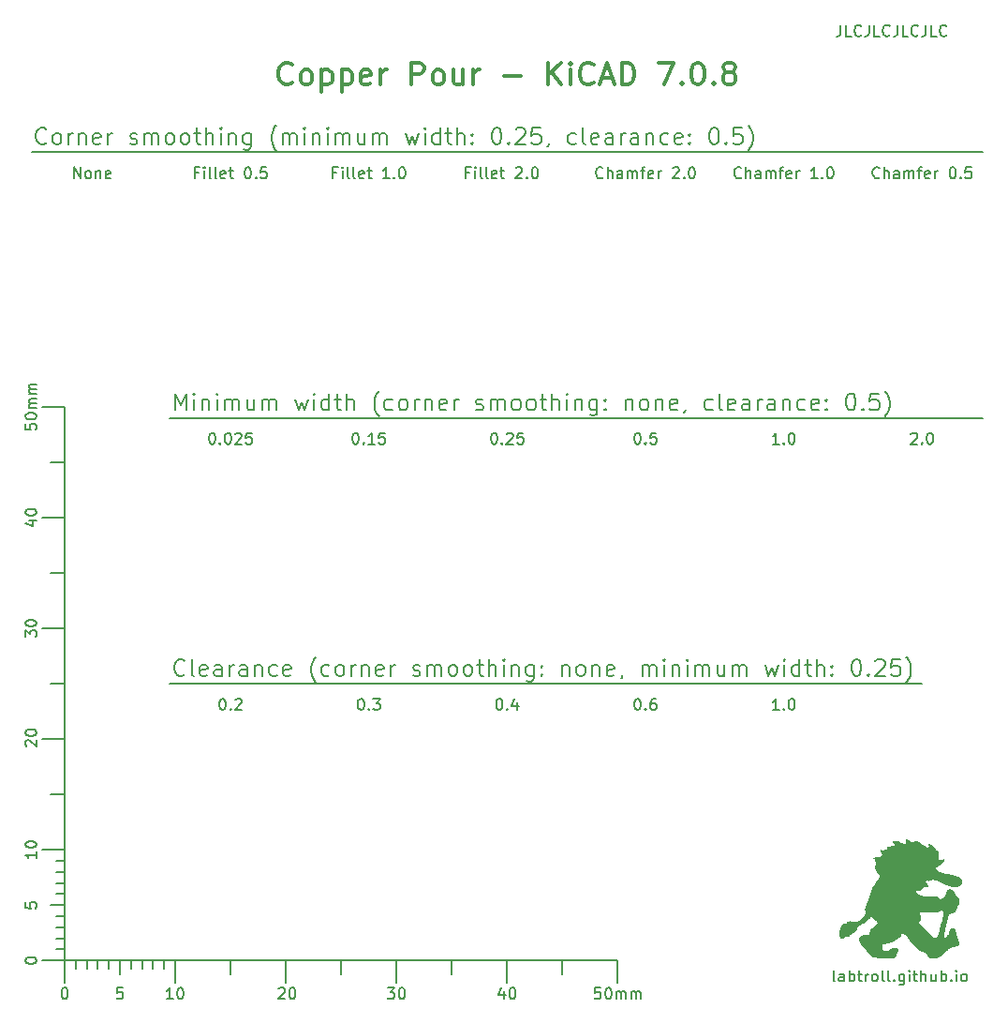
<source format=gto>
G04 #@! TF.GenerationSoftware,KiCad,Pcbnew,7.0.8*
G04 #@! TF.CreationDate,2023-10-17T14:12:28+02:00*
G04 #@! TF.ProjectId,pour_fillet,706f7572-5f66-4696-9c6c-65742e6b6963,rev?*
G04 #@! TF.SameCoordinates,Original*
G04 #@! TF.FileFunction,Legend,Top*
G04 #@! TF.FilePolarity,Positive*
%FSLAX46Y46*%
G04 Gerber Fmt 4.6, Leading zero omitted, Abs format (unit mm)*
G04 Created by KiCad (PCBNEW 7.0.8) date 2023-10-17 14:12:28*
%MOMM*%
%LPD*%
G01*
G04 APERTURE LIST*
%ADD10C,0.150000*%
%ADD11C,0.300000*%
%ADD12C,0.200000*%
%ADD13C,4.000000*%
%ADD14C,3.200000*%
G04 APERTURE END LIST*
D10*
X87000000Y-83500000D02*
X160500000Y-83500000D01*
X74500000Y-59500000D02*
X160500000Y-59500000D01*
X87000000Y-107500000D02*
X155000000Y-107500000D01*
X78380952Y-61869819D02*
X78380952Y-60869819D01*
X78380952Y-60869819D02*
X78952380Y-61869819D01*
X78952380Y-61869819D02*
X78952380Y-60869819D01*
X79571428Y-61869819D02*
X79476190Y-61822200D01*
X79476190Y-61822200D02*
X79428571Y-61774580D01*
X79428571Y-61774580D02*
X79380952Y-61679342D01*
X79380952Y-61679342D02*
X79380952Y-61393628D01*
X79380952Y-61393628D02*
X79428571Y-61298390D01*
X79428571Y-61298390D02*
X79476190Y-61250771D01*
X79476190Y-61250771D02*
X79571428Y-61203152D01*
X79571428Y-61203152D02*
X79714285Y-61203152D01*
X79714285Y-61203152D02*
X79809523Y-61250771D01*
X79809523Y-61250771D02*
X79857142Y-61298390D01*
X79857142Y-61298390D02*
X79904761Y-61393628D01*
X79904761Y-61393628D02*
X79904761Y-61679342D01*
X79904761Y-61679342D02*
X79857142Y-61774580D01*
X79857142Y-61774580D02*
X79809523Y-61822200D01*
X79809523Y-61822200D02*
X79714285Y-61869819D01*
X79714285Y-61869819D02*
X79571428Y-61869819D01*
X80333333Y-61203152D02*
X80333333Y-61869819D01*
X80333333Y-61298390D02*
X80380952Y-61250771D01*
X80380952Y-61250771D02*
X80476190Y-61203152D01*
X80476190Y-61203152D02*
X80619047Y-61203152D01*
X80619047Y-61203152D02*
X80714285Y-61250771D01*
X80714285Y-61250771D02*
X80761904Y-61346009D01*
X80761904Y-61346009D02*
X80761904Y-61869819D01*
X81619047Y-61822200D02*
X81523809Y-61869819D01*
X81523809Y-61869819D02*
X81333333Y-61869819D01*
X81333333Y-61869819D02*
X81238095Y-61822200D01*
X81238095Y-61822200D02*
X81190476Y-61726961D01*
X81190476Y-61726961D02*
X81190476Y-61346009D01*
X81190476Y-61346009D02*
X81238095Y-61250771D01*
X81238095Y-61250771D02*
X81333333Y-61203152D01*
X81333333Y-61203152D02*
X81523809Y-61203152D01*
X81523809Y-61203152D02*
X81619047Y-61250771D01*
X81619047Y-61250771D02*
X81666666Y-61346009D01*
X81666666Y-61346009D02*
X81666666Y-61441247D01*
X81666666Y-61441247D02*
X81190476Y-61536485D01*
X151142856Y-61774580D02*
X151095237Y-61822200D01*
X151095237Y-61822200D02*
X150952380Y-61869819D01*
X150952380Y-61869819D02*
X150857142Y-61869819D01*
X150857142Y-61869819D02*
X150714285Y-61822200D01*
X150714285Y-61822200D02*
X150619047Y-61726961D01*
X150619047Y-61726961D02*
X150571428Y-61631723D01*
X150571428Y-61631723D02*
X150523809Y-61441247D01*
X150523809Y-61441247D02*
X150523809Y-61298390D01*
X150523809Y-61298390D02*
X150571428Y-61107914D01*
X150571428Y-61107914D02*
X150619047Y-61012676D01*
X150619047Y-61012676D02*
X150714285Y-60917438D01*
X150714285Y-60917438D02*
X150857142Y-60869819D01*
X150857142Y-60869819D02*
X150952380Y-60869819D01*
X150952380Y-60869819D02*
X151095237Y-60917438D01*
X151095237Y-60917438D02*
X151142856Y-60965057D01*
X151571428Y-61869819D02*
X151571428Y-60869819D01*
X151999999Y-61869819D02*
X151999999Y-61346009D01*
X151999999Y-61346009D02*
X151952380Y-61250771D01*
X151952380Y-61250771D02*
X151857142Y-61203152D01*
X151857142Y-61203152D02*
X151714285Y-61203152D01*
X151714285Y-61203152D02*
X151619047Y-61250771D01*
X151619047Y-61250771D02*
X151571428Y-61298390D01*
X152904761Y-61869819D02*
X152904761Y-61346009D01*
X152904761Y-61346009D02*
X152857142Y-61250771D01*
X152857142Y-61250771D02*
X152761904Y-61203152D01*
X152761904Y-61203152D02*
X152571428Y-61203152D01*
X152571428Y-61203152D02*
X152476190Y-61250771D01*
X152904761Y-61822200D02*
X152809523Y-61869819D01*
X152809523Y-61869819D02*
X152571428Y-61869819D01*
X152571428Y-61869819D02*
X152476190Y-61822200D01*
X152476190Y-61822200D02*
X152428571Y-61726961D01*
X152428571Y-61726961D02*
X152428571Y-61631723D01*
X152428571Y-61631723D02*
X152476190Y-61536485D01*
X152476190Y-61536485D02*
X152571428Y-61488866D01*
X152571428Y-61488866D02*
X152809523Y-61488866D01*
X152809523Y-61488866D02*
X152904761Y-61441247D01*
X153380952Y-61869819D02*
X153380952Y-61203152D01*
X153380952Y-61298390D02*
X153428571Y-61250771D01*
X153428571Y-61250771D02*
X153523809Y-61203152D01*
X153523809Y-61203152D02*
X153666666Y-61203152D01*
X153666666Y-61203152D02*
X153761904Y-61250771D01*
X153761904Y-61250771D02*
X153809523Y-61346009D01*
X153809523Y-61346009D02*
X153809523Y-61869819D01*
X153809523Y-61346009D02*
X153857142Y-61250771D01*
X153857142Y-61250771D02*
X153952380Y-61203152D01*
X153952380Y-61203152D02*
X154095237Y-61203152D01*
X154095237Y-61203152D02*
X154190476Y-61250771D01*
X154190476Y-61250771D02*
X154238095Y-61346009D01*
X154238095Y-61346009D02*
X154238095Y-61869819D01*
X154571428Y-61203152D02*
X154952380Y-61203152D01*
X154714285Y-61869819D02*
X154714285Y-61012676D01*
X154714285Y-61012676D02*
X154761904Y-60917438D01*
X154761904Y-60917438D02*
X154857142Y-60869819D01*
X154857142Y-60869819D02*
X154952380Y-60869819D01*
X155666666Y-61822200D02*
X155571428Y-61869819D01*
X155571428Y-61869819D02*
X155380952Y-61869819D01*
X155380952Y-61869819D02*
X155285714Y-61822200D01*
X155285714Y-61822200D02*
X155238095Y-61726961D01*
X155238095Y-61726961D02*
X155238095Y-61346009D01*
X155238095Y-61346009D02*
X155285714Y-61250771D01*
X155285714Y-61250771D02*
X155380952Y-61203152D01*
X155380952Y-61203152D02*
X155571428Y-61203152D01*
X155571428Y-61203152D02*
X155666666Y-61250771D01*
X155666666Y-61250771D02*
X155714285Y-61346009D01*
X155714285Y-61346009D02*
X155714285Y-61441247D01*
X155714285Y-61441247D02*
X155238095Y-61536485D01*
X156142857Y-61869819D02*
X156142857Y-61203152D01*
X156142857Y-61393628D02*
X156190476Y-61298390D01*
X156190476Y-61298390D02*
X156238095Y-61250771D01*
X156238095Y-61250771D02*
X156333333Y-61203152D01*
X156333333Y-61203152D02*
X156428571Y-61203152D01*
X157714286Y-60869819D02*
X157809524Y-60869819D01*
X157809524Y-60869819D02*
X157904762Y-60917438D01*
X157904762Y-60917438D02*
X157952381Y-60965057D01*
X157952381Y-60965057D02*
X158000000Y-61060295D01*
X158000000Y-61060295D02*
X158047619Y-61250771D01*
X158047619Y-61250771D02*
X158047619Y-61488866D01*
X158047619Y-61488866D02*
X158000000Y-61679342D01*
X158000000Y-61679342D02*
X157952381Y-61774580D01*
X157952381Y-61774580D02*
X157904762Y-61822200D01*
X157904762Y-61822200D02*
X157809524Y-61869819D01*
X157809524Y-61869819D02*
X157714286Y-61869819D01*
X157714286Y-61869819D02*
X157619048Y-61822200D01*
X157619048Y-61822200D02*
X157571429Y-61774580D01*
X157571429Y-61774580D02*
X157523810Y-61679342D01*
X157523810Y-61679342D02*
X157476191Y-61488866D01*
X157476191Y-61488866D02*
X157476191Y-61250771D01*
X157476191Y-61250771D02*
X157523810Y-61060295D01*
X157523810Y-61060295D02*
X157571429Y-60965057D01*
X157571429Y-60965057D02*
X157619048Y-60917438D01*
X157619048Y-60917438D02*
X157714286Y-60869819D01*
X158476191Y-61774580D02*
X158523810Y-61822200D01*
X158523810Y-61822200D02*
X158476191Y-61869819D01*
X158476191Y-61869819D02*
X158428572Y-61822200D01*
X158428572Y-61822200D02*
X158476191Y-61774580D01*
X158476191Y-61774580D02*
X158476191Y-61869819D01*
X159428571Y-60869819D02*
X158952381Y-60869819D01*
X158952381Y-60869819D02*
X158904762Y-61346009D01*
X158904762Y-61346009D02*
X158952381Y-61298390D01*
X158952381Y-61298390D02*
X159047619Y-61250771D01*
X159047619Y-61250771D02*
X159285714Y-61250771D01*
X159285714Y-61250771D02*
X159380952Y-61298390D01*
X159380952Y-61298390D02*
X159428571Y-61346009D01*
X159428571Y-61346009D02*
X159476190Y-61441247D01*
X159476190Y-61441247D02*
X159476190Y-61679342D01*
X159476190Y-61679342D02*
X159428571Y-61774580D01*
X159428571Y-61774580D02*
X159380952Y-61822200D01*
X159380952Y-61822200D02*
X159285714Y-61869819D01*
X159285714Y-61869819D02*
X159047619Y-61869819D01*
X159047619Y-61869819D02*
X158952381Y-61822200D01*
X158952381Y-61822200D02*
X158904762Y-61774580D01*
X129238095Y-84869819D02*
X129333333Y-84869819D01*
X129333333Y-84869819D02*
X129428571Y-84917438D01*
X129428571Y-84917438D02*
X129476190Y-84965057D01*
X129476190Y-84965057D02*
X129523809Y-85060295D01*
X129523809Y-85060295D02*
X129571428Y-85250771D01*
X129571428Y-85250771D02*
X129571428Y-85488866D01*
X129571428Y-85488866D02*
X129523809Y-85679342D01*
X129523809Y-85679342D02*
X129476190Y-85774580D01*
X129476190Y-85774580D02*
X129428571Y-85822200D01*
X129428571Y-85822200D02*
X129333333Y-85869819D01*
X129333333Y-85869819D02*
X129238095Y-85869819D01*
X129238095Y-85869819D02*
X129142857Y-85822200D01*
X129142857Y-85822200D02*
X129095238Y-85774580D01*
X129095238Y-85774580D02*
X129047619Y-85679342D01*
X129047619Y-85679342D02*
X129000000Y-85488866D01*
X129000000Y-85488866D02*
X129000000Y-85250771D01*
X129000000Y-85250771D02*
X129047619Y-85060295D01*
X129047619Y-85060295D02*
X129095238Y-84965057D01*
X129095238Y-84965057D02*
X129142857Y-84917438D01*
X129142857Y-84917438D02*
X129238095Y-84869819D01*
X130000000Y-85774580D02*
X130047619Y-85822200D01*
X130047619Y-85822200D02*
X130000000Y-85869819D01*
X130000000Y-85869819D02*
X129952381Y-85822200D01*
X129952381Y-85822200D02*
X130000000Y-85774580D01*
X130000000Y-85774580D02*
X130000000Y-85869819D01*
X130952380Y-84869819D02*
X130476190Y-84869819D01*
X130476190Y-84869819D02*
X130428571Y-85346009D01*
X130428571Y-85346009D02*
X130476190Y-85298390D01*
X130476190Y-85298390D02*
X130571428Y-85250771D01*
X130571428Y-85250771D02*
X130809523Y-85250771D01*
X130809523Y-85250771D02*
X130904761Y-85298390D01*
X130904761Y-85298390D02*
X130952380Y-85346009D01*
X130952380Y-85346009D02*
X130999999Y-85441247D01*
X130999999Y-85441247D02*
X130999999Y-85679342D01*
X130999999Y-85679342D02*
X130952380Y-85774580D01*
X130952380Y-85774580D02*
X130904761Y-85822200D01*
X130904761Y-85822200D02*
X130809523Y-85869819D01*
X130809523Y-85869819D02*
X130571428Y-85869819D01*
X130571428Y-85869819D02*
X130476190Y-85822200D01*
X130476190Y-85822200D02*
X130428571Y-85774580D01*
X142071428Y-109869819D02*
X141500000Y-109869819D01*
X141785714Y-109869819D02*
X141785714Y-108869819D01*
X141785714Y-108869819D02*
X141690476Y-109012676D01*
X141690476Y-109012676D02*
X141595238Y-109107914D01*
X141595238Y-109107914D02*
X141500000Y-109155533D01*
X142500000Y-109774580D02*
X142547619Y-109822200D01*
X142547619Y-109822200D02*
X142500000Y-109869819D01*
X142500000Y-109869819D02*
X142452381Y-109822200D01*
X142452381Y-109822200D02*
X142500000Y-109774580D01*
X142500000Y-109774580D02*
X142500000Y-109869819D01*
X143166666Y-108869819D02*
X143261904Y-108869819D01*
X143261904Y-108869819D02*
X143357142Y-108917438D01*
X143357142Y-108917438D02*
X143404761Y-108965057D01*
X143404761Y-108965057D02*
X143452380Y-109060295D01*
X143452380Y-109060295D02*
X143499999Y-109250771D01*
X143499999Y-109250771D02*
X143499999Y-109488866D01*
X143499999Y-109488866D02*
X143452380Y-109679342D01*
X143452380Y-109679342D02*
X143404761Y-109774580D01*
X143404761Y-109774580D02*
X143357142Y-109822200D01*
X143357142Y-109822200D02*
X143261904Y-109869819D01*
X143261904Y-109869819D02*
X143166666Y-109869819D01*
X143166666Y-109869819D02*
X143071428Y-109822200D01*
X143071428Y-109822200D02*
X143023809Y-109774580D01*
X143023809Y-109774580D02*
X142976190Y-109679342D01*
X142976190Y-109679342D02*
X142928571Y-109488866D01*
X142928571Y-109488866D02*
X142928571Y-109250771D01*
X142928571Y-109250771D02*
X142976190Y-109060295D01*
X142976190Y-109060295D02*
X143023809Y-108965057D01*
X143023809Y-108965057D02*
X143071428Y-108917438D01*
X143071428Y-108917438D02*
X143166666Y-108869819D01*
D11*
X98071427Y-53219161D02*
X97976189Y-53314400D01*
X97976189Y-53314400D02*
X97690475Y-53409638D01*
X97690475Y-53409638D02*
X97499999Y-53409638D01*
X97499999Y-53409638D02*
X97214284Y-53314400D01*
X97214284Y-53314400D02*
X97023808Y-53123923D01*
X97023808Y-53123923D02*
X96928570Y-52933447D01*
X96928570Y-52933447D02*
X96833332Y-52552495D01*
X96833332Y-52552495D02*
X96833332Y-52266780D01*
X96833332Y-52266780D02*
X96928570Y-51885828D01*
X96928570Y-51885828D02*
X97023808Y-51695352D01*
X97023808Y-51695352D02*
X97214284Y-51504876D01*
X97214284Y-51504876D02*
X97499999Y-51409638D01*
X97499999Y-51409638D02*
X97690475Y-51409638D01*
X97690475Y-51409638D02*
X97976189Y-51504876D01*
X97976189Y-51504876D02*
X98071427Y-51600114D01*
X99214284Y-53409638D02*
X99023808Y-53314400D01*
X99023808Y-53314400D02*
X98928570Y-53219161D01*
X98928570Y-53219161D02*
X98833332Y-53028685D01*
X98833332Y-53028685D02*
X98833332Y-52457257D01*
X98833332Y-52457257D02*
X98928570Y-52266780D01*
X98928570Y-52266780D02*
X99023808Y-52171542D01*
X99023808Y-52171542D02*
X99214284Y-52076304D01*
X99214284Y-52076304D02*
X99499999Y-52076304D01*
X99499999Y-52076304D02*
X99690475Y-52171542D01*
X99690475Y-52171542D02*
X99785713Y-52266780D01*
X99785713Y-52266780D02*
X99880951Y-52457257D01*
X99880951Y-52457257D02*
X99880951Y-53028685D01*
X99880951Y-53028685D02*
X99785713Y-53219161D01*
X99785713Y-53219161D02*
X99690475Y-53314400D01*
X99690475Y-53314400D02*
X99499999Y-53409638D01*
X99499999Y-53409638D02*
X99214284Y-53409638D01*
X100738094Y-52076304D02*
X100738094Y-54076304D01*
X100738094Y-52171542D02*
X100928570Y-52076304D01*
X100928570Y-52076304D02*
X101309523Y-52076304D01*
X101309523Y-52076304D02*
X101499999Y-52171542D01*
X101499999Y-52171542D02*
X101595237Y-52266780D01*
X101595237Y-52266780D02*
X101690475Y-52457257D01*
X101690475Y-52457257D02*
X101690475Y-53028685D01*
X101690475Y-53028685D02*
X101595237Y-53219161D01*
X101595237Y-53219161D02*
X101499999Y-53314400D01*
X101499999Y-53314400D02*
X101309523Y-53409638D01*
X101309523Y-53409638D02*
X100928570Y-53409638D01*
X100928570Y-53409638D02*
X100738094Y-53314400D01*
X102547618Y-52076304D02*
X102547618Y-54076304D01*
X102547618Y-52171542D02*
X102738094Y-52076304D01*
X102738094Y-52076304D02*
X103119047Y-52076304D01*
X103119047Y-52076304D02*
X103309523Y-52171542D01*
X103309523Y-52171542D02*
X103404761Y-52266780D01*
X103404761Y-52266780D02*
X103499999Y-52457257D01*
X103499999Y-52457257D02*
X103499999Y-53028685D01*
X103499999Y-53028685D02*
X103404761Y-53219161D01*
X103404761Y-53219161D02*
X103309523Y-53314400D01*
X103309523Y-53314400D02*
X103119047Y-53409638D01*
X103119047Y-53409638D02*
X102738094Y-53409638D01*
X102738094Y-53409638D02*
X102547618Y-53314400D01*
X105119047Y-53314400D02*
X104928571Y-53409638D01*
X104928571Y-53409638D02*
X104547618Y-53409638D01*
X104547618Y-53409638D02*
X104357142Y-53314400D01*
X104357142Y-53314400D02*
X104261904Y-53123923D01*
X104261904Y-53123923D02*
X104261904Y-52362019D01*
X104261904Y-52362019D02*
X104357142Y-52171542D01*
X104357142Y-52171542D02*
X104547618Y-52076304D01*
X104547618Y-52076304D02*
X104928571Y-52076304D01*
X104928571Y-52076304D02*
X105119047Y-52171542D01*
X105119047Y-52171542D02*
X105214285Y-52362019D01*
X105214285Y-52362019D02*
X105214285Y-52552495D01*
X105214285Y-52552495D02*
X104261904Y-52742971D01*
X106071428Y-53409638D02*
X106071428Y-52076304D01*
X106071428Y-52457257D02*
X106166666Y-52266780D01*
X106166666Y-52266780D02*
X106261904Y-52171542D01*
X106261904Y-52171542D02*
X106452380Y-52076304D01*
X106452380Y-52076304D02*
X106642857Y-52076304D01*
X108833333Y-53409638D02*
X108833333Y-51409638D01*
X108833333Y-51409638D02*
X109595238Y-51409638D01*
X109595238Y-51409638D02*
X109785714Y-51504876D01*
X109785714Y-51504876D02*
X109880952Y-51600114D01*
X109880952Y-51600114D02*
X109976190Y-51790590D01*
X109976190Y-51790590D02*
X109976190Y-52076304D01*
X109976190Y-52076304D02*
X109880952Y-52266780D01*
X109880952Y-52266780D02*
X109785714Y-52362019D01*
X109785714Y-52362019D02*
X109595238Y-52457257D01*
X109595238Y-52457257D02*
X108833333Y-52457257D01*
X111119047Y-53409638D02*
X110928571Y-53314400D01*
X110928571Y-53314400D02*
X110833333Y-53219161D01*
X110833333Y-53219161D02*
X110738095Y-53028685D01*
X110738095Y-53028685D02*
X110738095Y-52457257D01*
X110738095Y-52457257D02*
X110833333Y-52266780D01*
X110833333Y-52266780D02*
X110928571Y-52171542D01*
X110928571Y-52171542D02*
X111119047Y-52076304D01*
X111119047Y-52076304D02*
X111404762Y-52076304D01*
X111404762Y-52076304D02*
X111595238Y-52171542D01*
X111595238Y-52171542D02*
X111690476Y-52266780D01*
X111690476Y-52266780D02*
X111785714Y-52457257D01*
X111785714Y-52457257D02*
X111785714Y-53028685D01*
X111785714Y-53028685D02*
X111690476Y-53219161D01*
X111690476Y-53219161D02*
X111595238Y-53314400D01*
X111595238Y-53314400D02*
X111404762Y-53409638D01*
X111404762Y-53409638D02*
X111119047Y-53409638D01*
X113500000Y-52076304D02*
X113500000Y-53409638D01*
X112642857Y-52076304D02*
X112642857Y-53123923D01*
X112642857Y-53123923D02*
X112738095Y-53314400D01*
X112738095Y-53314400D02*
X112928571Y-53409638D01*
X112928571Y-53409638D02*
X113214286Y-53409638D01*
X113214286Y-53409638D02*
X113404762Y-53314400D01*
X113404762Y-53314400D02*
X113500000Y-53219161D01*
X114452381Y-53409638D02*
X114452381Y-52076304D01*
X114452381Y-52457257D02*
X114547619Y-52266780D01*
X114547619Y-52266780D02*
X114642857Y-52171542D01*
X114642857Y-52171542D02*
X114833333Y-52076304D01*
X114833333Y-52076304D02*
X115023810Y-52076304D01*
X117214286Y-52647733D02*
X118738096Y-52647733D01*
X121214286Y-53409638D02*
X121214286Y-51409638D01*
X122357143Y-53409638D02*
X121500000Y-52266780D01*
X122357143Y-51409638D02*
X121214286Y-52552495D01*
X123214286Y-53409638D02*
X123214286Y-52076304D01*
X123214286Y-51409638D02*
X123119048Y-51504876D01*
X123119048Y-51504876D02*
X123214286Y-51600114D01*
X123214286Y-51600114D02*
X123309524Y-51504876D01*
X123309524Y-51504876D02*
X123214286Y-51409638D01*
X123214286Y-51409638D02*
X123214286Y-51600114D01*
X125309524Y-53219161D02*
X125214286Y-53314400D01*
X125214286Y-53314400D02*
X124928572Y-53409638D01*
X124928572Y-53409638D02*
X124738096Y-53409638D01*
X124738096Y-53409638D02*
X124452381Y-53314400D01*
X124452381Y-53314400D02*
X124261905Y-53123923D01*
X124261905Y-53123923D02*
X124166667Y-52933447D01*
X124166667Y-52933447D02*
X124071429Y-52552495D01*
X124071429Y-52552495D02*
X124071429Y-52266780D01*
X124071429Y-52266780D02*
X124166667Y-51885828D01*
X124166667Y-51885828D02*
X124261905Y-51695352D01*
X124261905Y-51695352D02*
X124452381Y-51504876D01*
X124452381Y-51504876D02*
X124738096Y-51409638D01*
X124738096Y-51409638D02*
X124928572Y-51409638D01*
X124928572Y-51409638D02*
X125214286Y-51504876D01*
X125214286Y-51504876D02*
X125309524Y-51600114D01*
X126071429Y-52838209D02*
X127023810Y-52838209D01*
X125880953Y-53409638D02*
X126547619Y-51409638D01*
X126547619Y-51409638D02*
X127214286Y-53409638D01*
X127880953Y-53409638D02*
X127880953Y-51409638D01*
X127880953Y-51409638D02*
X128357143Y-51409638D01*
X128357143Y-51409638D02*
X128642858Y-51504876D01*
X128642858Y-51504876D02*
X128833334Y-51695352D01*
X128833334Y-51695352D02*
X128928572Y-51885828D01*
X128928572Y-51885828D02*
X129023810Y-52266780D01*
X129023810Y-52266780D02*
X129023810Y-52552495D01*
X129023810Y-52552495D02*
X128928572Y-52933447D01*
X128928572Y-52933447D02*
X128833334Y-53123923D01*
X128833334Y-53123923D02*
X128642858Y-53314400D01*
X128642858Y-53314400D02*
X128357143Y-53409638D01*
X128357143Y-53409638D02*
X127880953Y-53409638D01*
X131214287Y-51409638D02*
X132547620Y-51409638D01*
X132547620Y-51409638D02*
X131690477Y-53409638D01*
X133309525Y-53219161D02*
X133404763Y-53314400D01*
X133404763Y-53314400D02*
X133309525Y-53409638D01*
X133309525Y-53409638D02*
X133214287Y-53314400D01*
X133214287Y-53314400D02*
X133309525Y-53219161D01*
X133309525Y-53219161D02*
X133309525Y-53409638D01*
X134642858Y-51409638D02*
X134833335Y-51409638D01*
X134833335Y-51409638D02*
X135023811Y-51504876D01*
X135023811Y-51504876D02*
X135119049Y-51600114D01*
X135119049Y-51600114D02*
X135214287Y-51790590D01*
X135214287Y-51790590D02*
X135309525Y-52171542D01*
X135309525Y-52171542D02*
X135309525Y-52647733D01*
X135309525Y-52647733D02*
X135214287Y-53028685D01*
X135214287Y-53028685D02*
X135119049Y-53219161D01*
X135119049Y-53219161D02*
X135023811Y-53314400D01*
X135023811Y-53314400D02*
X134833335Y-53409638D01*
X134833335Y-53409638D02*
X134642858Y-53409638D01*
X134642858Y-53409638D02*
X134452382Y-53314400D01*
X134452382Y-53314400D02*
X134357144Y-53219161D01*
X134357144Y-53219161D02*
X134261906Y-53028685D01*
X134261906Y-53028685D02*
X134166668Y-52647733D01*
X134166668Y-52647733D02*
X134166668Y-52171542D01*
X134166668Y-52171542D02*
X134261906Y-51790590D01*
X134261906Y-51790590D02*
X134357144Y-51600114D01*
X134357144Y-51600114D02*
X134452382Y-51504876D01*
X134452382Y-51504876D02*
X134642858Y-51409638D01*
X136166668Y-53219161D02*
X136261906Y-53314400D01*
X136261906Y-53314400D02*
X136166668Y-53409638D01*
X136166668Y-53409638D02*
X136071430Y-53314400D01*
X136071430Y-53314400D02*
X136166668Y-53219161D01*
X136166668Y-53219161D02*
X136166668Y-53409638D01*
X137404763Y-52266780D02*
X137214287Y-52171542D01*
X137214287Y-52171542D02*
X137119049Y-52076304D01*
X137119049Y-52076304D02*
X137023811Y-51885828D01*
X137023811Y-51885828D02*
X137023811Y-51790590D01*
X137023811Y-51790590D02*
X137119049Y-51600114D01*
X137119049Y-51600114D02*
X137214287Y-51504876D01*
X137214287Y-51504876D02*
X137404763Y-51409638D01*
X137404763Y-51409638D02*
X137785716Y-51409638D01*
X137785716Y-51409638D02*
X137976192Y-51504876D01*
X137976192Y-51504876D02*
X138071430Y-51600114D01*
X138071430Y-51600114D02*
X138166668Y-51790590D01*
X138166668Y-51790590D02*
X138166668Y-51885828D01*
X138166668Y-51885828D02*
X138071430Y-52076304D01*
X138071430Y-52076304D02*
X137976192Y-52171542D01*
X137976192Y-52171542D02*
X137785716Y-52266780D01*
X137785716Y-52266780D02*
X137404763Y-52266780D01*
X137404763Y-52266780D02*
X137214287Y-52362019D01*
X137214287Y-52362019D02*
X137119049Y-52457257D01*
X137119049Y-52457257D02*
X137023811Y-52647733D01*
X137023811Y-52647733D02*
X137023811Y-53028685D01*
X137023811Y-53028685D02*
X137119049Y-53219161D01*
X137119049Y-53219161D02*
X137214287Y-53314400D01*
X137214287Y-53314400D02*
X137404763Y-53409638D01*
X137404763Y-53409638D02*
X137785716Y-53409638D01*
X137785716Y-53409638D02*
X137976192Y-53314400D01*
X137976192Y-53314400D02*
X138071430Y-53219161D01*
X138071430Y-53219161D02*
X138166668Y-53028685D01*
X138166668Y-53028685D02*
X138166668Y-52647733D01*
X138166668Y-52647733D02*
X138071430Y-52457257D01*
X138071430Y-52457257D02*
X137976192Y-52362019D01*
X137976192Y-52362019D02*
X137785716Y-52266780D01*
D10*
X116261905Y-84869819D02*
X116357143Y-84869819D01*
X116357143Y-84869819D02*
X116452381Y-84917438D01*
X116452381Y-84917438D02*
X116500000Y-84965057D01*
X116500000Y-84965057D02*
X116547619Y-85060295D01*
X116547619Y-85060295D02*
X116595238Y-85250771D01*
X116595238Y-85250771D02*
X116595238Y-85488866D01*
X116595238Y-85488866D02*
X116547619Y-85679342D01*
X116547619Y-85679342D02*
X116500000Y-85774580D01*
X116500000Y-85774580D02*
X116452381Y-85822200D01*
X116452381Y-85822200D02*
X116357143Y-85869819D01*
X116357143Y-85869819D02*
X116261905Y-85869819D01*
X116261905Y-85869819D02*
X116166667Y-85822200D01*
X116166667Y-85822200D02*
X116119048Y-85774580D01*
X116119048Y-85774580D02*
X116071429Y-85679342D01*
X116071429Y-85679342D02*
X116023810Y-85488866D01*
X116023810Y-85488866D02*
X116023810Y-85250771D01*
X116023810Y-85250771D02*
X116071429Y-85060295D01*
X116071429Y-85060295D02*
X116119048Y-84965057D01*
X116119048Y-84965057D02*
X116166667Y-84917438D01*
X116166667Y-84917438D02*
X116261905Y-84869819D01*
X117023810Y-85774580D02*
X117071429Y-85822200D01*
X117071429Y-85822200D02*
X117023810Y-85869819D01*
X117023810Y-85869819D02*
X116976191Y-85822200D01*
X116976191Y-85822200D02*
X117023810Y-85774580D01*
X117023810Y-85774580D02*
X117023810Y-85869819D01*
X117452381Y-84965057D02*
X117500000Y-84917438D01*
X117500000Y-84917438D02*
X117595238Y-84869819D01*
X117595238Y-84869819D02*
X117833333Y-84869819D01*
X117833333Y-84869819D02*
X117928571Y-84917438D01*
X117928571Y-84917438D02*
X117976190Y-84965057D01*
X117976190Y-84965057D02*
X118023809Y-85060295D01*
X118023809Y-85060295D02*
X118023809Y-85155533D01*
X118023809Y-85155533D02*
X117976190Y-85298390D01*
X117976190Y-85298390D02*
X117404762Y-85869819D01*
X117404762Y-85869819D02*
X118023809Y-85869819D01*
X118928571Y-84869819D02*
X118452381Y-84869819D01*
X118452381Y-84869819D02*
X118404762Y-85346009D01*
X118404762Y-85346009D02*
X118452381Y-85298390D01*
X118452381Y-85298390D02*
X118547619Y-85250771D01*
X118547619Y-85250771D02*
X118785714Y-85250771D01*
X118785714Y-85250771D02*
X118880952Y-85298390D01*
X118880952Y-85298390D02*
X118928571Y-85346009D01*
X118928571Y-85346009D02*
X118976190Y-85441247D01*
X118976190Y-85441247D02*
X118976190Y-85679342D01*
X118976190Y-85679342D02*
X118928571Y-85774580D01*
X118928571Y-85774580D02*
X118880952Y-85822200D01*
X118880952Y-85822200D02*
X118785714Y-85869819D01*
X118785714Y-85869819D02*
X118547619Y-85869819D01*
X118547619Y-85869819D02*
X118452381Y-85822200D01*
X118452381Y-85822200D02*
X118404762Y-85774580D01*
X90785714Y-84869819D02*
X90880952Y-84869819D01*
X90880952Y-84869819D02*
X90976190Y-84917438D01*
X90976190Y-84917438D02*
X91023809Y-84965057D01*
X91023809Y-84965057D02*
X91071428Y-85060295D01*
X91071428Y-85060295D02*
X91119047Y-85250771D01*
X91119047Y-85250771D02*
X91119047Y-85488866D01*
X91119047Y-85488866D02*
X91071428Y-85679342D01*
X91071428Y-85679342D02*
X91023809Y-85774580D01*
X91023809Y-85774580D02*
X90976190Y-85822200D01*
X90976190Y-85822200D02*
X90880952Y-85869819D01*
X90880952Y-85869819D02*
X90785714Y-85869819D01*
X90785714Y-85869819D02*
X90690476Y-85822200D01*
X90690476Y-85822200D02*
X90642857Y-85774580D01*
X90642857Y-85774580D02*
X90595238Y-85679342D01*
X90595238Y-85679342D02*
X90547619Y-85488866D01*
X90547619Y-85488866D02*
X90547619Y-85250771D01*
X90547619Y-85250771D02*
X90595238Y-85060295D01*
X90595238Y-85060295D02*
X90642857Y-84965057D01*
X90642857Y-84965057D02*
X90690476Y-84917438D01*
X90690476Y-84917438D02*
X90785714Y-84869819D01*
X91547619Y-85774580D02*
X91595238Y-85822200D01*
X91595238Y-85822200D02*
X91547619Y-85869819D01*
X91547619Y-85869819D02*
X91500000Y-85822200D01*
X91500000Y-85822200D02*
X91547619Y-85774580D01*
X91547619Y-85774580D02*
X91547619Y-85869819D01*
X92214285Y-84869819D02*
X92309523Y-84869819D01*
X92309523Y-84869819D02*
X92404761Y-84917438D01*
X92404761Y-84917438D02*
X92452380Y-84965057D01*
X92452380Y-84965057D02*
X92499999Y-85060295D01*
X92499999Y-85060295D02*
X92547618Y-85250771D01*
X92547618Y-85250771D02*
X92547618Y-85488866D01*
X92547618Y-85488866D02*
X92499999Y-85679342D01*
X92499999Y-85679342D02*
X92452380Y-85774580D01*
X92452380Y-85774580D02*
X92404761Y-85822200D01*
X92404761Y-85822200D02*
X92309523Y-85869819D01*
X92309523Y-85869819D02*
X92214285Y-85869819D01*
X92214285Y-85869819D02*
X92119047Y-85822200D01*
X92119047Y-85822200D02*
X92071428Y-85774580D01*
X92071428Y-85774580D02*
X92023809Y-85679342D01*
X92023809Y-85679342D02*
X91976190Y-85488866D01*
X91976190Y-85488866D02*
X91976190Y-85250771D01*
X91976190Y-85250771D02*
X92023809Y-85060295D01*
X92023809Y-85060295D02*
X92071428Y-84965057D01*
X92071428Y-84965057D02*
X92119047Y-84917438D01*
X92119047Y-84917438D02*
X92214285Y-84869819D01*
X92928571Y-84965057D02*
X92976190Y-84917438D01*
X92976190Y-84917438D02*
X93071428Y-84869819D01*
X93071428Y-84869819D02*
X93309523Y-84869819D01*
X93309523Y-84869819D02*
X93404761Y-84917438D01*
X93404761Y-84917438D02*
X93452380Y-84965057D01*
X93452380Y-84965057D02*
X93499999Y-85060295D01*
X93499999Y-85060295D02*
X93499999Y-85155533D01*
X93499999Y-85155533D02*
X93452380Y-85298390D01*
X93452380Y-85298390D02*
X92880952Y-85869819D01*
X92880952Y-85869819D02*
X93499999Y-85869819D01*
X94404761Y-84869819D02*
X93928571Y-84869819D01*
X93928571Y-84869819D02*
X93880952Y-85346009D01*
X93880952Y-85346009D02*
X93928571Y-85298390D01*
X93928571Y-85298390D02*
X94023809Y-85250771D01*
X94023809Y-85250771D02*
X94261904Y-85250771D01*
X94261904Y-85250771D02*
X94357142Y-85298390D01*
X94357142Y-85298390D02*
X94404761Y-85346009D01*
X94404761Y-85346009D02*
X94452380Y-85441247D01*
X94452380Y-85441247D02*
X94452380Y-85679342D01*
X94452380Y-85679342D02*
X94404761Y-85774580D01*
X94404761Y-85774580D02*
X94357142Y-85822200D01*
X94357142Y-85822200D02*
X94261904Y-85869819D01*
X94261904Y-85869819D02*
X94023809Y-85869819D01*
X94023809Y-85869819D02*
X93928571Y-85822200D01*
X93928571Y-85822200D02*
X93880952Y-85774580D01*
X142071428Y-85869819D02*
X141500000Y-85869819D01*
X141785714Y-85869819D02*
X141785714Y-84869819D01*
X141785714Y-84869819D02*
X141690476Y-85012676D01*
X141690476Y-85012676D02*
X141595238Y-85107914D01*
X141595238Y-85107914D02*
X141500000Y-85155533D01*
X142500000Y-85774580D02*
X142547619Y-85822200D01*
X142547619Y-85822200D02*
X142500000Y-85869819D01*
X142500000Y-85869819D02*
X142452381Y-85822200D01*
X142452381Y-85822200D02*
X142500000Y-85774580D01*
X142500000Y-85774580D02*
X142500000Y-85869819D01*
X143166666Y-84869819D02*
X143261904Y-84869819D01*
X143261904Y-84869819D02*
X143357142Y-84917438D01*
X143357142Y-84917438D02*
X143404761Y-84965057D01*
X143404761Y-84965057D02*
X143452380Y-85060295D01*
X143452380Y-85060295D02*
X143499999Y-85250771D01*
X143499999Y-85250771D02*
X143499999Y-85488866D01*
X143499999Y-85488866D02*
X143452380Y-85679342D01*
X143452380Y-85679342D02*
X143404761Y-85774580D01*
X143404761Y-85774580D02*
X143357142Y-85822200D01*
X143357142Y-85822200D02*
X143261904Y-85869819D01*
X143261904Y-85869819D02*
X143166666Y-85869819D01*
X143166666Y-85869819D02*
X143071428Y-85822200D01*
X143071428Y-85822200D02*
X143023809Y-85774580D01*
X143023809Y-85774580D02*
X142976190Y-85679342D01*
X142976190Y-85679342D02*
X142928571Y-85488866D01*
X142928571Y-85488866D02*
X142928571Y-85250771D01*
X142928571Y-85250771D02*
X142976190Y-85060295D01*
X142976190Y-85060295D02*
X143023809Y-84965057D01*
X143023809Y-84965057D02*
X143071428Y-84917438D01*
X143071428Y-84917438D02*
X143166666Y-84869819D01*
X103761905Y-84869819D02*
X103857143Y-84869819D01*
X103857143Y-84869819D02*
X103952381Y-84917438D01*
X103952381Y-84917438D02*
X104000000Y-84965057D01*
X104000000Y-84965057D02*
X104047619Y-85060295D01*
X104047619Y-85060295D02*
X104095238Y-85250771D01*
X104095238Y-85250771D02*
X104095238Y-85488866D01*
X104095238Y-85488866D02*
X104047619Y-85679342D01*
X104047619Y-85679342D02*
X104000000Y-85774580D01*
X104000000Y-85774580D02*
X103952381Y-85822200D01*
X103952381Y-85822200D02*
X103857143Y-85869819D01*
X103857143Y-85869819D02*
X103761905Y-85869819D01*
X103761905Y-85869819D02*
X103666667Y-85822200D01*
X103666667Y-85822200D02*
X103619048Y-85774580D01*
X103619048Y-85774580D02*
X103571429Y-85679342D01*
X103571429Y-85679342D02*
X103523810Y-85488866D01*
X103523810Y-85488866D02*
X103523810Y-85250771D01*
X103523810Y-85250771D02*
X103571429Y-85060295D01*
X103571429Y-85060295D02*
X103619048Y-84965057D01*
X103619048Y-84965057D02*
X103666667Y-84917438D01*
X103666667Y-84917438D02*
X103761905Y-84869819D01*
X104523810Y-85774580D02*
X104571429Y-85822200D01*
X104571429Y-85822200D02*
X104523810Y-85869819D01*
X104523810Y-85869819D02*
X104476191Y-85822200D01*
X104476191Y-85822200D02*
X104523810Y-85774580D01*
X104523810Y-85774580D02*
X104523810Y-85869819D01*
X105523809Y-85869819D02*
X104952381Y-85869819D01*
X105238095Y-85869819D02*
X105238095Y-84869819D01*
X105238095Y-84869819D02*
X105142857Y-85012676D01*
X105142857Y-85012676D02*
X105047619Y-85107914D01*
X105047619Y-85107914D02*
X104952381Y-85155533D01*
X106428571Y-84869819D02*
X105952381Y-84869819D01*
X105952381Y-84869819D02*
X105904762Y-85346009D01*
X105904762Y-85346009D02*
X105952381Y-85298390D01*
X105952381Y-85298390D02*
X106047619Y-85250771D01*
X106047619Y-85250771D02*
X106285714Y-85250771D01*
X106285714Y-85250771D02*
X106380952Y-85298390D01*
X106380952Y-85298390D02*
X106428571Y-85346009D01*
X106428571Y-85346009D02*
X106476190Y-85441247D01*
X106476190Y-85441247D02*
X106476190Y-85679342D01*
X106476190Y-85679342D02*
X106428571Y-85774580D01*
X106428571Y-85774580D02*
X106380952Y-85822200D01*
X106380952Y-85822200D02*
X106285714Y-85869819D01*
X106285714Y-85869819D02*
X106047619Y-85869819D01*
X106047619Y-85869819D02*
X105952381Y-85822200D01*
X105952381Y-85822200D02*
X105904762Y-85774580D01*
X154000000Y-84965057D02*
X154047619Y-84917438D01*
X154047619Y-84917438D02*
X154142857Y-84869819D01*
X154142857Y-84869819D02*
X154380952Y-84869819D01*
X154380952Y-84869819D02*
X154476190Y-84917438D01*
X154476190Y-84917438D02*
X154523809Y-84965057D01*
X154523809Y-84965057D02*
X154571428Y-85060295D01*
X154571428Y-85060295D02*
X154571428Y-85155533D01*
X154571428Y-85155533D02*
X154523809Y-85298390D01*
X154523809Y-85298390D02*
X153952381Y-85869819D01*
X153952381Y-85869819D02*
X154571428Y-85869819D01*
X155000000Y-85774580D02*
X155047619Y-85822200D01*
X155047619Y-85822200D02*
X155000000Y-85869819D01*
X155000000Y-85869819D02*
X154952381Y-85822200D01*
X154952381Y-85822200D02*
X155000000Y-85774580D01*
X155000000Y-85774580D02*
X155000000Y-85869819D01*
X155666666Y-84869819D02*
X155761904Y-84869819D01*
X155761904Y-84869819D02*
X155857142Y-84917438D01*
X155857142Y-84917438D02*
X155904761Y-84965057D01*
X155904761Y-84965057D02*
X155952380Y-85060295D01*
X155952380Y-85060295D02*
X155999999Y-85250771D01*
X155999999Y-85250771D02*
X155999999Y-85488866D01*
X155999999Y-85488866D02*
X155952380Y-85679342D01*
X155952380Y-85679342D02*
X155904761Y-85774580D01*
X155904761Y-85774580D02*
X155857142Y-85822200D01*
X155857142Y-85822200D02*
X155761904Y-85869819D01*
X155761904Y-85869819D02*
X155666666Y-85869819D01*
X155666666Y-85869819D02*
X155571428Y-85822200D01*
X155571428Y-85822200D02*
X155523809Y-85774580D01*
X155523809Y-85774580D02*
X155476190Y-85679342D01*
X155476190Y-85679342D02*
X155428571Y-85488866D01*
X155428571Y-85488866D02*
X155428571Y-85250771D01*
X155428571Y-85250771D02*
X155476190Y-85060295D01*
X155476190Y-85060295D02*
X155523809Y-84965057D01*
X155523809Y-84965057D02*
X155571428Y-84917438D01*
X155571428Y-84917438D02*
X155666666Y-84869819D01*
X126142856Y-61774580D02*
X126095237Y-61822200D01*
X126095237Y-61822200D02*
X125952380Y-61869819D01*
X125952380Y-61869819D02*
X125857142Y-61869819D01*
X125857142Y-61869819D02*
X125714285Y-61822200D01*
X125714285Y-61822200D02*
X125619047Y-61726961D01*
X125619047Y-61726961D02*
X125571428Y-61631723D01*
X125571428Y-61631723D02*
X125523809Y-61441247D01*
X125523809Y-61441247D02*
X125523809Y-61298390D01*
X125523809Y-61298390D02*
X125571428Y-61107914D01*
X125571428Y-61107914D02*
X125619047Y-61012676D01*
X125619047Y-61012676D02*
X125714285Y-60917438D01*
X125714285Y-60917438D02*
X125857142Y-60869819D01*
X125857142Y-60869819D02*
X125952380Y-60869819D01*
X125952380Y-60869819D02*
X126095237Y-60917438D01*
X126095237Y-60917438D02*
X126142856Y-60965057D01*
X126571428Y-61869819D02*
X126571428Y-60869819D01*
X126999999Y-61869819D02*
X126999999Y-61346009D01*
X126999999Y-61346009D02*
X126952380Y-61250771D01*
X126952380Y-61250771D02*
X126857142Y-61203152D01*
X126857142Y-61203152D02*
X126714285Y-61203152D01*
X126714285Y-61203152D02*
X126619047Y-61250771D01*
X126619047Y-61250771D02*
X126571428Y-61298390D01*
X127904761Y-61869819D02*
X127904761Y-61346009D01*
X127904761Y-61346009D02*
X127857142Y-61250771D01*
X127857142Y-61250771D02*
X127761904Y-61203152D01*
X127761904Y-61203152D02*
X127571428Y-61203152D01*
X127571428Y-61203152D02*
X127476190Y-61250771D01*
X127904761Y-61822200D02*
X127809523Y-61869819D01*
X127809523Y-61869819D02*
X127571428Y-61869819D01*
X127571428Y-61869819D02*
X127476190Y-61822200D01*
X127476190Y-61822200D02*
X127428571Y-61726961D01*
X127428571Y-61726961D02*
X127428571Y-61631723D01*
X127428571Y-61631723D02*
X127476190Y-61536485D01*
X127476190Y-61536485D02*
X127571428Y-61488866D01*
X127571428Y-61488866D02*
X127809523Y-61488866D01*
X127809523Y-61488866D02*
X127904761Y-61441247D01*
X128380952Y-61869819D02*
X128380952Y-61203152D01*
X128380952Y-61298390D02*
X128428571Y-61250771D01*
X128428571Y-61250771D02*
X128523809Y-61203152D01*
X128523809Y-61203152D02*
X128666666Y-61203152D01*
X128666666Y-61203152D02*
X128761904Y-61250771D01*
X128761904Y-61250771D02*
X128809523Y-61346009D01*
X128809523Y-61346009D02*
X128809523Y-61869819D01*
X128809523Y-61346009D02*
X128857142Y-61250771D01*
X128857142Y-61250771D02*
X128952380Y-61203152D01*
X128952380Y-61203152D02*
X129095237Y-61203152D01*
X129095237Y-61203152D02*
X129190476Y-61250771D01*
X129190476Y-61250771D02*
X129238095Y-61346009D01*
X129238095Y-61346009D02*
X129238095Y-61869819D01*
X129571428Y-61203152D02*
X129952380Y-61203152D01*
X129714285Y-61869819D02*
X129714285Y-61012676D01*
X129714285Y-61012676D02*
X129761904Y-60917438D01*
X129761904Y-60917438D02*
X129857142Y-60869819D01*
X129857142Y-60869819D02*
X129952380Y-60869819D01*
X130666666Y-61822200D02*
X130571428Y-61869819D01*
X130571428Y-61869819D02*
X130380952Y-61869819D01*
X130380952Y-61869819D02*
X130285714Y-61822200D01*
X130285714Y-61822200D02*
X130238095Y-61726961D01*
X130238095Y-61726961D02*
X130238095Y-61346009D01*
X130238095Y-61346009D02*
X130285714Y-61250771D01*
X130285714Y-61250771D02*
X130380952Y-61203152D01*
X130380952Y-61203152D02*
X130571428Y-61203152D01*
X130571428Y-61203152D02*
X130666666Y-61250771D01*
X130666666Y-61250771D02*
X130714285Y-61346009D01*
X130714285Y-61346009D02*
X130714285Y-61441247D01*
X130714285Y-61441247D02*
X130238095Y-61536485D01*
X131142857Y-61869819D02*
X131142857Y-61203152D01*
X131142857Y-61393628D02*
X131190476Y-61298390D01*
X131190476Y-61298390D02*
X131238095Y-61250771D01*
X131238095Y-61250771D02*
X131333333Y-61203152D01*
X131333333Y-61203152D02*
X131428571Y-61203152D01*
X132476191Y-60965057D02*
X132523810Y-60917438D01*
X132523810Y-60917438D02*
X132619048Y-60869819D01*
X132619048Y-60869819D02*
X132857143Y-60869819D01*
X132857143Y-60869819D02*
X132952381Y-60917438D01*
X132952381Y-60917438D02*
X133000000Y-60965057D01*
X133000000Y-60965057D02*
X133047619Y-61060295D01*
X133047619Y-61060295D02*
X133047619Y-61155533D01*
X133047619Y-61155533D02*
X133000000Y-61298390D01*
X133000000Y-61298390D02*
X132428572Y-61869819D01*
X132428572Y-61869819D02*
X133047619Y-61869819D01*
X133476191Y-61774580D02*
X133523810Y-61822200D01*
X133523810Y-61822200D02*
X133476191Y-61869819D01*
X133476191Y-61869819D02*
X133428572Y-61822200D01*
X133428572Y-61822200D02*
X133476191Y-61774580D01*
X133476191Y-61774580D02*
X133476191Y-61869819D01*
X134142857Y-60869819D02*
X134238095Y-60869819D01*
X134238095Y-60869819D02*
X134333333Y-60917438D01*
X134333333Y-60917438D02*
X134380952Y-60965057D01*
X134380952Y-60965057D02*
X134428571Y-61060295D01*
X134428571Y-61060295D02*
X134476190Y-61250771D01*
X134476190Y-61250771D02*
X134476190Y-61488866D01*
X134476190Y-61488866D02*
X134428571Y-61679342D01*
X134428571Y-61679342D02*
X134380952Y-61774580D01*
X134380952Y-61774580D02*
X134333333Y-61822200D01*
X134333333Y-61822200D02*
X134238095Y-61869819D01*
X134238095Y-61869819D02*
X134142857Y-61869819D01*
X134142857Y-61869819D02*
X134047619Y-61822200D01*
X134047619Y-61822200D02*
X134000000Y-61774580D01*
X134000000Y-61774580D02*
X133952381Y-61679342D01*
X133952381Y-61679342D02*
X133904762Y-61488866D01*
X133904762Y-61488866D02*
X133904762Y-61250771D01*
X133904762Y-61250771D02*
X133952381Y-61060295D01*
X133952381Y-61060295D02*
X134000000Y-60965057D01*
X134000000Y-60965057D02*
X134047619Y-60917438D01*
X134047619Y-60917438D02*
X134142857Y-60869819D01*
X91738095Y-108869819D02*
X91833333Y-108869819D01*
X91833333Y-108869819D02*
X91928571Y-108917438D01*
X91928571Y-108917438D02*
X91976190Y-108965057D01*
X91976190Y-108965057D02*
X92023809Y-109060295D01*
X92023809Y-109060295D02*
X92071428Y-109250771D01*
X92071428Y-109250771D02*
X92071428Y-109488866D01*
X92071428Y-109488866D02*
X92023809Y-109679342D01*
X92023809Y-109679342D02*
X91976190Y-109774580D01*
X91976190Y-109774580D02*
X91928571Y-109822200D01*
X91928571Y-109822200D02*
X91833333Y-109869819D01*
X91833333Y-109869819D02*
X91738095Y-109869819D01*
X91738095Y-109869819D02*
X91642857Y-109822200D01*
X91642857Y-109822200D02*
X91595238Y-109774580D01*
X91595238Y-109774580D02*
X91547619Y-109679342D01*
X91547619Y-109679342D02*
X91500000Y-109488866D01*
X91500000Y-109488866D02*
X91500000Y-109250771D01*
X91500000Y-109250771D02*
X91547619Y-109060295D01*
X91547619Y-109060295D02*
X91595238Y-108965057D01*
X91595238Y-108965057D02*
X91642857Y-108917438D01*
X91642857Y-108917438D02*
X91738095Y-108869819D01*
X92500000Y-109774580D02*
X92547619Y-109822200D01*
X92547619Y-109822200D02*
X92500000Y-109869819D01*
X92500000Y-109869819D02*
X92452381Y-109822200D01*
X92452381Y-109822200D02*
X92500000Y-109774580D01*
X92500000Y-109774580D02*
X92500000Y-109869819D01*
X92928571Y-108965057D02*
X92976190Y-108917438D01*
X92976190Y-108917438D02*
X93071428Y-108869819D01*
X93071428Y-108869819D02*
X93309523Y-108869819D01*
X93309523Y-108869819D02*
X93404761Y-108917438D01*
X93404761Y-108917438D02*
X93452380Y-108965057D01*
X93452380Y-108965057D02*
X93499999Y-109060295D01*
X93499999Y-109060295D02*
X93499999Y-109155533D01*
X93499999Y-109155533D02*
X93452380Y-109298390D01*
X93452380Y-109298390D02*
X92880952Y-109869819D01*
X92880952Y-109869819D02*
X93499999Y-109869819D01*
X129238095Y-108869819D02*
X129333333Y-108869819D01*
X129333333Y-108869819D02*
X129428571Y-108917438D01*
X129428571Y-108917438D02*
X129476190Y-108965057D01*
X129476190Y-108965057D02*
X129523809Y-109060295D01*
X129523809Y-109060295D02*
X129571428Y-109250771D01*
X129571428Y-109250771D02*
X129571428Y-109488866D01*
X129571428Y-109488866D02*
X129523809Y-109679342D01*
X129523809Y-109679342D02*
X129476190Y-109774580D01*
X129476190Y-109774580D02*
X129428571Y-109822200D01*
X129428571Y-109822200D02*
X129333333Y-109869819D01*
X129333333Y-109869819D02*
X129238095Y-109869819D01*
X129238095Y-109869819D02*
X129142857Y-109822200D01*
X129142857Y-109822200D02*
X129095238Y-109774580D01*
X129095238Y-109774580D02*
X129047619Y-109679342D01*
X129047619Y-109679342D02*
X129000000Y-109488866D01*
X129000000Y-109488866D02*
X129000000Y-109250771D01*
X129000000Y-109250771D02*
X129047619Y-109060295D01*
X129047619Y-109060295D02*
X129095238Y-108965057D01*
X129095238Y-108965057D02*
X129142857Y-108917438D01*
X129142857Y-108917438D02*
X129238095Y-108869819D01*
X130000000Y-109774580D02*
X130047619Y-109822200D01*
X130047619Y-109822200D02*
X130000000Y-109869819D01*
X130000000Y-109869819D02*
X129952381Y-109822200D01*
X129952381Y-109822200D02*
X130000000Y-109774580D01*
X130000000Y-109774580D02*
X130000000Y-109869819D01*
X130904761Y-108869819D02*
X130714285Y-108869819D01*
X130714285Y-108869819D02*
X130619047Y-108917438D01*
X130619047Y-108917438D02*
X130571428Y-108965057D01*
X130571428Y-108965057D02*
X130476190Y-109107914D01*
X130476190Y-109107914D02*
X130428571Y-109298390D01*
X130428571Y-109298390D02*
X130428571Y-109679342D01*
X130428571Y-109679342D02*
X130476190Y-109774580D01*
X130476190Y-109774580D02*
X130523809Y-109822200D01*
X130523809Y-109822200D02*
X130619047Y-109869819D01*
X130619047Y-109869819D02*
X130809523Y-109869819D01*
X130809523Y-109869819D02*
X130904761Y-109822200D01*
X130904761Y-109822200D02*
X130952380Y-109774580D01*
X130952380Y-109774580D02*
X130999999Y-109679342D01*
X130999999Y-109679342D02*
X130999999Y-109441247D01*
X130999999Y-109441247D02*
X130952380Y-109346009D01*
X130952380Y-109346009D02*
X130904761Y-109298390D01*
X130904761Y-109298390D02*
X130809523Y-109250771D01*
X130809523Y-109250771D02*
X130619047Y-109250771D01*
X130619047Y-109250771D02*
X130523809Y-109298390D01*
X130523809Y-109298390D02*
X130476190Y-109346009D01*
X130476190Y-109346009D02*
X130428571Y-109441247D01*
X104238095Y-108869819D02*
X104333333Y-108869819D01*
X104333333Y-108869819D02*
X104428571Y-108917438D01*
X104428571Y-108917438D02*
X104476190Y-108965057D01*
X104476190Y-108965057D02*
X104523809Y-109060295D01*
X104523809Y-109060295D02*
X104571428Y-109250771D01*
X104571428Y-109250771D02*
X104571428Y-109488866D01*
X104571428Y-109488866D02*
X104523809Y-109679342D01*
X104523809Y-109679342D02*
X104476190Y-109774580D01*
X104476190Y-109774580D02*
X104428571Y-109822200D01*
X104428571Y-109822200D02*
X104333333Y-109869819D01*
X104333333Y-109869819D02*
X104238095Y-109869819D01*
X104238095Y-109869819D02*
X104142857Y-109822200D01*
X104142857Y-109822200D02*
X104095238Y-109774580D01*
X104095238Y-109774580D02*
X104047619Y-109679342D01*
X104047619Y-109679342D02*
X104000000Y-109488866D01*
X104000000Y-109488866D02*
X104000000Y-109250771D01*
X104000000Y-109250771D02*
X104047619Y-109060295D01*
X104047619Y-109060295D02*
X104095238Y-108965057D01*
X104095238Y-108965057D02*
X104142857Y-108917438D01*
X104142857Y-108917438D02*
X104238095Y-108869819D01*
X105000000Y-109774580D02*
X105047619Y-109822200D01*
X105047619Y-109822200D02*
X105000000Y-109869819D01*
X105000000Y-109869819D02*
X104952381Y-109822200D01*
X104952381Y-109822200D02*
X105000000Y-109774580D01*
X105000000Y-109774580D02*
X105000000Y-109869819D01*
X105380952Y-108869819D02*
X105999999Y-108869819D01*
X105999999Y-108869819D02*
X105666666Y-109250771D01*
X105666666Y-109250771D02*
X105809523Y-109250771D01*
X105809523Y-109250771D02*
X105904761Y-109298390D01*
X105904761Y-109298390D02*
X105952380Y-109346009D01*
X105952380Y-109346009D02*
X105999999Y-109441247D01*
X105999999Y-109441247D02*
X105999999Y-109679342D01*
X105999999Y-109679342D02*
X105952380Y-109774580D01*
X105952380Y-109774580D02*
X105904761Y-109822200D01*
X105904761Y-109822200D02*
X105809523Y-109869819D01*
X105809523Y-109869819D02*
X105523809Y-109869819D01*
X105523809Y-109869819D02*
X105428571Y-109822200D01*
X105428571Y-109822200D02*
X105380952Y-109774580D01*
X138642856Y-61774580D02*
X138595237Y-61822200D01*
X138595237Y-61822200D02*
X138452380Y-61869819D01*
X138452380Y-61869819D02*
X138357142Y-61869819D01*
X138357142Y-61869819D02*
X138214285Y-61822200D01*
X138214285Y-61822200D02*
X138119047Y-61726961D01*
X138119047Y-61726961D02*
X138071428Y-61631723D01*
X138071428Y-61631723D02*
X138023809Y-61441247D01*
X138023809Y-61441247D02*
X138023809Y-61298390D01*
X138023809Y-61298390D02*
X138071428Y-61107914D01*
X138071428Y-61107914D02*
X138119047Y-61012676D01*
X138119047Y-61012676D02*
X138214285Y-60917438D01*
X138214285Y-60917438D02*
X138357142Y-60869819D01*
X138357142Y-60869819D02*
X138452380Y-60869819D01*
X138452380Y-60869819D02*
X138595237Y-60917438D01*
X138595237Y-60917438D02*
X138642856Y-60965057D01*
X139071428Y-61869819D02*
X139071428Y-60869819D01*
X139499999Y-61869819D02*
X139499999Y-61346009D01*
X139499999Y-61346009D02*
X139452380Y-61250771D01*
X139452380Y-61250771D02*
X139357142Y-61203152D01*
X139357142Y-61203152D02*
X139214285Y-61203152D01*
X139214285Y-61203152D02*
X139119047Y-61250771D01*
X139119047Y-61250771D02*
X139071428Y-61298390D01*
X140404761Y-61869819D02*
X140404761Y-61346009D01*
X140404761Y-61346009D02*
X140357142Y-61250771D01*
X140357142Y-61250771D02*
X140261904Y-61203152D01*
X140261904Y-61203152D02*
X140071428Y-61203152D01*
X140071428Y-61203152D02*
X139976190Y-61250771D01*
X140404761Y-61822200D02*
X140309523Y-61869819D01*
X140309523Y-61869819D02*
X140071428Y-61869819D01*
X140071428Y-61869819D02*
X139976190Y-61822200D01*
X139976190Y-61822200D02*
X139928571Y-61726961D01*
X139928571Y-61726961D02*
X139928571Y-61631723D01*
X139928571Y-61631723D02*
X139976190Y-61536485D01*
X139976190Y-61536485D02*
X140071428Y-61488866D01*
X140071428Y-61488866D02*
X140309523Y-61488866D01*
X140309523Y-61488866D02*
X140404761Y-61441247D01*
X140880952Y-61869819D02*
X140880952Y-61203152D01*
X140880952Y-61298390D02*
X140928571Y-61250771D01*
X140928571Y-61250771D02*
X141023809Y-61203152D01*
X141023809Y-61203152D02*
X141166666Y-61203152D01*
X141166666Y-61203152D02*
X141261904Y-61250771D01*
X141261904Y-61250771D02*
X141309523Y-61346009D01*
X141309523Y-61346009D02*
X141309523Y-61869819D01*
X141309523Y-61346009D02*
X141357142Y-61250771D01*
X141357142Y-61250771D02*
X141452380Y-61203152D01*
X141452380Y-61203152D02*
X141595237Y-61203152D01*
X141595237Y-61203152D02*
X141690476Y-61250771D01*
X141690476Y-61250771D02*
X141738095Y-61346009D01*
X141738095Y-61346009D02*
X141738095Y-61869819D01*
X142071428Y-61203152D02*
X142452380Y-61203152D01*
X142214285Y-61869819D02*
X142214285Y-61012676D01*
X142214285Y-61012676D02*
X142261904Y-60917438D01*
X142261904Y-60917438D02*
X142357142Y-60869819D01*
X142357142Y-60869819D02*
X142452380Y-60869819D01*
X143166666Y-61822200D02*
X143071428Y-61869819D01*
X143071428Y-61869819D02*
X142880952Y-61869819D01*
X142880952Y-61869819D02*
X142785714Y-61822200D01*
X142785714Y-61822200D02*
X142738095Y-61726961D01*
X142738095Y-61726961D02*
X142738095Y-61346009D01*
X142738095Y-61346009D02*
X142785714Y-61250771D01*
X142785714Y-61250771D02*
X142880952Y-61203152D01*
X142880952Y-61203152D02*
X143071428Y-61203152D01*
X143071428Y-61203152D02*
X143166666Y-61250771D01*
X143166666Y-61250771D02*
X143214285Y-61346009D01*
X143214285Y-61346009D02*
X143214285Y-61441247D01*
X143214285Y-61441247D02*
X142738095Y-61536485D01*
X143642857Y-61869819D02*
X143642857Y-61203152D01*
X143642857Y-61393628D02*
X143690476Y-61298390D01*
X143690476Y-61298390D02*
X143738095Y-61250771D01*
X143738095Y-61250771D02*
X143833333Y-61203152D01*
X143833333Y-61203152D02*
X143928571Y-61203152D01*
X145547619Y-61869819D02*
X144976191Y-61869819D01*
X145261905Y-61869819D02*
X145261905Y-60869819D01*
X145261905Y-60869819D02*
X145166667Y-61012676D01*
X145166667Y-61012676D02*
X145071429Y-61107914D01*
X145071429Y-61107914D02*
X144976191Y-61155533D01*
X145976191Y-61774580D02*
X146023810Y-61822200D01*
X146023810Y-61822200D02*
X145976191Y-61869819D01*
X145976191Y-61869819D02*
X145928572Y-61822200D01*
X145928572Y-61822200D02*
X145976191Y-61774580D01*
X145976191Y-61774580D02*
X145976191Y-61869819D01*
X146642857Y-60869819D02*
X146738095Y-60869819D01*
X146738095Y-60869819D02*
X146833333Y-60917438D01*
X146833333Y-60917438D02*
X146880952Y-60965057D01*
X146880952Y-60965057D02*
X146928571Y-61060295D01*
X146928571Y-61060295D02*
X146976190Y-61250771D01*
X146976190Y-61250771D02*
X146976190Y-61488866D01*
X146976190Y-61488866D02*
X146928571Y-61679342D01*
X146928571Y-61679342D02*
X146880952Y-61774580D01*
X146880952Y-61774580D02*
X146833333Y-61822200D01*
X146833333Y-61822200D02*
X146738095Y-61869819D01*
X146738095Y-61869819D02*
X146642857Y-61869819D01*
X146642857Y-61869819D02*
X146547619Y-61822200D01*
X146547619Y-61822200D02*
X146500000Y-61774580D01*
X146500000Y-61774580D02*
X146452381Y-61679342D01*
X146452381Y-61679342D02*
X146404762Y-61488866D01*
X146404762Y-61488866D02*
X146404762Y-61250771D01*
X146404762Y-61250771D02*
X146452381Y-61060295D01*
X146452381Y-61060295D02*
X146500000Y-60965057D01*
X146500000Y-60965057D02*
X146547619Y-60917438D01*
X146547619Y-60917438D02*
X146642857Y-60869819D01*
X116738095Y-108869819D02*
X116833333Y-108869819D01*
X116833333Y-108869819D02*
X116928571Y-108917438D01*
X116928571Y-108917438D02*
X116976190Y-108965057D01*
X116976190Y-108965057D02*
X117023809Y-109060295D01*
X117023809Y-109060295D02*
X117071428Y-109250771D01*
X117071428Y-109250771D02*
X117071428Y-109488866D01*
X117071428Y-109488866D02*
X117023809Y-109679342D01*
X117023809Y-109679342D02*
X116976190Y-109774580D01*
X116976190Y-109774580D02*
X116928571Y-109822200D01*
X116928571Y-109822200D02*
X116833333Y-109869819D01*
X116833333Y-109869819D02*
X116738095Y-109869819D01*
X116738095Y-109869819D02*
X116642857Y-109822200D01*
X116642857Y-109822200D02*
X116595238Y-109774580D01*
X116595238Y-109774580D02*
X116547619Y-109679342D01*
X116547619Y-109679342D02*
X116500000Y-109488866D01*
X116500000Y-109488866D02*
X116500000Y-109250771D01*
X116500000Y-109250771D02*
X116547619Y-109060295D01*
X116547619Y-109060295D02*
X116595238Y-108965057D01*
X116595238Y-108965057D02*
X116642857Y-108917438D01*
X116642857Y-108917438D02*
X116738095Y-108869819D01*
X117500000Y-109774580D02*
X117547619Y-109822200D01*
X117547619Y-109822200D02*
X117500000Y-109869819D01*
X117500000Y-109869819D02*
X117452381Y-109822200D01*
X117452381Y-109822200D02*
X117500000Y-109774580D01*
X117500000Y-109774580D02*
X117500000Y-109869819D01*
X118404761Y-109203152D02*
X118404761Y-109869819D01*
X118166666Y-108822200D02*
X117928571Y-109536485D01*
X117928571Y-109536485D02*
X118547618Y-109536485D01*
X147639409Y-48039819D02*
X147639409Y-48754104D01*
X147639409Y-48754104D02*
X147591790Y-48896961D01*
X147591790Y-48896961D02*
X147496552Y-48992200D01*
X147496552Y-48992200D02*
X147353695Y-49039819D01*
X147353695Y-49039819D02*
X147258457Y-49039819D01*
X148591790Y-49039819D02*
X148115600Y-49039819D01*
X148115600Y-49039819D02*
X148115600Y-48039819D01*
X149496552Y-48944580D02*
X149448933Y-48992200D01*
X149448933Y-48992200D02*
X149306076Y-49039819D01*
X149306076Y-49039819D02*
X149210838Y-49039819D01*
X149210838Y-49039819D02*
X149067981Y-48992200D01*
X149067981Y-48992200D02*
X148972743Y-48896961D01*
X148972743Y-48896961D02*
X148925124Y-48801723D01*
X148925124Y-48801723D02*
X148877505Y-48611247D01*
X148877505Y-48611247D02*
X148877505Y-48468390D01*
X148877505Y-48468390D02*
X148925124Y-48277914D01*
X148925124Y-48277914D02*
X148972743Y-48182676D01*
X148972743Y-48182676D02*
X149067981Y-48087438D01*
X149067981Y-48087438D02*
X149210838Y-48039819D01*
X149210838Y-48039819D02*
X149306076Y-48039819D01*
X149306076Y-48039819D02*
X149448933Y-48087438D01*
X149448933Y-48087438D02*
X149496552Y-48135057D01*
X150210838Y-48039819D02*
X150210838Y-48754104D01*
X150210838Y-48754104D02*
X150163219Y-48896961D01*
X150163219Y-48896961D02*
X150067981Y-48992200D01*
X150067981Y-48992200D02*
X149925124Y-49039819D01*
X149925124Y-49039819D02*
X149829886Y-49039819D01*
X151163219Y-49039819D02*
X150687029Y-49039819D01*
X150687029Y-49039819D02*
X150687029Y-48039819D01*
X152067981Y-48944580D02*
X152020362Y-48992200D01*
X152020362Y-48992200D02*
X151877505Y-49039819D01*
X151877505Y-49039819D02*
X151782267Y-49039819D01*
X151782267Y-49039819D02*
X151639410Y-48992200D01*
X151639410Y-48992200D02*
X151544172Y-48896961D01*
X151544172Y-48896961D02*
X151496553Y-48801723D01*
X151496553Y-48801723D02*
X151448934Y-48611247D01*
X151448934Y-48611247D02*
X151448934Y-48468390D01*
X151448934Y-48468390D02*
X151496553Y-48277914D01*
X151496553Y-48277914D02*
X151544172Y-48182676D01*
X151544172Y-48182676D02*
X151639410Y-48087438D01*
X151639410Y-48087438D02*
X151782267Y-48039819D01*
X151782267Y-48039819D02*
X151877505Y-48039819D01*
X151877505Y-48039819D02*
X152020362Y-48087438D01*
X152020362Y-48087438D02*
X152067981Y-48135057D01*
X152782267Y-48039819D02*
X152782267Y-48754104D01*
X152782267Y-48754104D02*
X152734648Y-48896961D01*
X152734648Y-48896961D02*
X152639410Y-48992200D01*
X152639410Y-48992200D02*
X152496553Y-49039819D01*
X152496553Y-49039819D02*
X152401315Y-49039819D01*
X153734648Y-49039819D02*
X153258458Y-49039819D01*
X153258458Y-49039819D02*
X153258458Y-48039819D01*
X154639410Y-48944580D02*
X154591791Y-48992200D01*
X154591791Y-48992200D02*
X154448934Y-49039819D01*
X154448934Y-49039819D02*
X154353696Y-49039819D01*
X154353696Y-49039819D02*
X154210839Y-48992200D01*
X154210839Y-48992200D02*
X154115601Y-48896961D01*
X154115601Y-48896961D02*
X154067982Y-48801723D01*
X154067982Y-48801723D02*
X154020363Y-48611247D01*
X154020363Y-48611247D02*
X154020363Y-48468390D01*
X154020363Y-48468390D02*
X154067982Y-48277914D01*
X154067982Y-48277914D02*
X154115601Y-48182676D01*
X154115601Y-48182676D02*
X154210839Y-48087438D01*
X154210839Y-48087438D02*
X154353696Y-48039819D01*
X154353696Y-48039819D02*
X154448934Y-48039819D01*
X154448934Y-48039819D02*
X154591791Y-48087438D01*
X154591791Y-48087438D02*
X154639410Y-48135057D01*
X155353696Y-48039819D02*
X155353696Y-48754104D01*
X155353696Y-48754104D02*
X155306077Y-48896961D01*
X155306077Y-48896961D02*
X155210839Y-48992200D01*
X155210839Y-48992200D02*
X155067982Y-49039819D01*
X155067982Y-49039819D02*
X154972744Y-49039819D01*
X156306077Y-49039819D02*
X155829887Y-49039819D01*
X155829887Y-49039819D02*
X155829887Y-48039819D01*
X157210839Y-48944580D02*
X157163220Y-48992200D01*
X157163220Y-48992200D02*
X157020363Y-49039819D01*
X157020363Y-49039819D02*
X156925125Y-49039819D01*
X156925125Y-49039819D02*
X156782268Y-48992200D01*
X156782268Y-48992200D02*
X156687030Y-48896961D01*
X156687030Y-48896961D02*
X156639411Y-48801723D01*
X156639411Y-48801723D02*
X156591792Y-48611247D01*
X156591792Y-48611247D02*
X156591792Y-48468390D01*
X156591792Y-48468390D02*
X156639411Y-48277914D01*
X156639411Y-48277914D02*
X156687030Y-48182676D01*
X156687030Y-48182676D02*
X156782268Y-48087438D01*
X156782268Y-48087438D02*
X156925125Y-48039819D01*
X156925125Y-48039819D02*
X157020363Y-48039819D01*
X157020363Y-48039819D02*
X157163220Y-48087438D01*
X157163220Y-48087438D02*
X157210839Y-48135057D01*
D12*
X87488720Y-82806028D02*
X87488720Y-81306028D01*
X87488720Y-81306028D02*
X87988720Y-82377457D01*
X87988720Y-82377457D02*
X88488720Y-81306028D01*
X88488720Y-81306028D02*
X88488720Y-82806028D01*
X89203006Y-82806028D02*
X89203006Y-81806028D01*
X89203006Y-81306028D02*
X89131578Y-81377457D01*
X89131578Y-81377457D02*
X89203006Y-81448885D01*
X89203006Y-81448885D02*
X89274435Y-81377457D01*
X89274435Y-81377457D02*
X89203006Y-81306028D01*
X89203006Y-81306028D02*
X89203006Y-81448885D01*
X89917292Y-81806028D02*
X89917292Y-82806028D01*
X89917292Y-81948885D02*
X89988721Y-81877457D01*
X89988721Y-81877457D02*
X90131578Y-81806028D01*
X90131578Y-81806028D02*
X90345864Y-81806028D01*
X90345864Y-81806028D02*
X90488721Y-81877457D01*
X90488721Y-81877457D02*
X90560150Y-82020314D01*
X90560150Y-82020314D02*
X90560150Y-82806028D01*
X91274435Y-82806028D02*
X91274435Y-81806028D01*
X91274435Y-81306028D02*
X91203007Y-81377457D01*
X91203007Y-81377457D02*
X91274435Y-81448885D01*
X91274435Y-81448885D02*
X91345864Y-81377457D01*
X91345864Y-81377457D02*
X91274435Y-81306028D01*
X91274435Y-81306028D02*
X91274435Y-81448885D01*
X91988721Y-82806028D02*
X91988721Y-81806028D01*
X91988721Y-81948885D02*
X92060150Y-81877457D01*
X92060150Y-81877457D02*
X92203007Y-81806028D01*
X92203007Y-81806028D02*
X92417293Y-81806028D01*
X92417293Y-81806028D02*
X92560150Y-81877457D01*
X92560150Y-81877457D02*
X92631579Y-82020314D01*
X92631579Y-82020314D02*
X92631579Y-82806028D01*
X92631579Y-82020314D02*
X92703007Y-81877457D01*
X92703007Y-81877457D02*
X92845864Y-81806028D01*
X92845864Y-81806028D02*
X93060150Y-81806028D01*
X93060150Y-81806028D02*
X93203007Y-81877457D01*
X93203007Y-81877457D02*
X93274436Y-82020314D01*
X93274436Y-82020314D02*
X93274436Y-82806028D01*
X94631579Y-81806028D02*
X94631579Y-82806028D01*
X93988721Y-81806028D02*
X93988721Y-82591742D01*
X93988721Y-82591742D02*
X94060150Y-82734600D01*
X94060150Y-82734600D02*
X94203007Y-82806028D01*
X94203007Y-82806028D02*
X94417293Y-82806028D01*
X94417293Y-82806028D02*
X94560150Y-82734600D01*
X94560150Y-82734600D02*
X94631579Y-82663171D01*
X95345864Y-82806028D02*
X95345864Y-81806028D01*
X95345864Y-81948885D02*
X95417293Y-81877457D01*
X95417293Y-81877457D02*
X95560150Y-81806028D01*
X95560150Y-81806028D02*
X95774436Y-81806028D01*
X95774436Y-81806028D02*
X95917293Y-81877457D01*
X95917293Y-81877457D02*
X95988722Y-82020314D01*
X95988722Y-82020314D02*
X95988722Y-82806028D01*
X95988722Y-82020314D02*
X96060150Y-81877457D01*
X96060150Y-81877457D02*
X96203007Y-81806028D01*
X96203007Y-81806028D02*
X96417293Y-81806028D01*
X96417293Y-81806028D02*
X96560150Y-81877457D01*
X96560150Y-81877457D02*
X96631579Y-82020314D01*
X96631579Y-82020314D02*
X96631579Y-82806028D01*
X98345864Y-81806028D02*
X98631579Y-82806028D01*
X98631579Y-82806028D02*
X98917293Y-82091742D01*
X98917293Y-82091742D02*
X99203007Y-82806028D01*
X99203007Y-82806028D02*
X99488721Y-81806028D01*
X100060150Y-82806028D02*
X100060150Y-81806028D01*
X100060150Y-81306028D02*
X99988722Y-81377457D01*
X99988722Y-81377457D02*
X100060150Y-81448885D01*
X100060150Y-81448885D02*
X100131579Y-81377457D01*
X100131579Y-81377457D02*
X100060150Y-81306028D01*
X100060150Y-81306028D02*
X100060150Y-81448885D01*
X101417294Y-82806028D02*
X101417294Y-81306028D01*
X101417294Y-82734600D02*
X101274436Y-82806028D01*
X101274436Y-82806028D02*
X100988722Y-82806028D01*
X100988722Y-82806028D02*
X100845865Y-82734600D01*
X100845865Y-82734600D02*
X100774436Y-82663171D01*
X100774436Y-82663171D02*
X100703008Y-82520314D01*
X100703008Y-82520314D02*
X100703008Y-82091742D01*
X100703008Y-82091742D02*
X100774436Y-81948885D01*
X100774436Y-81948885D02*
X100845865Y-81877457D01*
X100845865Y-81877457D02*
X100988722Y-81806028D01*
X100988722Y-81806028D02*
X101274436Y-81806028D01*
X101274436Y-81806028D02*
X101417294Y-81877457D01*
X101917294Y-81806028D02*
X102488722Y-81806028D01*
X102131579Y-81306028D02*
X102131579Y-82591742D01*
X102131579Y-82591742D02*
X102203008Y-82734600D01*
X102203008Y-82734600D02*
X102345865Y-82806028D01*
X102345865Y-82806028D02*
X102488722Y-82806028D01*
X102988722Y-82806028D02*
X102988722Y-81306028D01*
X103631580Y-82806028D02*
X103631580Y-82020314D01*
X103631580Y-82020314D02*
X103560151Y-81877457D01*
X103560151Y-81877457D02*
X103417294Y-81806028D01*
X103417294Y-81806028D02*
X103203008Y-81806028D01*
X103203008Y-81806028D02*
X103060151Y-81877457D01*
X103060151Y-81877457D02*
X102988722Y-81948885D01*
X105917294Y-83377457D02*
X105845865Y-83306028D01*
X105845865Y-83306028D02*
X105703008Y-83091742D01*
X105703008Y-83091742D02*
X105631580Y-82948885D01*
X105631580Y-82948885D02*
X105560151Y-82734600D01*
X105560151Y-82734600D02*
X105488722Y-82377457D01*
X105488722Y-82377457D02*
X105488722Y-82091742D01*
X105488722Y-82091742D02*
X105560151Y-81734600D01*
X105560151Y-81734600D02*
X105631580Y-81520314D01*
X105631580Y-81520314D02*
X105703008Y-81377457D01*
X105703008Y-81377457D02*
X105845865Y-81163171D01*
X105845865Y-81163171D02*
X105917294Y-81091742D01*
X107131580Y-82734600D02*
X106988722Y-82806028D01*
X106988722Y-82806028D02*
X106703008Y-82806028D01*
X106703008Y-82806028D02*
X106560151Y-82734600D01*
X106560151Y-82734600D02*
X106488722Y-82663171D01*
X106488722Y-82663171D02*
X106417294Y-82520314D01*
X106417294Y-82520314D02*
X106417294Y-82091742D01*
X106417294Y-82091742D02*
X106488722Y-81948885D01*
X106488722Y-81948885D02*
X106560151Y-81877457D01*
X106560151Y-81877457D02*
X106703008Y-81806028D01*
X106703008Y-81806028D02*
X106988722Y-81806028D01*
X106988722Y-81806028D02*
X107131580Y-81877457D01*
X107988722Y-82806028D02*
X107845865Y-82734600D01*
X107845865Y-82734600D02*
X107774436Y-82663171D01*
X107774436Y-82663171D02*
X107703008Y-82520314D01*
X107703008Y-82520314D02*
X107703008Y-82091742D01*
X107703008Y-82091742D02*
X107774436Y-81948885D01*
X107774436Y-81948885D02*
X107845865Y-81877457D01*
X107845865Y-81877457D02*
X107988722Y-81806028D01*
X107988722Y-81806028D02*
X108203008Y-81806028D01*
X108203008Y-81806028D02*
X108345865Y-81877457D01*
X108345865Y-81877457D02*
X108417294Y-81948885D01*
X108417294Y-81948885D02*
X108488722Y-82091742D01*
X108488722Y-82091742D02*
X108488722Y-82520314D01*
X108488722Y-82520314D02*
X108417294Y-82663171D01*
X108417294Y-82663171D02*
X108345865Y-82734600D01*
X108345865Y-82734600D02*
X108203008Y-82806028D01*
X108203008Y-82806028D02*
X107988722Y-82806028D01*
X109131579Y-82806028D02*
X109131579Y-81806028D01*
X109131579Y-82091742D02*
X109203008Y-81948885D01*
X109203008Y-81948885D02*
X109274437Y-81877457D01*
X109274437Y-81877457D02*
X109417294Y-81806028D01*
X109417294Y-81806028D02*
X109560151Y-81806028D01*
X110060150Y-81806028D02*
X110060150Y-82806028D01*
X110060150Y-81948885D02*
X110131579Y-81877457D01*
X110131579Y-81877457D02*
X110274436Y-81806028D01*
X110274436Y-81806028D02*
X110488722Y-81806028D01*
X110488722Y-81806028D02*
X110631579Y-81877457D01*
X110631579Y-81877457D02*
X110703008Y-82020314D01*
X110703008Y-82020314D02*
X110703008Y-82806028D01*
X111988722Y-82734600D02*
X111845865Y-82806028D01*
X111845865Y-82806028D02*
X111560151Y-82806028D01*
X111560151Y-82806028D02*
X111417293Y-82734600D01*
X111417293Y-82734600D02*
X111345865Y-82591742D01*
X111345865Y-82591742D02*
X111345865Y-82020314D01*
X111345865Y-82020314D02*
X111417293Y-81877457D01*
X111417293Y-81877457D02*
X111560151Y-81806028D01*
X111560151Y-81806028D02*
X111845865Y-81806028D01*
X111845865Y-81806028D02*
X111988722Y-81877457D01*
X111988722Y-81877457D02*
X112060151Y-82020314D01*
X112060151Y-82020314D02*
X112060151Y-82163171D01*
X112060151Y-82163171D02*
X111345865Y-82306028D01*
X112703007Y-82806028D02*
X112703007Y-81806028D01*
X112703007Y-82091742D02*
X112774436Y-81948885D01*
X112774436Y-81948885D02*
X112845865Y-81877457D01*
X112845865Y-81877457D02*
X112988722Y-81806028D01*
X112988722Y-81806028D02*
X113131579Y-81806028D01*
X114703007Y-82734600D02*
X114845864Y-82806028D01*
X114845864Y-82806028D02*
X115131578Y-82806028D01*
X115131578Y-82806028D02*
X115274435Y-82734600D01*
X115274435Y-82734600D02*
X115345864Y-82591742D01*
X115345864Y-82591742D02*
X115345864Y-82520314D01*
X115345864Y-82520314D02*
X115274435Y-82377457D01*
X115274435Y-82377457D02*
X115131578Y-82306028D01*
X115131578Y-82306028D02*
X114917293Y-82306028D01*
X114917293Y-82306028D02*
X114774435Y-82234600D01*
X114774435Y-82234600D02*
X114703007Y-82091742D01*
X114703007Y-82091742D02*
X114703007Y-82020314D01*
X114703007Y-82020314D02*
X114774435Y-81877457D01*
X114774435Y-81877457D02*
X114917293Y-81806028D01*
X114917293Y-81806028D02*
X115131578Y-81806028D01*
X115131578Y-81806028D02*
X115274435Y-81877457D01*
X115988721Y-82806028D02*
X115988721Y-81806028D01*
X115988721Y-81948885D02*
X116060150Y-81877457D01*
X116060150Y-81877457D02*
X116203007Y-81806028D01*
X116203007Y-81806028D02*
X116417293Y-81806028D01*
X116417293Y-81806028D02*
X116560150Y-81877457D01*
X116560150Y-81877457D02*
X116631579Y-82020314D01*
X116631579Y-82020314D02*
X116631579Y-82806028D01*
X116631579Y-82020314D02*
X116703007Y-81877457D01*
X116703007Y-81877457D02*
X116845864Y-81806028D01*
X116845864Y-81806028D02*
X117060150Y-81806028D01*
X117060150Y-81806028D02*
X117203007Y-81877457D01*
X117203007Y-81877457D02*
X117274436Y-82020314D01*
X117274436Y-82020314D02*
X117274436Y-82806028D01*
X118203007Y-82806028D02*
X118060150Y-82734600D01*
X118060150Y-82734600D02*
X117988721Y-82663171D01*
X117988721Y-82663171D02*
X117917293Y-82520314D01*
X117917293Y-82520314D02*
X117917293Y-82091742D01*
X117917293Y-82091742D02*
X117988721Y-81948885D01*
X117988721Y-81948885D02*
X118060150Y-81877457D01*
X118060150Y-81877457D02*
X118203007Y-81806028D01*
X118203007Y-81806028D02*
X118417293Y-81806028D01*
X118417293Y-81806028D02*
X118560150Y-81877457D01*
X118560150Y-81877457D02*
X118631579Y-81948885D01*
X118631579Y-81948885D02*
X118703007Y-82091742D01*
X118703007Y-82091742D02*
X118703007Y-82520314D01*
X118703007Y-82520314D02*
X118631579Y-82663171D01*
X118631579Y-82663171D02*
X118560150Y-82734600D01*
X118560150Y-82734600D02*
X118417293Y-82806028D01*
X118417293Y-82806028D02*
X118203007Y-82806028D01*
X119560150Y-82806028D02*
X119417293Y-82734600D01*
X119417293Y-82734600D02*
X119345864Y-82663171D01*
X119345864Y-82663171D02*
X119274436Y-82520314D01*
X119274436Y-82520314D02*
X119274436Y-82091742D01*
X119274436Y-82091742D02*
X119345864Y-81948885D01*
X119345864Y-81948885D02*
X119417293Y-81877457D01*
X119417293Y-81877457D02*
X119560150Y-81806028D01*
X119560150Y-81806028D02*
X119774436Y-81806028D01*
X119774436Y-81806028D02*
X119917293Y-81877457D01*
X119917293Y-81877457D02*
X119988722Y-81948885D01*
X119988722Y-81948885D02*
X120060150Y-82091742D01*
X120060150Y-82091742D02*
X120060150Y-82520314D01*
X120060150Y-82520314D02*
X119988722Y-82663171D01*
X119988722Y-82663171D02*
X119917293Y-82734600D01*
X119917293Y-82734600D02*
X119774436Y-82806028D01*
X119774436Y-82806028D02*
X119560150Y-82806028D01*
X120488722Y-81806028D02*
X121060150Y-81806028D01*
X120703007Y-81306028D02*
X120703007Y-82591742D01*
X120703007Y-82591742D02*
X120774436Y-82734600D01*
X120774436Y-82734600D02*
X120917293Y-82806028D01*
X120917293Y-82806028D02*
X121060150Y-82806028D01*
X121560150Y-82806028D02*
X121560150Y-81306028D01*
X122203008Y-82806028D02*
X122203008Y-82020314D01*
X122203008Y-82020314D02*
X122131579Y-81877457D01*
X122131579Y-81877457D02*
X121988722Y-81806028D01*
X121988722Y-81806028D02*
X121774436Y-81806028D01*
X121774436Y-81806028D02*
X121631579Y-81877457D01*
X121631579Y-81877457D02*
X121560150Y-81948885D01*
X122917293Y-82806028D02*
X122917293Y-81806028D01*
X122917293Y-81306028D02*
X122845865Y-81377457D01*
X122845865Y-81377457D02*
X122917293Y-81448885D01*
X122917293Y-81448885D02*
X122988722Y-81377457D01*
X122988722Y-81377457D02*
X122917293Y-81306028D01*
X122917293Y-81306028D02*
X122917293Y-81448885D01*
X123631579Y-81806028D02*
X123631579Y-82806028D01*
X123631579Y-81948885D02*
X123703008Y-81877457D01*
X123703008Y-81877457D02*
X123845865Y-81806028D01*
X123845865Y-81806028D02*
X124060151Y-81806028D01*
X124060151Y-81806028D02*
X124203008Y-81877457D01*
X124203008Y-81877457D02*
X124274437Y-82020314D01*
X124274437Y-82020314D02*
X124274437Y-82806028D01*
X125631580Y-81806028D02*
X125631580Y-83020314D01*
X125631580Y-83020314D02*
X125560151Y-83163171D01*
X125560151Y-83163171D02*
X125488722Y-83234600D01*
X125488722Y-83234600D02*
X125345865Y-83306028D01*
X125345865Y-83306028D02*
X125131580Y-83306028D01*
X125131580Y-83306028D02*
X124988722Y-83234600D01*
X125631580Y-82734600D02*
X125488722Y-82806028D01*
X125488722Y-82806028D02*
X125203008Y-82806028D01*
X125203008Y-82806028D02*
X125060151Y-82734600D01*
X125060151Y-82734600D02*
X124988722Y-82663171D01*
X124988722Y-82663171D02*
X124917294Y-82520314D01*
X124917294Y-82520314D02*
X124917294Y-82091742D01*
X124917294Y-82091742D02*
X124988722Y-81948885D01*
X124988722Y-81948885D02*
X125060151Y-81877457D01*
X125060151Y-81877457D02*
X125203008Y-81806028D01*
X125203008Y-81806028D02*
X125488722Y-81806028D01*
X125488722Y-81806028D02*
X125631580Y-81877457D01*
X126345865Y-82663171D02*
X126417294Y-82734600D01*
X126417294Y-82734600D02*
X126345865Y-82806028D01*
X126345865Y-82806028D02*
X126274437Y-82734600D01*
X126274437Y-82734600D02*
X126345865Y-82663171D01*
X126345865Y-82663171D02*
X126345865Y-82806028D01*
X126345865Y-81877457D02*
X126417294Y-81948885D01*
X126417294Y-81948885D02*
X126345865Y-82020314D01*
X126345865Y-82020314D02*
X126274437Y-81948885D01*
X126274437Y-81948885D02*
X126345865Y-81877457D01*
X126345865Y-81877457D02*
X126345865Y-82020314D01*
X128203008Y-81806028D02*
X128203008Y-82806028D01*
X128203008Y-81948885D02*
X128274437Y-81877457D01*
X128274437Y-81877457D02*
X128417294Y-81806028D01*
X128417294Y-81806028D02*
X128631580Y-81806028D01*
X128631580Y-81806028D02*
X128774437Y-81877457D01*
X128774437Y-81877457D02*
X128845866Y-82020314D01*
X128845866Y-82020314D02*
X128845866Y-82806028D01*
X129774437Y-82806028D02*
X129631580Y-82734600D01*
X129631580Y-82734600D02*
X129560151Y-82663171D01*
X129560151Y-82663171D02*
X129488723Y-82520314D01*
X129488723Y-82520314D02*
X129488723Y-82091742D01*
X129488723Y-82091742D02*
X129560151Y-81948885D01*
X129560151Y-81948885D02*
X129631580Y-81877457D01*
X129631580Y-81877457D02*
X129774437Y-81806028D01*
X129774437Y-81806028D02*
X129988723Y-81806028D01*
X129988723Y-81806028D02*
X130131580Y-81877457D01*
X130131580Y-81877457D02*
X130203009Y-81948885D01*
X130203009Y-81948885D02*
X130274437Y-82091742D01*
X130274437Y-82091742D02*
X130274437Y-82520314D01*
X130274437Y-82520314D02*
X130203009Y-82663171D01*
X130203009Y-82663171D02*
X130131580Y-82734600D01*
X130131580Y-82734600D02*
X129988723Y-82806028D01*
X129988723Y-82806028D02*
X129774437Y-82806028D01*
X130917294Y-81806028D02*
X130917294Y-82806028D01*
X130917294Y-81948885D02*
X130988723Y-81877457D01*
X130988723Y-81877457D02*
X131131580Y-81806028D01*
X131131580Y-81806028D02*
X131345866Y-81806028D01*
X131345866Y-81806028D02*
X131488723Y-81877457D01*
X131488723Y-81877457D02*
X131560152Y-82020314D01*
X131560152Y-82020314D02*
X131560152Y-82806028D01*
X132845866Y-82734600D02*
X132703009Y-82806028D01*
X132703009Y-82806028D02*
X132417295Y-82806028D01*
X132417295Y-82806028D02*
X132274437Y-82734600D01*
X132274437Y-82734600D02*
X132203009Y-82591742D01*
X132203009Y-82591742D02*
X132203009Y-82020314D01*
X132203009Y-82020314D02*
X132274437Y-81877457D01*
X132274437Y-81877457D02*
X132417295Y-81806028D01*
X132417295Y-81806028D02*
X132703009Y-81806028D01*
X132703009Y-81806028D02*
X132845866Y-81877457D01*
X132845866Y-81877457D02*
X132917295Y-82020314D01*
X132917295Y-82020314D02*
X132917295Y-82163171D01*
X132917295Y-82163171D02*
X132203009Y-82306028D01*
X133631580Y-82734600D02*
X133631580Y-82806028D01*
X133631580Y-82806028D02*
X133560151Y-82948885D01*
X133560151Y-82948885D02*
X133488723Y-83020314D01*
X136060152Y-82734600D02*
X135917294Y-82806028D01*
X135917294Y-82806028D02*
X135631580Y-82806028D01*
X135631580Y-82806028D02*
X135488723Y-82734600D01*
X135488723Y-82734600D02*
X135417294Y-82663171D01*
X135417294Y-82663171D02*
X135345866Y-82520314D01*
X135345866Y-82520314D02*
X135345866Y-82091742D01*
X135345866Y-82091742D02*
X135417294Y-81948885D01*
X135417294Y-81948885D02*
X135488723Y-81877457D01*
X135488723Y-81877457D02*
X135631580Y-81806028D01*
X135631580Y-81806028D02*
X135917294Y-81806028D01*
X135917294Y-81806028D02*
X136060152Y-81877457D01*
X136917294Y-82806028D02*
X136774437Y-82734600D01*
X136774437Y-82734600D02*
X136703008Y-82591742D01*
X136703008Y-82591742D02*
X136703008Y-81306028D01*
X138060151Y-82734600D02*
X137917294Y-82806028D01*
X137917294Y-82806028D02*
X137631580Y-82806028D01*
X137631580Y-82806028D02*
X137488722Y-82734600D01*
X137488722Y-82734600D02*
X137417294Y-82591742D01*
X137417294Y-82591742D02*
X137417294Y-82020314D01*
X137417294Y-82020314D02*
X137488722Y-81877457D01*
X137488722Y-81877457D02*
X137631580Y-81806028D01*
X137631580Y-81806028D02*
X137917294Y-81806028D01*
X137917294Y-81806028D02*
X138060151Y-81877457D01*
X138060151Y-81877457D02*
X138131580Y-82020314D01*
X138131580Y-82020314D02*
X138131580Y-82163171D01*
X138131580Y-82163171D02*
X137417294Y-82306028D01*
X139417294Y-82806028D02*
X139417294Y-82020314D01*
X139417294Y-82020314D02*
X139345865Y-81877457D01*
X139345865Y-81877457D02*
X139203008Y-81806028D01*
X139203008Y-81806028D02*
X138917294Y-81806028D01*
X138917294Y-81806028D02*
X138774436Y-81877457D01*
X139417294Y-82734600D02*
X139274436Y-82806028D01*
X139274436Y-82806028D02*
X138917294Y-82806028D01*
X138917294Y-82806028D02*
X138774436Y-82734600D01*
X138774436Y-82734600D02*
X138703008Y-82591742D01*
X138703008Y-82591742D02*
X138703008Y-82448885D01*
X138703008Y-82448885D02*
X138774436Y-82306028D01*
X138774436Y-82306028D02*
X138917294Y-82234600D01*
X138917294Y-82234600D02*
X139274436Y-82234600D01*
X139274436Y-82234600D02*
X139417294Y-82163171D01*
X140131579Y-82806028D02*
X140131579Y-81806028D01*
X140131579Y-82091742D02*
X140203008Y-81948885D01*
X140203008Y-81948885D02*
X140274437Y-81877457D01*
X140274437Y-81877457D02*
X140417294Y-81806028D01*
X140417294Y-81806028D02*
X140560151Y-81806028D01*
X141703008Y-82806028D02*
X141703008Y-82020314D01*
X141703008Y-82020314D02*
X141631579Y-81877457D01*
X141631579Y-81877457D02*
X141488722Y-81806028D01*
X141488722Y-81806028D02*
X141203008Y-81806028D01*
X141203008Y-81806028D02*
X141060150Y-81877457D01*
X141703008Y-82734600D02*
X141560150Y-82806028D01*
X141560150Y-82806028D02*
X141203008Y-82806028D01*
X141203008Y-82806028D02*
X141060150Y-82734600D01*
X141060150Y-82734600D02*
X140988722Y-82591742D01*
X140988722Y-82591742D02*
X140988722Y-82448885D01*
X140988722Y-82448885D02*
X141060150Y-82306028D01*
X141060150Y-82306028D02*
X141203008Y-82234600D01*
X141203008Y-82234600D02*
X141560150Y-82234600D01*
X141560150Y-82234600D02*
X141703008Y-82163171D01*
X142417293Y-81806028D02*
X142417293Y-82806028D01*
X142417293Y-81948885D02*
X142488722Y-81877457D01*
X142488722Y-81877457D02*
X142631579Y-81806028D01*
X142631579Y-81806028D02*
X142845865Y-81806028D01*
X142845865Y-81806028D02*
X142988722Y-81877457D01*
X142988722Y-81877457D02*
X143060151Y-82020314D01*
X143060151Y-82020314D02*
X143060151Y-82806028D01*
X144417294Y-82734600D02*
X144274436Y-82806028D01*
X144274436Y-82806028D02*
X143988722Y-82806028D01*
X143988722Y-82806028D02*
X143845865Y-82734600D01*
X143845865Y-82734600D02*
X143774436Y-82663171D01*
X143774436Y-82663171D02*
X143703008Y-82520314D01*
X143703008Y-82520314D02*
X143703008Y-82091742D01*
X143703008Y-82091742D02*
X143774436Y-81948885D01*
X143774436Y-81948885D02*
X143845865Y-81877457D01*
X143845865Y-81877457D02*
X143988722Y-81806028D01*
X143988722Y-81806028D02*
X144274436Y-81806028D01*
X144274436Y-81806028D02*
X144417294Y-81877457D01*
X145631579Y-82734600D02*
X145488722Y-82806028D01*
X145488722Y-82806028D02*
X145203008Y-82806028D01*
X145203008Y-82806028D02*
X145060150Y-82734600D01*
X145060150Y-82734600D02*
X144988722Y-82591742D01*
X144988722Y-82591742D02*
X144988722Y-82020314D01*
X144988722Y-82020314D02*
X145060150Y-81877457D01*
X145060150Y-81877457D02*
X145203008Y-81806028D01*
X145203008Y-81806028D02*
X145488722Y-81806028D01*
X145488722Y-81806028D02*
X145631579Y-81877457D01*
X145631579Y-81877457D02*
X145703008Y-82020314D01*
X145703008Y-82020314D02*
X145703008Y-82163171D01*
X145703008Y-82163171D02*
X144988722Y-82306028D01*
X146345864Y-82663171D02*
X146417293Y-82734600D01*
X146417293Y-82734600D02*
X146345864Y-82806028D01*
X146345864Y-82806028D02*
X146274436Y-82734600D01*
X146274436Y-82734600D02*
X146345864Y-82663171D01*
X146345864Y-82663171D02*
X146345864Y-82806028D01*
X146345864Y-81877457D02*
X146417293Y-81948885D01*
X146417293Y-81948885D02*
X146345864Y-82020314D01*
X146345864Y-82020314D02*
X146274436Y-81948885D01*
X146274436Y-81948885D02*
X146345864Y-81877457D01*
X146345864Y-81877457D02*
X146345864Y-82020314D01*
X148488722Y-81306028D02*
X148631579Y-81306028D01*
X148631579Y-81306028D02*
X148774436Y-81377457D01*
X148774436Y-81377457D02*
X148845865Y-81448885D01*
X148845865Y-81448885D02*
X148917293Y-81591742D01*
X148917293Y-81591742D02*
X148988722Y-81877457D01*
X148988722Y-81877457D02*
X148988722Y-82234600D01*
X148988722Y-82234600D02*
X148917293Y-82520314D01*
X148917293Y-82520314D02*
X148845865Y-82663171D01*
X148845865Y-82663171D02*
X148774436Y-82734600D01*
X148774436Y-82734600D02*
X148631579Y-82806028D01*
X148631579Y-82806028D02*
X148488722Y-82806028D01*
X148488722Y-82806028D02*
X148345865Y-82734600D01*
X148345865Y-82734600D02*
X148274436Y-82663171D01*
X148274436Y-82663171D02*
X148203007Y-82520314D01*
X148203007Y-82520314D02*
X148131579Y-82234600D01*
X148131579Y-82234600D02*
X148131579Y-81877457D01*
X148131579Y-81877457D02*
X148203007Y-81591742D01*
X148203007Y-81591742D02*
X148274436Y-81448885D01*
X148274436Y-81448885D02*
X148345865Y-81377457D01*
X148345865Y-81377457D02*
X148488722Y-81306028D01*
X149631578Y-82663171D02*
X149703007Y-82734600D01*
X149703007Y-82734600D02*
X149631578Y-82806028D01*
X149631578Y-82806028D02*
X149560150Y-82734600D01*
X149560150Y-82734600D02*
X149631578Y-82663171D01*
X149631578Y-82663171D02*
X149631578Y-82806028D01*
X151060150Y-81306028D02*
X150345864Y-81306028D01*
X150345864Y-81306028D02*
X150274436Y-82020314D01*
X150274436Y-82020314D02*
X150345864Y-81948885D01*
X150345864Y-81948885D02*
X150488722Y-81877457D01*
X150488722Y-81877457D02*
X150845864Y-81877457D01*
X150845864Y-81877457D02*
X150988722Y-81948885D01*
X150988722Y-81948885D02*
X151060150Y-82020314D01*
X151060150Y-82020314D02*
X151131579Y-82163171D01*
X151131579Y-82163171D02*
X151131579Y-82520314D01*
X151131579Y-82520314D02*
X151060150Y-82663171D01*
X151060150Y-82663171D02*
X150988722Y-82734600D01*
X150988722Y-82734600D02*
X150845864Y-82806028D01*
X150845864Y-82806028D02*
X150488722Y-82806028D01*
X150488722Y-82806028D02*
X150345864Y-82734600D01*
X150345864Y-82734600D02*
X150274436Y-82663171D01*
X151631578Y-83377457D02*
X151703007Y-83306028D01*
X151703007Y-83306028D02*
X151845864Y-83091742D01*
X151845864Y-83091742D02*
X151917293Y-82948885D01*
X151917293Y-82948885D02*
X151988721Y-82734600D01*
X151988721Y-82734600D02*
X152060150Y-82377457D01*
X152060150Y-82377457D02*
X152060150Y-82091742D01*
X152060150Y-82091742D02*
X151988721Y-81734600D01*
X151988721Y-81734600D02*
X151917293Y-81520314D01*
X151917293Y-81520314D02*
X151845864Y-81377457D01*
X151845864Y-81377457D02*
X151703007Y-81163171D01*
X151703007Y-81163171D02*
X151631578Y-81091742D01*
D10*
X114095237Y-61346009D02*
X113761904Y-61346009D01*
X113761904Y-61869819D02*
X113761904Y-60869819D01*
X113761904Y-60869819D02*
X114238094Y-60869819D01*
X114619047Y-61869819D02*
X114619047Y-61203152D01*
X114619047Y-60869819D02*
X114571428Y-60917438D01*
X114571428Y-60917438D02*
X114619047Y-60965057D01*
X114619047Y-60965057D02*
X114666666Y-60917438D01*
X114666666Y-60917438D02*
X114619047Y-60869819D01*
X114619047Y-60869819D02*
X114619047Y-60965057D01*
X115238094Y-61869819D02*
X115142856Y-61822200D01*
X115142856Y-61822200D02*
X115095237Y-61726961D01*
X115095237Y-61726961D02*
X115095237Y-60869819D01*
X115761904Y-61869819D02*
X115666666Y-61822200D01*
X115666666Y-61822200D02*
X115619047Y-61726961D01*
X115619047Y-61726961D02*
X115619047Y-60869819D01*
X116523809Y-61822200D02*
X116428571Y-61869819D01*
X116428571Y-61869819D02*
X116238095Y-61869819D01*
X116238095Y-61869819D02*
X116142857Y-61822200D01*
X116142857Y-61822200D02*
X116095238Y-61726961D01*
X116095238Y-61726961D02*
X116095238Y-61346009D01*
X116095238Y-61346009D02*
X116142857Y-61250771D01*
X116142857Y-61250771D02*
X116238095Y-61203152D01*
X116238095Y-61203152D02*
X116428571Y-61203152D01*
X116428571Y-61203152D02*
X116523809Y-61250771D01*
X116523809Y-61250771D02*
X116571428Y-61346009D01*
X116571428Y-61346009D02*
X116571428Y-61441247D01*
X116571428Y-61441247D02*
X116095238Y-61536485D01*
X116857143Y-61203152D02*
X117238095Y-61203152D01*
X117000000Y-60869819D02*
X117000000Y-61726961D01*
X117000000Y-61726961D02*
X117047619Y-61822200D01*
X117047619Y-61822200D02*
X117142857Y-61869819D01*
X117142857Y-61869819D02*
X117238095Y-61869819D01*
X118285715Y-60965057D02*
X118333334Y-60917438D01*
X118333334Y-60917438D02*
X118428572Y-60869819D01*
X118428572Y-60869819D02*
X118666667Y-60869819D01*
X118666667Y-60869819D02*
X118761905Y-60917438D01*
X118761905Y-60917438D02*
X118809524Y-60965057D01*
X118809524Y-60965057D02*
X118857143Y-61060295D01*
X118857143Y-61060295D02*
X118857143Y-61155533D01*
X118857143Y-61155533D02*
X118809524Y-61298390D01*
X118809524Y-61298390D02*
X118238096Y-61869819D01*
X118238096Y-61869819D02*
X118857143Y-61869819D01*
X119285715Y-61774580D02*
X119333334Y-61822200D01*
X119333334Y-61822200D02*
X119285715Y-61869819D01*
X119285715Y-61869819D02*
X119238096Y-61822200D01*
X119238096Y-61822200D02*
X119285715Y-61774580D01*
X119285715Y-61774580D02*
X119285715Y-61869819D01*
X119952381Y-60869819D02*
X120047619Y-60869819D01*
X120047619Y-60869819D02*
X120142857Y-60917438D01*
X120142857Y-60917438D02*
X120190476Y-60965057D01*
X120190476Y-60965057D02*
X120238095Y-61060295D01*
X120238095Y-61060295D02*
X120285714Y-61250771D01*
X120285714Y-61250771D02*
X120285714Y-61488866D01*
X120285714Y-61488866D02*
X120238095Y-61679342D01*
X120238095Y-61679342D02*
X120190476Y-61774580D01*
X120190476Y-61774580D02*
X120142857Y-61822200D01*
X120142857Y-61822200D02*
X120047619Y-61869819D01*
X120047619Y-61869819D02*
X119952381Y-61869819D01*
X119952381Y-61869819D02*
X119857143Y-61822200D01*
X119857143Y-61822200D02*
X119809524Y-61774580D01*
X119809524Y-61774580D02*
X119761905Y-61679342D01*
X119761905Y-61679342D02*
X119714286Y-61488866D01*
X119714286Y-61488866D02*
X119714286Y-61250771D01*
X119714286Y-61250771D02*
X119761905Y-61060295D01*
X119761905Y-61060295D02*
X119809524Y-60965057D01*
X119809524Y-60965057D02*
X119857143Y-60917438D01*
X119857143Y-60917438D02*
X119952381Y-60869819D01*
D12*
X88345863Y-106663171D02*
X88274435Y-106734600D01*
X88274435Y-106734600D02*
X88060149Y-106806028D01*
X88060149Y-106806028D02*
X87917292Y-106806028D01*
X87917292Y-106806028D02*
X87703006Y-106734600D01*
X87703006Y-106734600D02*
X87560149Y-106591742D01*
X87560149Y-106591742D02*
X87488720Y-106448885D01*
X87488720Y-106448885D02*
X87417292Y-106163171D01*
X87417292Y-106163171D02*
X87417292Y-105948885D01*
X87417292Y-105948885D02*
X87488720Y-105663171D01*
X87488720Y-105663171D02*
X87560149Y-105520314D01*
X87560149Y-105520314D02*
X87703006Y-105377457D01*
X87703006Y-105377457D02*
X87917292Y-105306028D01*
X87917292Y-105306028D02*
X88060149Y-105306028D01*
X88060149Y-105306028D02*
X88274435Y-105377457D01*
X88274435Y-105377457D02*
X88345863Y-105448885D01*
X89203006Y-106806028D02*
X89060149Y-106734600D01*
X89060149Y-106734600D02*
X88988720Y-106591742D01*
X88988720Y-106591742D02*
X88988720Y-105306028D01*
X90345863Y-106734600D02*
X90203006Y-106806028D01*
X90203006Y-106806028D02*
X89917292Y-106806028D01*
X89917292Y-106806028D02*
X89774434Y-106734600D01*
X89774434Y-106734600D02*
X89703006Y-106591742D01*
X89703006Y-106591742D02*
X89703006Y-106020314D01*
X89703006Y-106020314D02*
X89774434Y-105877457D01*
X89774434Y-105877457D02*
X89917292Y-105806028D01*
X89917292Y-105806028D02*
X90203006Y-105806028D01*
X90203006Y-105806028D02*
X90345863Y-105877457D01*
X90345863Y-105877457D02*
X90417292Y-106020314D01*
X90417292Y-106020314D02*
X90417292Y-106163171D01*
X90417292Y-106163171D02*
X89703006Y-106306028D01*
X91703006Y-106806028D02*
X91703006Y-106020314D01*
X91703006Y-106020314D02*
X91631577Y-105877457D01*
X91631577Y-105877457D02*
X91488720Y-105806028D01*
X91488720Y-105806028D02*
X91203006Y-105806028D01*
X91203006Y-105806028D02*
X91060148Y-105877457D01*
X91703006Y-106734600D02*
X91560148Y-106806028D01*
X91560148Y-106806028D02*
X91203006Y-106806028D01*
X91203006Y-106806028D02*
X91060148Y-106734600D01*
X91060148Y-106734600D02*
X90988720Y-106591742D01*
X90988720Y-106591742D02*
X90988720Y-106448885D01*
X90988720Y-106448885D02*
X91060148Y-106306028D01*
X91060148Y-106306028D02*
X91203006Y-106234600D01*
X91203006Y-106234600D02*
X91560148Y-106234600D01*
X91560148Y-106234600D02*
X91703006Y-106163171D01*
X92417291Y-106806028D02*
X92417291Y-105806028D01*
X92417291Y-106091742D02*
X92488720Y-105948885D01*
X92488720Y-105948885D02*
X92560149Y-105877457D01*
X92560149Y-105877457D02*
X92703006Y-105806028D01*
X92703006Y-105806028D02*
X92845863Y-105806028D01*
X93988720Y-106806028D02*
X93988720Y-106020314D01*
X93988720Y-106020314D02*
X93917291Y-105877457D01*
X93917291Y-105877457D02*
X93774434Y-105806028D01*
X93774434Y-105806028D02*
X93488720Y-105806028D01*
X93488720Y-105806028D02*
X93345862Y-105877457D01*
X93988720Y-106734600D02*
X93845862Y-106806028D01*
X93845862Y-106806028D02*
X93488720Y-106806028D01*
X93488720Y-106806028D02*
X93345862Y-106734600D01*
X93345862Y-106734600D02*
X93274434Y-106591742D01*
X93274434Y-106591742D02*
X93274434Y-106448885D01*
X93274434Y-106448885D02*
X93345862Y-106306028D01*
X93345862Y-106306028D02*
X93488720Y-106234600D01*
X93488720Y-106234600D02*
X93845862Y-106234600D01*
X93845862Y-106234600D02*
X93988720Y-106163171D01*
X94703005Y-105806028D02*
X94703005Y-106806028D01*
X94703005Y-105948885D02*
X94774434Y-105877457D01*
X94774434Y-105877457D02*
X94917291Y-105806028D01*
X94917291Y-105806028D02*
X95131577Y-105806028D01*
X95131577Y-105806028D02*
X95274434Y-105877457D01*
X95274434Y-105877457D02*
X95345863Y-106020314D01*
X95345863Y-106020314D02*
X95345863Y-106806028D01*
X96703006Y-106734600D02*
X96560148Y-106806028D01*
X96560148Y-106806028D02*
X96274434Y-106806028D01*
X96274434Y-106806028D02*
X96131577Y-106734600D01*
X96131577Y-106734600D02*
X96060148Y-106663171D01*
X96060148Y-106663171D02*
X95988720Y-106520314D01*
X95988720Y-106520314D02*
X95988720Y-106091742D01*
X95988720Y-106091742D02*
X96060148Y-105948885D01*
X96060148Y-105948885D02*
X96131577Y-105877457D01*
X96131577Y-105877457D02*
X96274434Y-105806028D01*
X96274434Y-105806028D02*
X96560148Y-105806028D01*
X96560148Y-105806028D02*
X96703006Y-105877457D01*
X97917291Y-106734600D02*
X97774434Y-106806028D01*
X97774434Y-106806028D02*
X97488720Y-106806028D01*
X97488720Y-106806028D02*
X97345862Y-106734600D01*
X97345862Y-106734600D02*
X97274434Y-106591742D01*
X97274434Y-106591742D02*
X97274434Y-106020314D01*
X97274434Y-106020314D02*
X97345862Y-105877457D01*
X97345862Y-105877457D02*
X97488720Y-105806028D01*
X97488720Y-105806028D02*
X97774434Y-105806028D01*
X97774434Y-105806028D02*
X97917291Y-105877457D01*
X97917291Y-105877457D02*
X97988720Y-106020314D01*
X97988720Y-106020314D02*
X97988720Y-106163171D01*
X97988720Y-106163171D02*
X97274434Y-106306028D01*
X100203005Y-107377457D02*
X100131576Y-107306028D01*
X100131576Y-107306028D02*
X99988719Y-107091742D01*
X99988719Y-107091742D02*
X99917291Y-106948885D01*
X99917291Y-106948885D02*
X99845862Y-106734600D01*
X99845862Y-106734600D02*
X99774433Y-106377457D01*
X99774433Y-106377457D02*
X99774433Y-106091742D01*
X99774433Y-106091742D02*
X99845862Y-105734600D01*
X99845862Y-105734600D02*
X99917291Y-105520314D01*
X99917291Y-105520314D02*
X99988719Y-105377457D01*
X99988719Y-105377457D02*
X100131576Y-105163171D01*
X100131576Y-105163171D02*
X100203005Y-105091742D01*
X101417291Y-106734600D02*
X101274433Y-106806028D01*
X101274433Y-106806028D02*
X100988719Y-106806028D01*
X100988719Y-106806028D02*
X100845862Y-106734600D01*
X100845862Y-106734600D02*
X100774433Y-106663171D01*
X100774433Y-106663171D02*
X100703005Y-106520314D01*
X100703005Y-106520314D02*
X100703005Y-106091742D01*
X100703005Y-106091742D02*
X100774433Y-105948885D01*
X100774433Y-105948885D02*
X100845862Y-105877457D01*
X100845862Y-105877457D02*
X100988719Y-105806028D01*
X100988719Y-105806028D02*
X101274433Y-105806028D01*
X101274433Y-105806028D02*
X101417291Y-105877457D01*
X102274433Y-106806028D02*
X102131576Y-106734600D01*
X102131576Y-106734600D02*
X102060147Y-106663171D01*
X102060147Y-106663171D02*
X101988719Y-106520314D01*
X101988719Y-106520314D02*
X101988719Y-106091742D01*
X101988719Y-106091742D02*
X102060147Y-105948885D01*
X102060147Y-105948885D02*
X102131576Y-105877457D01*
X102131576Y-105877457D02*
X102274433Y-105806028D01*
X102274433Y-105806028D02*
X102488719Y-105806028D01*
X102488719Y-105806028D02*
X102631576Y-105877457D01*
X102631576Y-105877457D02*
X102703005Y-105948885D01*
X102703005Y-105948885D02*
X102774433Y-106091742D01*
X102774433Y-106091742D02*
X102774433Y-106520314D01*
X102774433Y-106520314D02*
X102703005Y-106663171D01*
X102703005Y-106663171D02*
X102631576Y-106734600D01*
X102631576Y-106734600D02*
X102488719Y-106806028D01*
X102488719Y-106806028D02*
X102274433Y-106806028D01*
X103417290Y-106806028D02*
X103417290Y-105806028D01*
X103417290Y-106091742D02*
X103488719Y-105948885D01*
X103488719Y-105948885D02*
X103560148Y-105877457D01*
X103560148Y-105877457D02*
X103703005Y-105806028D01*
X103703005Y-105806028D02*
X103845862Y-105806028D01*
X104345861Y-105806028D02*
X104345861Y-106806028D01*
X104345861Y-105948885D02*
X104417290Y-105877457D01*
X104417290Y-105877457D02*
X104560147Y-105806028D01*
X104560147Y-105806028D02*
X104774433Y-105806028D01*
X104774433Y-105806028D02*
X104917290Y-105877457D01*
X104917290Y-105877457D02*
X104988719Y-106020314D01*
X104988719Y-106020314D02*
X104988719Y-106806028D01*
X106274433Y-106734600D02*
X106131576Y-106806028D01*
X106131576Y-106806028D02*
X105845862Y-106806028D01*
X105845862Y-106806028D02*
X105703004Y-106734600D01*
X105703004Y-106734600D02*
X105631576Y-106591742D01*
X105631576Y-106591742D02*
X105631576Y-106020314D01*
X105631576Y-106020314D02*
X105703004Y-105877457D01*
X105703004Y-105877457D02*
X105845862Y-105806028D01*
X105845862Y-105806028D02*
X106131576Y-105806028D01*
X106131576Y-105806028D02*
X106274433Y-105877457D01*
X106274433Y-105877457D02*
X106345862Y-106020314D01*
X106345862Y-106020314D02*
X106345862Y-106163171D01*
X106345862Y-106163171D02*
X105631576Y-106306028D01*
X106988718Y-106806028D02*
X106988718Y-105806028D01*
X106988718Y-106091742D02*
X107060147Y-105948885D01*
X107060147Y-105948885D02*
X107131576Y-105877457D01*
X107131576Y-105877457D02*
X107274433Y-105806028D01*
X107274433Y-105806028D02*
X107417290Y-105806028D01*
X108988718Y-106734600D02*
X109131575Y-106806028D01*
X109131575Y-106806028D02*
X109417289Y-106806028D01*
X109417289Y-106806028D02*
X109560146Y-106734600D01*
X109560146Y-106734600D02*
X109631575Y-106591742D01*
X109631575Y-106591742D02*
X109631575Y-106520314D01*
X109631575Y-106520314D02*
X109560146Y-106377457D01*
X109560146Y-106377457D02*
X109417289Y-106306028D01*
X109417289Y-106306028D02*
X109203004Y-106306028D01*
X109203004Y-106306028D02*
X109060146Y-106234600D01*
X109060146Y-106234600D02*
X108988718Y-106091742D01*
X108988718Y-106091742D02*
X108988718Y-106020314D01*
X108988718Y-106020314D02*
X109060146Y-105877457D01*
X109060146Y-105877457D02*
X109203004Y-105806028D01*
X109203004Y-105806028D02*
X109417289Y-105806028D01*
X109417289Y-105806028D02*
X109560146Y-105877457D01*
X110274432Y-106806028D02*
X110274432Y-105806028D01*
X110274432Y-105948885D02*
X110345861Y-105877457D01*
X110345861Y-105877457D02*
X110488718Y-105806028D01*
X110488718Y-105806028D02*
X110703004Y-105806028D01*
X110703004Y-105806028D02*
X110845861Y-105877457D01*
X110845861Y-105877457D02*
X110917290Y-106020314D01*
X110917290Y-106020314D02*
X110917290Y-106806028D01*
X110917290Y-106020314D02*
X110988718Y-105877457D01*
X110988718Y-105877457D02*
X111131575Y-105806028D01*
X111131575Y-105806028D02*
X111345861Y-105806028D01*
X111345861Y-105806028D02*
X111488718Y-105877457D01*
X111488718Y-105877457D02*
X111560147Y-106020314D01*
X111560147Y-106020314D02*
X111560147Y-106806028D01*
X112488718Y-106806028D02*
X112345861Y-106734600D01*
X112345861Y-106734600D02*
X112274432Y-106663171D01*
X112274432Y-106663171D02*
X112203004Y-106520314D01*
X112203004Y-106520314D02*
X112203004Y-106091742D01*
X112203004Y-106091742D02*
X112274432Y-105948885D01*
X112274432Y-105948885D02*
X112345861Y-105877457D01*
X112345861Y-105877457D02*
X112488718Y-105806028D01*
X112488718Y-105806028D02*
X112703004Y-105806028D01*
X112703004Y-105806028D02*
X112845861Y-105877457D01*
X112845861Y-105877457D02*
X112917290Y-105948885D01*
X112917290Y-105948885D02*
X112988718Y-106091742D01*
X112988718Y-106091742D02*
X112988718Y-106520314D01*
X112988718Y-106520314D02*
X112917290Y-106663171D01*
X112917290Y-106663171D02*
X112845861Y-106734600D01*
X112845861Y-106734600D02*
X112703004Y-106806028D01*
X112703004Y-106806028D02*
X112488718Y-106806028D01*
X113845861Y-106806028D02*
X113703004Y-106734600D01*
X113703004Y-106734600D02*
X113631575Y-106663171D01*
X113631575Y-106663171D02*
X113560147Y-106520314D01*
X113560147Y-106520314D02*
X113560147Y-106091742D01*
X113560147Y-106091742D02*
X113631575Y-105948885D01*
X113631575Y-105948885D02*
X113703004Y-105877457D01*
X113703004Y-105877457D02*
X113845861Y-105806028D01*
X113845861Y-105806028D02*
X114060147Y-105806028D01*
X114060147Y-105806028D02*
X114203004Y-105877457D01*
X114203004Y-105877457D02*
X114274433Y-105948885D01*
X114274433Y-105948885D02*
X114345861Y-106091742D01*
X114345861Y-106091742D02*
X114345861Y-106520314D01*
X114345861Y-106520314D02*
X114274433Y-106663171D01*
X114274433Y-106663171D02*
X114203004Y-106734600D01*
X114203004Y-106734600D02*
X114060147Y-106806028D01*
X114060147Y-106806028D02*
X113845861Y-106806028D01*
X114774433Y-105806028D02*
X115345861Y-105806028D01*
X114988718Y-105306028D02*
X114988718Y-106591742D01*
X114988718Y-106591742D02*
X115060147Y-106734600D01*
X115060147Y-106734600D02*
X115203004Y-106806028D01*
X115203004Y-106806028D02*
X115345861Y-106806028D01*
X115845861Y-106806028D02*
X115845861Y-105306028D01*
X116488719Y-106806028D02*
X116488719Y-106020314D01*
X116488719Y-106020314D02*
X116417290Y-105877457D01*
X116417290Y-105877457D02*
X116274433Y-105806028D01*
X116274433Y-105806028D02*
X116060147Y-105806028D01*
X116060147Y-105806028D02*
X115917290Y-105877457D01*
X115917290Y-105877457D02*
X115845861Y-105948885D01*
X117203004Y-106806028D02*
X117203004Y-105806028D01*
X117203004Y-105306028D02*
X117131576Y-105377457D01*
X117131576Y-105377457D02*
X117203004Y-105448885D01*
X117203004Y-105448885D02*
X117274433Y-105377457D01*
X117274433Y-105377457D02*
X117203004Y-105306028D01*
X117203004Y-105306028D02*
X117203004Y-105448885D01*
X117917290Y-105806028D02*
X117917290Y-106806028D01*
X117917290Y-105948885D02*
X117988719Y-105877457D01*
X117988719Y-105877457D02*
X118131576Y-105806028D01*
X118131576Y-105806028D02*
X118345862Y-105806028D01*
X118345862Y-105806028D02*
X118488719Y-105877457D01*
X118488719Y-105877457D02*
X118560148Y-106020314D01*
X118560148Y-106020314D02*
X118560148Y-106806028D01*
X119917291Y-105806028D02*
X119917291Y-107020314D01*
X119917291Y-107020314D02*
X119845862Y-107163171D01*
X119845862Y-107163171D02*
X119774433Y-107234600D01*
X119774433Y-107234600D02*
X119631576Y-107306028D01*
X119631576Y-107306028D02*
X119417291Y-107306028D01*
X119417291Y-107306028D02*
X119274433Y-107234600D01*
X119917291Y-106734600D02*
X119774433Y-106806028D01*
X119774433Y-106806028D02*
X119488719Y-106806028D01*
X119488719Y-106806028D02*
X119345862Y-106734600D01*
X119345862Y-106734600D02*
X119274433Y-106663171D01*
X119274433Y-106663171D02*
X119203005Y-106520314D01*
X119203005Y-106520314D02*
X119203005Y-106091742D01*
X119203005Y-106091742D02*
X119274433Y-105948885D01*
X119274433Y-105948885D02*
X119345862Y-105877457D01*
X119345862Y-105877457D02*
X119488719Y-105806028D01*
X119488719Y-105806028D02*
X119774433Y-105806028D01*
X119774433Y-105806028D02*
X119917291Y-105877457D01*
X120631576Y-106663171D02*
X120703005Y-106734600D01*
X120703005Y-106734600D02*
X120631576Y-106806028D01*
X120631576Y-106806028D02*
X120560148Y-106734600D01*
X120560148Y-106734600D02*
X120631576Y-106663171D01*
X120631576Y-106663171D02*
X120631576Y-106806028D01*
X120631576Y-105877457D02*
X120703005Y-105948885D01*
X120703005Y-105948885D02*
X120631576Y-106020314D01*
X120631576Y-106020314D02*
X120560148Y-105948885D01*
X120560148Y-105948885D02*
X120631576Y-105877457D01*
X120631576Y-105877457D02*
X120631576Y-106020314D01*
X122488719Y-105806028D02*
X122488719Y-106806028D01*
X122488719Y-105948885D02*
X122560148Y-105877457D01*
X122560148Y-105877457D02*
X122703005Y-105806028D01*
X122703005Y-105806028D02*
X122917291Y-105806028D01*
X122917291Y-105806028D02*
X123060148Y-105877457D01*
X123060148Y-105877457D02*
X123131577Y-106020314D01*
X123131577Y-106020314D02*
X123131577Y-106806028D01*
X124060148Y-106806028D02*
X123917291Y-106734600D01*
X123917291Y-106734600D02*
X123845862Y-106663171D01*
X123845862Y-106663171D02*
X123774434Y-106520314D01*
X123774434Y-106520314D02*
X123774434Y-106091742D01*
X123774434Y-106091742D02*
X123845862Y-105948885D01*
X123845862Y-105948885D02*
X123917291Y-105877457D01*
X123917291Y-105877457D02*
X124060148Y-105806028D01*
X124060148Y-105806028D02*
X124274434Y-105806028D01*
X124274434Y-105806028D02*
X124417291Y-105877457D01*
X124417291Y-105877457D02*
X124488720Y-105948885D01*
X124488720Y-105948885D02*
X124560148Y-106091742D01*
X124560148Y-106091742D02*
X124560148Y-106520314D01*
X124560148Y-106520314D02*
X124488720Y-106663171D01*
X124488720Y-106663171D02*
X124417291Y-106734600D01*
X124417291Y-106734600D02*
X124274434Y-106806028D01*
X124274434Y-106806028D02*
X124060148Y-106806028D01*
X125203005Y-105806028D02*
X125203005Y-106806028D01*
X125203005Y-105948885D02*
X125274434Y-105877457D01*
X125274434Y-105877457D02*
X125417291Y-105806028D01*
X125417291Y-105806028D02*
X125631577Y-105806028D01*
X125631577Y-105806028D02*
X125774434Y-105877457D01*
X125774434Y-105877457D02*
X125845863Y-106020314D01*
X125845863Y-106020314D02*
X125845863Y-106806028D01*
X127131577Y-106734600D02*
X126988720Y-106806028D01*
X126988720Y-106806028D02*
X126703006Y-106806028D01*
X126703006Y-106806028D02*
X126560148Y-106734600D01*
X126560148Y-106734600D02*
X126488720Y-106591742D01*
X126488720Y-106591742D02*
X126488720Y-106020314D01*
X126488720Y-106020314D02*
X126560148Y-105877457D01*
X126560148Y-105877457D02*
X126703006Y-105806028D01*
X126703006Y-105806028D02*
X126988720Y-105806028D01*
X126988720Y-105806028D02*
X127131577Y-105877457D01*
X127131577Y-105877457D02*
X127203006Y-106020314D01*
X127203006Y-106020314D02*
X127203006Y-106163171D01*
X127203006Y-106163171D02*
X126488720Y-106306028D01*
X127917291Y-106734600D02*
X127917291Y-106806028D01*
X127917291Y-106806028D02*
X127845862Y-106948885D01*
X127845862Y-106948885D02*
X127774434Y-107020314D01*
X129703005Y-106806028D02*
X129703005Y-105806028D01*
X129703005Y-105948885D02*
X129774434Y-105877457D01*
X129774434Y-105877457D02*
X129917291Y-105806028D01*
X129917291Y-105806028D02*
X130131577Y-105806028D01*
X130131577Y-105806028D02*
X130274434Y-105877457D01*
X130274434Y-105877457D02*
X130345863Y-106020314D01*
X130345863Y-106020314D02*
X130345863Y-106806028D01*
X130345863Y-106020314D02*
X130417291Y-105877457D01*
X130417291Y-105877457D02*
X130560148Y-105806028D01*
X130560148Y-105806028D02*
X130774434Y-105806028D01*
X130774434Y-105806028D02*
X130917291Y-105877457D01*
X130917291Y-105877457D02*
X130988720Y-106020314D01*
X130988720Y-106020314D02*
X130988720Y-106806028D01*
X131703005Y-106806028D02*
X131703005Y-105806028D01*
X131703005Y-105306028D02*
X131631577Y-105377457D01*
X131631577Y-105377457D02*
X131703005Y-105448885D01*
X131703005Y-105448885D02*
X131774434Y-105377457D01*
X131774434Y-105377457D02*
X131703005Y-105306028D01*
X131703005Y-105306028D02*
X131703005Y-105448885D01*
X132417291Y-105806028D02*
X132417291Y-106806028D01*
X132417291Y-105948885D02*
X132488720Y-105877457D01*
X132488720Y-105877457D02*
X132631577Y-105806028D01*
X132631577Y-105806028D02*
X132845863Y-105806028D01*
X132845863Y-105806028D02*
X132988720Y-105877457D01*
X132988720Y-105877457D02*
X133060149Y-106020314D01*
X133060149Y-106020314D02*
X133060149Y-106806028D01*
X133774434Y-106806028D02*
X133774434Y-105806028D01*
X133774434Y-105306028D02*
X133703006Y-105377457D01*
X133703006Y-105377457D02*
X133774434Y-105448885D01*
X133774434Y-105448885D02*
X133845863Y-105377457D01*
X133845863Y-105377457D02*
X133774434Y-105306028D01*
X133774434Y-105306028D02*
X133774434Y-105448885D01*
X134488720Y-106806028D02*
X134488720Y-105806028D01*
X134488720Y-105948885D02*
X134560149Y-105877457D01*
X134560149Y-105877457D02*
X134703006Y-105806028D01*
X134703006Y-105806028D02*
X134917292Y-105806028D01*
X134917292Y-105806028D02*
X135060149Y-105877457D01*
X135060149Y-105877457D02*
X135131578Y-106020314D01*
X135131578Y-106020314D02*
X135131578Y-106806028D01*
X135131578Y-106020314D02*
X135203006Y-105877457D01*
X135203006Y-105877457D02*
X135345863Y-105806028D01*
X135345863Y-105806028D02*
X135560149Y-105806028D01*
X135560149Y-105806028D02*
X135703006Y-105877457D01*
X135703006Y-105877457D02*
X135774435Y-106020314D01*
X135774435Y-106020314D02*
X135774435Y-106806028D01*
X137131578Y-105806028D02*
X137131578Y-106806028D01*
X136488720Y-105806028D02*
X136488720Y-106591742D01*
X136488720Y-106591742D02*
X136560149Y-106734600D01*
X136560149Y-106734600D02*
X136703006Y-106806028D01*
X136703006Y-106806028D02*
X136917292Y-106806028D01*
X136917292Y-106806028D02*
X137060149Y-106734600D01*
X137060149Y-106734600D02*
X137131578Y-106663171D01*
X137845863Y-106806028D02*
X137845863Y-105806028D01*
X137845863Y-105948885D02*
X137917292Y-105877457D01*
X137917292Y-105877457D02*
X138060149Y-105806028D01*
X138060149Y-105806028D02*
X138274435Y-105806028D01*
X138274435Y-105806028D02*
X138417292Y-105877457D01*
X138417292Y-105877457D02*
X138488721Y-106020314D01*
X138488721Y-106020314D02*
X138488721Y-106806028D01*
X138488721Y-106020314D02*
X138560149Y-105877457D01*
X138560149Y-105877457D02*
X138703006Y-105806028D01*
X138703006Y-105806028D02*
X138917292Y-105806028D01*
X138917292Y-105806028D02*
X139060149Y-105877457D01*
X139060149Y-105877457D02*
X139131578Y-106020314D01*
X139131578Y-106020314D02*
X139131578Y-106806028D01*
X140845863Y-105806028D02*
X141131578Y-106806028D01*
X141131578Y-106806028D02*
X141417292Y-106091742D01*
X141417292Y-106091742D02*
X141703006Y-106806028D01*
X141703006Y-106806028D02*
X141988720Y-105806028D01*
X142560149Y-106806028D02*
X142560149Y-105806028D01*
X142560149Y-105306028D02*
X142488721Y-105377457D01*
X142488721Y-105377457D02*
X142560149Y-105448885D01*
X142560149Y-105448885D02*
X142631578Y-105377457D01*
X142631578Y-105377457D02*
X142560149Y-105306028D01*
X142560149Y-105306028D02*
X142560149Y-105448885D01*
X143917293Y-106806028D02*
X143917293Y-105306028D01*
X143917293Y-106734600D02*
X143774435Y-106806028D01*
X143774435Y-106806028D02*
X143488721Y-106806028D01*
X143488721Y-106806028D02*
X143345864Y-106734600D01*
X143345864Y-106734600D02*
X143274435Y-106663171D01*
X143274435Y-106663171D02*
X143203007Y-106520314D01*
X143203007Y-106520314D02*
X143203007Y-106091742D01*
X143203007Y-106091742D02*
X143274435Y-105948885D01*
X143274435Y-105948885D02*
X143345864Y-105877457D01*
X143345864Y-105877457D02*
X143488721Y-105806028D01*
X143488721Y-105806028D02*
X143774435Y-105806028D01*
X143774435Y-105806028D02*
X143917293Y-105877457D01*
X144417293Y-105806028D02*
X144988721Y-105806028D01*
X144631578Y-105306028D02*
X144631578Y-106591742D01*
X144631578Y-106591742D02*
X144703007Y-106734600D01*
X144703007Y-106734600D02*
X144845864Y-106806028D01*
X144845864Y-106806028D02*
X144988721Y-106806028D01*
X145488721Y-106806028D02*
X145488721Y-105306028D01*
X146131579Y-106806028D02*
X146131579Y-106020314D01*
X146131579Y-106020314D02*
X146060150Y-105877457D01*
X146060150Y-105877457D02*
X145917293Y-105806028D01*
X145917293Y-105806028D02*
X145703007Y-105806028D01*
X145703007Y-105806028D02*
X145560150Y-105877457D01*
X145560150Y-105877457D02*
X145488721Y-105948885D01*
X146845864Y-106663171D02*
X146917293Y-106734600D01*
X146917293Y-106734600D02*
X146845864Y-106806028D01*
X146845864Y-106806028D02*
X146774436Y-106734600D01*
X146774436Y-106734600D02*
X146845864Y-106663171D01*
X146845864Y-106663171D02*
X146845864Y-106806028D01*
X146845864Y-105877457D02*
X146917293Y-105948885D01*
X146917293Y-105948885D02*
X146845864Y-106020314D01*
X146845864Y-106020314D02*
X146774436Y-105948885D01*
X146774436Y-105948885D02*
X146845864Y-105877457D01*
X146845864Y-105877457D02*
X146845864Y-106020314D01*
X148988722Y-105306028D02*
X149131579Y-105306028D01*
X149131579Y-105306028D02*
X149274436Y-105377457D01*
X149274436Y-105377457D02*
X149345865Y-105448885D01*
X149345865Y-105448885D02*
X149417293Y-105591742D01*
X149417293Y-105591742D02*
X149488722Y-105877457D01*
X149488722Y-105877457D02*
X149488722Y-106234600D01*
X149488722Y-106234600D02*
X149417293Y-106520314D01*
X149417293Y-106520314D02*
X149345865Y-106663171D01*
X149345865Y-106663171D02*
X149274436Y-106734600D01*
X149274436Y-106734600D02*
X149131579Y-106806028D01*
X149131579Y-106806028D02*
X148988722Y-106806028D01*
X148988722Y-106806028D02*
X148845865Y-106734600D01*
X148845865Y-106734600D02*
X148774436Y-106663171D01*
X148774436Y-106663171D02*
X148703007Y-106520314D01*
X148703007Y-106520314D02*
X148631579Y-106234600D01*
X148631579Y-106234600D02*
X148631579Y-105877457D01*
X148631579Y-105877457D02*
X148703007Y-105591742D01*
X148703007Y-105591742D02*
X148774436Y-105448885D01*
X148774436Y-105448885D02*
X148845865Y-105377457D01*
X148845865Y-105377457D02*
X148988722Y-105306028D01*
X150131578Y-106663171D02*
X150203007Y-106734600D01*
X150203007Y-106734600D02*
X150131578Y-106806028D01*
X150131578Y-106806028D02*
X150060150Y-106734600D01*
X150060150Y-106734600D02*
X150131578Y-106663171D01*
X150131578Y-106663171D02*
X150131578Y-106806028D01*
X150774436Y-105448885D02*
X150845864Y-105377457D01*
X150845864Y-105377457D02*
X150988722Y-105306028D01*
X150988722Y-105306028D02*
X151345864Y-105306028D01*
X151345864Y-105306028D02*
X151488722Y-105377457D01*
X151488722Y-105377457D02*
X151560150Y-105448885D01*
X151560150Y-105448885D02*
X151631579Y-105591742D01*
X151631579Y-105591742D02*
X151631579Y-105734600D01*
X151631579Y-105734600D02*
X151560150Y-105948885D01*
X151560150Y-105948885D02*
X150703007Y-106806028D01*
X150703007Y-106806028D02*
X151631579Y-106806028D01*
X152988721Y-105306028D02*
X152274435Y-105306028D01*
X152274435Y-105306028D02*
X152203007Y-106020314D01*
X152203007Y-106020314D02*
X152274435Y-105948885D01*
X152274435Y-105948885D02*
X152417293Y-105877457D01*
X152417293Y-105877457D02*
X152774435Y-105877457D01*
X152774435Y-105877457D02*
X152917293Y-105948885D01*
X152917293Y-105948885D02*
X152988721Y-106020314D01*
X152988721Y-106020314D02*
X153060150Y-106163171D01*
X153060150Y-106163171D02*
X153060150Y-106520314D01*
X153060150Y-106520314D02*
X152988721Y-106663171D01*
X152988721Y-106663171D02*
X152917293Y-106734600D01*
X152917293Y-106734600D02*
X152774435Y-106806028D01*
X152774435Y-106806028D02*
X152417293Y-106806028D01*
X152417293Y-106806028D02*
X152274435Y-106734600D01*
X152274435Y-106734600D02*
X152203007Y-106663171D01*
X153560149Y-107377457D02*
X153631578Y-107306028D01*
X153631578Y-107306028D02*
X153774435Y-107091742D01*
X153774435Y-107091742D02*
X153845864Y-106948885D01*
X153845864Y-106948885D02*
X153917292Y-106734600D01*
X153917292Y-106734600D02*
X153988721Y-106377457D01*
X153988721Y-106377457D02*
X153988721Y-106091742D01*
X153988721Y-106091742D02*
X153917292Y-105734600D01*
X153917292Y-105734600D02*
X153845864Y-105520314D01*
X153845864Y-105520314D02*
X153774435Y-105377457D01*
X153774435Y-105377457D02*
X153631578Y-105163171D01*
X153631578Y-105163171D02*
X153560149Y-105091742D01*
D10*
X89595237Y-61346009D02*
X89261904Y-61346009D01*
X89261904Y-61869819D02*
X89261904Y-60869819D01*
X89261904Y-60869819D02*
X89738094Y-60869819D01*
X90119047Y-61869819D02*
X90119047Y-61203152D01*
X90119047Y-60869819D02*
X90071428Y-60917438D01*
X90071428Y-60917438D02*
X90119047Y-60965057D01*
X90119047Y-60965057D02*
X90166666Y-60917438D01*
X90166666Y-60917438D02*
X90119047Y-60869819D01*
X90119047Y-60869819D02*
X90119047Y-60965057D01*
X90738094Y-61869819D02*
X90642856Y-61822200D01*
X90642856Y-61822200D02*
X90595237Y-61726961D01*
X90595237Y-61726961D02*
X90595237Y-60869819D01*
X91261904Y-61869819D02*
X91166666Y-61822200D01*
X91166666Y-61822200D02*
X91119047Y-61726961D01*
X91119047Y-61726961D02*
X91119047Y-60869819D01*
X92023809Y-61822200D02*
X91928571Y-61869819D01*
X91928571Y-61869819D02*
X91738095Y-61869819D01*
X91738095Y-61869819D02*
X91642857Y-61822200D01*
X91642857Y-61822200D02*
X91595238Y-61726961D01*
X91595238Y-61726961D02*
X91595238Y-61346009D01*
X91595238Y-61346009D02*
X91642857Y-61250771D01*
X91642857Y-61250771D02*
X91738095Y-61203152D01*
X91738095Y-61203152D02*
X91928571Y-61203152D01*
X91928571Y-61203152D02*
X92023809Y-61250771D01*
X92023809Y-61250771D02*
X92071428Y-61346009D01*
X92071428Y-61346009D02*
X92071428Y-61441247D01*
X92071428Y-61441247D02*
X91595238Y-61536485D01*
X92357143Y-61203152D02*
X92738095Y-61203152D01*
X92500000Y-60869819D02*
X92500000Y-61726961D01*
X92500000Y-61726961D02*
X92547619Y-61822200D01*
X92547619Y-61822200D02*
X92642857Y-61869819D01*
X92642857Y-61869819D02*
X92738095Y-61869819D01*
X94023810Y-60869819D02*
X94119048Y-60869819D01*
X94119048Y-60869819D02*
X94214286Y-60917438D01*
X94214286Y-60917438D02*
X94261905Y-60965057D01*
X94261905Y-60965057D02*
X94309524Y-61060295D01*
X94309524Y-61060295D02*
X94357143Y-61250771D01*
X94357143Y-61250771D02*
X94357143Y-61488866D01*
X94357143Y-61488866D02*
X94309524Y-61679342D01*
X94309524Y-61679342D02*
X94261905Y-61774580D01*
X94261905Y-61774580D02*
X94214286Y-61822200D01*
X94214286Y-61822200D02*
X94119048Y-61869819D01*
X94119048Y-61869819D02*
X94023810Y-61869819D01*
X94023810Y-61869819D02*
X93928572Y-61822200D01*
X93928572Y-61822200D02*
X93880953Y-61774580D01*
X93880953Y-61774580D02*
X93833334Y-61679342D01*
X93833334Y-61679342D02*
X93785715Y-61488866D01*
X93785715Y-61488866D02*
X93785715Y-61250771D01*
X93785715Y-61250771D02*
X93833334Y-61060295D01*
X93833334Y-61060295D02*
X93880953Y-60965057D01*
X93880953Y-60965057D02*
X93928572Y-60917438D01*
X93928572Y-60917438D02*
X94023810Y-60869819D01*
X94785715Y-61774580D02*
X94833334Y-61822200D01*
X94833334Y-61822200D02*
X94785715Y-61869819D01*
X94785715Y-61869819D02*
X94738096Y-61822200D01*
X94738096Y-61822200D02*
X94785715Y-61774580D01*
X94785715Y-61774580D02*
X94785715Y-61869819D01*
X95738095Y-60869819D02*
X95261905Y-60869819D01*
X95261905Y-60869819D02*
X95214286Y-61346009D01*
X95214286Y-61346009D02*
X95261905Y-61298390D01*
X95261905Y-61298390D02*
X95357143Y-61250771D01*
X95357143Y-61250771D02*
X95595238Y-61250771D01*
X95595238Y-61250771D02*
X95690476Y-61298390D01*
X95690476Y-61298390D02*
X95738095Y-61346009D01*
X95738095Y-61346009D02*
X95785714Y-61441247D01*
X95785714Y-61441247D02*
X95785714Y-61679342D01*
X95785714Y-61679342D02*
X95738095Y-61774580D01*
X95738095Y-61774580D02*
X95690476Y-61822200D01*
X95690476Y-61822200D02*
X95595238Y-61869819D01*
X95595238Y-61869819D02*
X95357143Y-61869819D01*
X95357143Y-61869819D02*
X95261905Y-61822200D01*
X95261905Y-61822200D02*
X95214286Y-61774580D01*
D12*
X75845863Y-58663171D02*
X75774435Y-58734600D01*
X75774435Y-58734600D02*
X75560149Y-58806028D01*
X75560149Y-58806028D02*
X75417292Y-58806028D01*
X75417292Y-58806028D02*
X75203006Y-58734600D01*
X75203006Y-58734600D02*
X75060149Y-58591742D01*
X75060149Y-58591742D02*
X74988720Y-58448885D01*
X74988720Y-58448885D02*
X74917292Y-58163171D01*
X74917292Y-58163171D02*
X74917292Y-57948885D01*
X74917292Y-57948885D02*
X74988720Y-57663171D01*
X74988720Y-57663171D02*
X75060149Y-57520314D01*
X75060149Y-57520314D02*
X75203006Y-57377457D01*
X75203006Y-57377457D02*
X75417292Y-57306028D01*
X75417292Y-57306028D02*
X75560149Y-57306028D01*
X75560149Y-57306028D02*
X75774435Y-57377457D01*
X75774435Y-57377457D02*
X75845863Y-57448885D01*
X76703006Y-58806028D02*
X76560149Y-58734600D01*
X76560149Y-58734600D02*
X76488720Y-58663171D01*
X76488720Y-58663171D02*
X76417292Y-58520314D01*
X76417292Y-58520314D02*
X76417292Y-58091742D01*
X76417292Y-58091742D02*
X76488720Y-57948885D01*
X76488720Y-57948885D02*
X76560149Y-57877457D01*
X76560149Y-57877457D02*
X76703006Y-57806028D01*
X76703006Y-57806028D02*
X76917292Y-57806028D01*
X76917292Y-57806028D02*
X77060149Y-57877457D01*
X77060149Y-57877457D02*
X77131578Y-57948885D01*
X77131578Y-57948885D02*
X77203006Y-58091742D01*
X77203006Y-58091742D02*
X77203006Y-58520314D01*
X77203006Y-58520314D02*
X77131578Y-58663171D01*
X77131578Y-58663171D02*
X77060149Y-58734600D01*
X77060149Y-58734600D02*
X76917292Y-58806028D01*
X76917292Y-58806028D02*
X76703006Y-58806028D01*
X77845863Y-58806028D02*
X77845863Y-57806028D01*
X77845863Y-58091742D02*
X77917292Y-57948885D01*
X77917292Y-57948885D02*
X77988721Y-57877457D01*
X77988721Y-57877457D02*
X78131578Y-57806028D01*
X78131578Y-57806028D02*
X78274435Y-57806028D01*
X78774434Y-57806028D02*
X78774434Y-58806028D01*
X78774434Y-57948885D02*
X78845863Y-57877457D01*
X78845863Y-57877457D02*
X78988720Y-57806028D01*
X78988720Y-57806028D02*
X79203006Y-57806028D01*
X79203006Y-57806028D02*
X79345863Y-57877457D01*
X79345863Y-57877457D02*
X79417292Y-58020314D01*
X79417292Y-58020314D02*
X79417292Y-58806028D01*
X80703006Y-58734600D02*
X80560149Y-58806028D01*
X80560149Y-58806028D02*
X80274435Y-58806028D01*
X80274435Y-58806028D02*
X80131577Y-58734600D01*
X80131577Y-58734600D02*
X80060149Y-58591742D01*
X80060149Y-58591742D02*
X80060149Y-58020314D01*
X80060149Y-58020314D02*
X80131577Y-57877457D01*
X80131577Y-57877457D02*
X80274435Y-57806028D01*
X80274435Y-57806028D02*
X80560149Y-57806028D01*
X80560149Y-57806028D02*
X80703006Y-57877457D01*
X80703006Y-57877457D02*
X80774435Y-58020314D01*
X80774435Y-58020314D02*
X80774435Y-58163171D01*
X80774435Y-58163171D02*
X80060149Y-58306028D01*
X81417291Y-58806028D02*
X81417291Y-57806028D01*
X81417291Y-58091742D02*
X81488720Y-57948885D01*
X81488720Y-57948885D02*
X81560149Y-57877457D01*
X81560149Y-57877457D02*
X81703006Y-57806028D01*
X81703006Y-57806028D02*
X81845863Y-57806028D01*
X83417291Y-58734600D02*
X83560148Y-58806028D01*
X83560148Y-58806028D02*
X83845862Y-58806028D01*
X83845862Y-58806028D02*
X83988719Y-58734600D01*
X83988719Y-58734600D02*
X84060148Y-58591742D01*
X84060148Y-58591742D02*
X84060148Y-58520314D01*
X84060148Y-58520314D02*
X83988719Y-58377457D01*
X83988719Y-58377457D02*
X83845862Y-58306028D01*
X83845862Y-58306028D02*
X83631577Y-58306028D01*
X83631577Y-58306028D02*
X83488719Y-58234600D01*
X83488719Y-58234600D02*
X83417291Y-58091742D01*
X83417291Y-58091742D02*
X83417291Y-58020314D01*
X83417291Y-58020314D02*
X83488719Y-57877457D01*
X83488719Y-57877457D02*
X83631577Y-57806028D01*
X83631577Y-57806028D02*
X83845862Y-57806028D01*
X83845862Y-57806028D02*
X83988719Y-57877457D01*
X84703005Y-58806028D02*
X84703005Y-57806028D01*
X84703005Y-57948885D02*
X84774434Y-57877457D01*
X84774434Y-57877457D02*
X84917291Y-57806028D01*
X84917291Y-57806028D02*
X85131577Y-57806028D01*
X85131577Y-57806028D02*
X85274434Y-57877457D01*
X85274434Y-57877457D02*
X85345863Y-58020314D01*
X85345863Y-58020314D02*
X85345863Y-58806028D01*
X85345863Y-58020314D02*
X85417291Y-57877457D01*
X85417291Y-57877457D02*
X85560148Y-57806028D01*
X85560148Y-57806028D02*
X85774434Y-57806028D01*
X85774434Y-57806028D02*
X85917291Y-57877457D01*
X85917291Y-57877457D02*
X85988720Y-58020314D01*
X85988720Y-58020314D02*
X85988720Y-58806028D01*
X86917291Y-58806028D02*
X86774434Y-58734600D01*
X86774434Y-58734600D02*
X86703005Y-58663171D01*
X86703005Y-58663171D02*
X86631577Y-58520314D01*
X86631577Y-58520314D02*
X86631577Y-58091742D01*
X86631577Y-58091742D02*
X86703005Y-57948885D01*
X86703005Y-57948885D02*
X86774434Y-57877457D01*
X86774434Y-57877457D02*
X86917291Y-57806028D01*
X86917291Y-57806028D02*
X87131577Y-57806028D01*
X87131577Y-57806028D02*
X87274434Y-57877457D01*
X87274434Y-57877457D02*
X87345863Y-57948885D01*
X87345863Y-57948885D02*
X87417291Y-58091742D01*
X87417291Y-58091742D02*
X87417291Y-58520314D01*
X87417291Y-58520314D02*
X87345863Y-58663171D01*
X87345863Y-58663171D02*
X87274434Y-58734600D01*
X87274434Y-58734600D02*
X87131577Y-58806028D01*
X87131577Y-58806028D02*
X86917291Y-58806028D01*
X88274434Y-58806028D02*
X88131577Y-58734600D01*
X88131577Y-58734600D02*
X88060148Y-58663171D01*
X88060148Y-58663171D02*
X87988720Y-58520314D01*
X87988720Y-58520314D02*
X87988720Y-58091742D01*
X87988720Y-58091742D02*
X88060148Y-57948885D01*
X88060148Y-57948885D02*
X88131577Y-57877457D01*
X88131577Y-57877457D02*
X88274434Y-57806028D01*
X88274434Y-57806028D02*
X88488720Y-57806028D01*
X88488720Y-57806028D02*
X88631577Y-57877457D01*
X88631577Y-57877457D02*
X88703006Y-57948885D01*
X88703006Y-57948885D02*
X88774434Y-58091742D01*
X88774434Y-58091742D02*
X88774434Y-58520314D01*
X88774434Y-58520314D02*
X88703006Y-58663171D01*
X88703006Y-58663171D02*
X88631577Y-58734600D01*
X88631577Y-58734600D02*
X88488720Y-58806028D01*
X88488720Y-58806028D02*
X88274434Y-58806028D01*
X89203006Y-57806028D02*
X89774434Y-57806028D01*
X89417291Y-57306028D02*
X89417291Y-58591742D01*
X89417291Y-58591742D02*
X89488720Y-58734600D01*
X89488720Y-58734600D02*
X89631577Y-58806028D01*
X89631577Y-58806028D02*
X89774434Y-58806028D01*
X90274434Y-58806028D02*
X90274434Y-57306028D01*
X90917292Y-58806028D02*
X90917292Y-58020314D01*
X90917292Y-58020314D02*
X90845863Y-57877457D01*
X90845863Y-57877457D02*
X90703006Y-57806028D01*
X90703006Y-57806028D02*
X90488720Y-57806028D01*
X90488720Y-57806028D02*
X90345863Y-57877457D01*
X90345863Y-57877457D02*
X90274434Y-57948885D01*
X91631577Y-58806028D02*
X91631577Y-57806028D01*
X91631577Y-57306028D02*
X91560149Y-57377457D01*
X91560149Y-57377457D02*
X91631577Y-57448885D01*
X91631577Y-57448885D02*
X91703006Y-57377457D01*
X91703006Y-57377457D02*
X91631577Y-57306028D01*
X91631577Y-57306028D02*
X91631577Y-57448885D01*
X92345863Y-57806028D02*
X92345863Y-58806028D01*
X92345863Y-57948885D02*
X92417292Y-57877457D01*
X92417292Y-57877457D02*
X92560149Y-57806028D01*
X92560149Y-57806028D02*
X92774435Y-57806028D01*
X92774435Y-57806028D02*
X92917292Y-57877457D01*
X92917292Y-57877457D02*
X92988721Y-58020314D01*
X92988721Y-58020314D02*
X92988721Y-58806028D01*
X94345864Y-57806028D02*
X94345864Y-59020314D01*
X94345864Y-59020314D02*
X94274435Y-59163171D01*
X94274435Y-59163171D02*
X94203006Y-59234600D01*
X94203006Y-59234600D02*
X94060149Y-59306028D01*
X94060149Y-59306028D02*
X93845864Y-59306028D01*
X93845864Y-59306028D02*
X93703006Y-59234600D01*
X94345864Y-58734600D02*
X94203006Y-58806028D01*
X94203006Y-58806028D02*
X93917292Y-58806028D01*
X93917292Y-58806028D02*
X93774435Y-58734600D01*
X93774435Y-58734600D02*
X93703006Y-58663171D01*
X93703006Y-58663171D02*
X93631578Y-58520314D01*
X93631578Y-58520314D02*
X93631578Y-58091742D01*
X93631578Y-58091742D02*
X93703006Y-57948885D01*
X93703006Y-57948885D02*
X93774435Y-57877457D01*
X93774435Y-57877457D02*
X93917292Y-57806028D01*
X93917292Y-57806028D02*
X94203006Y-57806028D01*
X94203006Y-57806028D02*
X94345864Y-57877457D01*
X96631578Y-59377457D02*
X96560149Y-59306028D01*
X96560149Y-59306028D02*
X96417292Y-59091742D01*
X96417292Y-59091742D02*
X96345864Y-58948885D01*
X96345864Y-58948885D02*
X96274435Y-58734600D01*
X96274435Y-58734600D02*
X96203006Y-58377457D01*
X96203006Y-58377457D02*
X96203006Y-58091742D01*
X96203006Y-58091742D02*
X96274435Y-57734600D01*
X96274435Y-57734600D02*
X96345864Y-57520314D01*
X96345864Y-57520314D02*
X96417292Y-57377457D01*
X96417292Y-57377457D02*
X96560149Y-57163171D01*
X96560149Y-57163171D02*
X96631578Y-57091742D01*
X97203006Y-58806028D02*
X97203006Y-57806028D01*
X97203006Y-57948885D02*
X97274435Y-57877457D01*
X97274435Y-57877457D02*
X97417292Y-57806028D01*
X97417292Y-57806028D02*
X97631578Y-57806028D01*
X97631578Y-57806028D02*
X97774435Y-57877457D01*
X97774435Y-57877457D02*
X97845864Y-58020314D01*
X97845864Y-58020314D02*
X97845864Y-58806028D01*
X97845864Y-58020314D02*
X97917292Y-57877457D01*
X97917292Y-57877457D02*
X98060149Y-57806028D01*
X98060149Y-57806028D02*
X98274435Y-57806028D01*
X98274435Y-57806028D02*
X98417292Y-57877457D01*
X98417292Y-57877457D02*
X98488721Y-58020314D01*
X98488721Y-58020314D02*
X98488721Y-58806028D01*
X99203006Y-58806028D02*
X99203006Y-57806028D01*
X99203006Y-57306028D02*
X99131578Y-57377457D01*
X99131578Y-57377457D02*
X99203006Y-57448885D01*
X99203006Y-57448885D02*
X99274435Y-57377457D01*
X99274435Y-57377457D02*
X99203006Y-57306028D01*
X99203006Y-57306028D02*
X99203006Y-57448885D01*
X99917292Y-57806028D02*
X99917292Y-58806028D01*
X99917292Y-57948885D02*
X99988721Y-57877457D01*
X99988721Y-57877457D02*
X100131578Y-57806028D01*
X100131578Y-57806028D02*
X100345864Y-57806028D01*
X100345864Y-57806028D02*
X100488721Y-57877457D01*
X100488721Y-57877457D02*
X100560150Y-58020314D01*
X100560150Y-58020314D02*
X100560150Y-58806028D01*
X101274435Y-58806028D02*
X101274435Y-57806028D01*
X101274435Y-57306028D02*
X101203007Y-57377457D01*
X101203007Y-57377457D02*
X101274435Y-57448885D01*
X101274435Y-57448885D02*
X101345864Y-57377457D01*
X101345864Y-57377457D02*
X101274435Y-57306028D01*
X101274435Y-57306028D02*
X101274435Y-57448885D01*
X101988721Y-58806028D02*
X101988721Y-57806028D01*
X101988721Y-57948885D02*
X102060150Y-57877457D01*
X102060150Y-57877457D02*
X102203007Y-57806028D01*
X102203007Y-57806028D02*
X102417293Y-57806028D01*
X102417293Y-57806028D02*
X102560150Y-57877457D01*
X102560150Y-57877457D02*
X102631579Y-58020314D01*
X102631579Y-58020314D02*
X102631579Y-58806028D01*
X102631579Y-58020314D02*
X102703007Y-57877457D01*
X102703007Y-57877457D02*
X102845864Y-57806028D01*
X102845864Y-57806028D02*
X103060150Y-57806028D01*
X103060150Y-57806028D02*
X103203007Y-57877457D01*
X103203007Y-57877457D02*
X103274436Y-58020314D01*
X103274436Y-58020314D02*
X103274436Y-58806028D01*
X104631579Y-57806028D02*
X104631579Y-58806028D01*
X103988721Y-57806028D02*
X103988721Y-58591742D01*
X103988721Y-58591742D02*
X104060150Y-58734600D01*
X104060150Y-58734600D02*
X104203007Y-58806028D01*
X104203007Y-58806028D02*
X104417293Y-58806028D01*
X104417293Y-58806028D02*
X104560150Y-58734600D01*
X104560150Y-58734600D02*
X104631579Y-58663171D01*
X105345864Y-58806028D02*
X105345864Y-57806028D01*
X105345864Y-57948885D02*
X105417293Y-57877457D01*
X105417293Y-57877457D02*
X105560150Y-57806028D01*
X105560150Y-57806028D02*
X105774436Y-57806028D01*
X105774436Y-57806028D02*
X105917293Y-57877457D01*
X105917293Y-57877457D02*
X105988722Y-58020314D01*
X105988722Y-58020314D02*
X105988722Y-58806028D01*
X105988722Y-58020314D02*
X106060150Y-57877457D01*
X106060150Y-57877457D02*
X106203007Y-57806028D01*
X106203007Y-57806028D02*
X106417293Y-57806028D01*
X106417293Y-57806028D02*
X106560150Y-57877457D01*
X106560150Y-57877457D02*
X106631579Y-58020314D01*
X106631579Y-58020314D02*
X106631579Y-58806028D01*
X108345864Y-57806028D02*
X108631579Y-58806028D01*
X108631579Y-58806028D02*
X108917293Y-58091742D01*
X108917293Y-58091742D02*
X109203007Y-58806028D01*
X109203007Y-58806028D02*
X109488721Y-57806028D01*
X110060150Y-58806028D02*
X110060150Y-57806028D01*
X110060150Y-57306028D02*
X109988722Y-57377457D01*
X109988722Y-57377457D02*
X110060150Y-57448885D01*
X110060150Y-57448885D02*
X110131579Y-57377457D01*
X110131579Y-57377457D02*
X110060150Y-57306028D01*
X110060150Y-57306028D02*
X110060150Y-57448885D01*
X111417294Y-58806028D02*
X111417294Y-57306028D01*
X111417294Y-58734600D02*
X111274436Y-58806028D01*
X111274436Y-58806028D02*
X110988722Y-58806028D01*
X110988722Y-58806028D02*
X110845865Y-58734600D01*
X110845865Y-58734600D02*
X110774436Y-58663171D01*
X110774436Y-58663171D02*
X110703008Y-58520314D01*
X110703008Y-58520314D02*
X110703008Y-58091742D01*
X110703008Y-58091742D02*
X110774436Y-57948885D01*
X110774436Y-57948885D02*
X110845865Y-57877457D01*
X110845865Y-57877457D02*
X110988722Y-57806028D01*
X110988722Y-57806028D02*
X111274436Y-57806028D01*
X111274436Y-57806028D02*
X111417294Y-57877457D01*
X111917294Y-57806028D02*
X112488722Y-57806028D01*
X112131579Y-57306028D02*
X112131579Y-58591742D01*
X112131579Y-58591742D02*
X112203008Y-58734600D01*
X112203008Y-58734600D02*
X112345865Y-58806028D01*
X112345865Y-58806028D02*
X112488722Y-58806028D01*
X112988722Y-58806028D02*
X112988722Y-57306028D01*
X113631580Y-58806028D02*
X113631580Y-58020314D01*
X113631580Y-58020314D02*
X113560151Y-57877457D01*
X113560151Y-57877457D02*
X113417294Y-57806028D01*
X113417294Y-57806028D02*
X113203008Y-57806028D01*
X113203008Y-57806028D02*
X113060151Y-57877457D01*
X113060151Y-57877457D02*
X112988722Y-57948885D01*
X114345865Y-58663171D02*
X114417294Y-58734600D01*
X114417294Y-58734600D02*
X114345865Y-58806028D01*
X114345865Y-58806028D02*
X114274437Y-58734600D01*
X114274437Y-58734600D02*
X114345865Y-58663171D01*
X114345865Y-58663171D02*
X114345865Y-58806028D01*
X114345865Y-57877457D02*
X114417294Y-57948885D01*
X114417294Y-57948885D02*
X114345865Y-58020314D01*
X114345865Y-58020314D02*
X114274437Y-57948885D01*
X114274437Y-57948885D02*
X114345865Y-57877457D01*
X114345865Y-57877457D02*
X114345865Y-58020314D01*
X116488723Y-57306028D02*
X116631580Y-57306028D01*
X116631580Y-57306028D02*
X116774437Y-57377457D01*
X116774437Y-57377457D02*
X116845866Y-57448885D01*
X116845866Y-57448885D02*
X116917294Y-57591742D01*
X116917294Y-57591742D02*
X116988723Y-57877457D01*
X116988723Y-57877457D02*
X116988723Y-58234600D01*
X116988723Y-58234600D02*
X116917294Y-58520314D01*
X116917294Y-58520314D02*
X116845866Y-58663171D01*
X116845866Y-58663171D02*
X116774437Y-58734600D01*
X116774437Y-58734600D02*
X116631580Y-58806028D01*
X116631580Y-58806028D02*
X116488723Y-58806028D01*
X116488723Y-58806028D02*
X116345866Y-58734600D01*
X116345866Y-58734600D02*
X116274437Y-58663171D01*
X116274437Y-58663171D02*
X116203008Y-58520314D01*
X116203008Y-58520314D02*
X116131580Y-58234600D01*
X116131580Y-58234600D02*
X116131580Y-57877457D01*
X116131580Y-57877457D02*
X116203008Y-57591742D01*
X116203008Y-57591742D02*
X116274437Y-57448885D01*
X116274437Y-57448885D02*
X116345866Y-57377457D01*
X116345866Y-57377457D02*
X116488723Y-57306028D01*
X117631579Y-58663171D02*
X117703008Y-58734600D01*
X117703008Y-58734600D02*
X117631579Y-58806028D01*
X117631579Y-58806028D02*
X117560151Y-58734600D01*
X117560151Y-58734600D02*
X117631579Y-58663171D01*
X117631579Y-58663171D02*
X117631579Y-58806028D01*
X118274437Y-57448885D02*
X118345865Y-57377457D01*
X118345865Y-57377457D02*
X118488723Y-57306028D01*
X118488723Y-57306028D02*
X118845865Y-57306028D01*
X118845865Y-57306028D02*
X118988723Y-57377457D01*
X118988723Y-57377457D02*
X119060151Y-57448885D01*
X119060151Y-57448885D02*
X119131580Y-57591742D01*
X119131580Y-57591742D02*
X119131580Y-57734600D01*
X119131580Y-57734600D02*
X119060151Y-57948885D01*
X119060151Y-57948885D02*
X118203008Y-58806028D01*
X118203008Y-58806028D02*
X119131580Y-58806028D01*
X120488722Y-57306028D02*
X119774436Y-57306028D01*
X119774436Y-57306028D02*
X119703008Y-58020314D01*
X119703008Y-58020314D02*
X119774436Y-57948885D01*
X119774436Y-57948885D02*
X119917294Y-57877457D01*
X119917294Y-57877457D02*
X120274436Y-57877457D01*
X120274436Y-57877457D02*
X120417294Y-57948885D01*
X120417294Y-57948885D02*
X120488722Y-58020314D01*
X120488722Y-58020314D02*
X120560151Y-58163171D01*
X120560151Y-58163171D02*
X120560151Y-58520314D01*
X120560151Y-58520314D02*
X120488722Y-58663171D01*
X120488722Y-58663171D02*
X120417294Y-58734600D01*
X120417294Y-58734600D02*
X120274436Y-58806028D01*
X120274436Y-58806028D02*
X119917294Y-58806028D01*
X119917294Y-58806028D02*
X119774436Y-58734600D01*
X119774436Y-58734600D02*
X119703008Y-58663171D01*
X121274436Y-58734600D02*
X121274436Y-58806028D01*
X121274436Y-58806028D02*
X121203007Y-58948885D01*
X121203007Y-58948885D02*
X121131579Y-59020314D01*
X123703008Y-58734600D02*
X123560150Y-58806028D01*
X123560150Y-58806028D02*
X123274436Y-58806028D01*
X123274436Y-58806028D02*
X123131579Y-58734600D01*
X123131579Y-58734600D02*
X123060150Y-58663171D01*
X123060150Y-58663171D02*
X122988722Y-58520314D01*
X122988722Y-58520314D02*
X122988722Y-58091742D01*
X122988722Y-58091742D02*
X123060150Y-57948885D01*
X123060150Y-57948885D02*
X123131579Y-57877457D01*
X123131579Y-57877457D02*
X123274436Y-57806028D01*
X123274436Y-57806028D02*
X123560150Y-57806028D01*
X123560150Y-57806028D02*
X123703008Y-57877457D01*
X124560150Y-58806028D02*
X124417293Y-58734600D01*
X124417293Y-58734600D02*
X124345864Y-58591742D01*
X124345864Y-58591742D02*
X124345864Y-57306028D01*
X125703007Y-58734600D02*
X125560150Y-58806028D01*
X125560150Y-58806028D02*
X125274436Y-58806028D01*
X125274436Y-58806028D02*
X125131578Y-58734600D01*
X125131578Y-58734600D02*
X125060150Y-58591742D01*
X125060150Y-58591742D02*
X125060150Y-58020314D01*
X125060150Y-58020314D02*
X125131578Y-57877457D01*
X125131578Y-57877457D02*
X125274436Y-57806028D01*
X125274436Y-57806028D02*
X125560150Y-57806028D01*
X125560150Y-57806028D02*
X125703007Y-57877457D01*
X125703007Y-57877457D02*
X125774436Y-58020314D01*
X125774436Y-58020314D02*
X125774436Y-58163171D01*
X125774436Y-58163171D02*
X125060150Y-58306028D01*
X127060150Y-58806028D02*
X127060150Y-58020314D01*
X127060150Y-58020314D02*
X126988721Y-57877457D01*
X126988721Y-57877457D02*
X126845864Y-57806028D01*
X126845864Y-57806028D02*
X126560150Y-57806028D01*
X126560150Y-57806028D02*
X126417292Y-57877457D01*
X127060150Y-58734600D02*
X126917292Y-58806028D01*
X126917292Y-58806028D02*
X126560150Y-58806028D01*
X126560150Y-58806028D02*
X126417292Y-58734600D01*
X126417292Y-58734600D02*
X126345864Y-58591742D01*
X126345864Y-58591742D02*
X126345864Y-58448885D01*
X126345864Y-58448885D02*
X126417292Y-58306028D01*
X126417292Y-58306028D02*
X126560150Y-58234600D01*
X126560150Y-58234600D02*
X126917292Y-58234600D01*
X126917292Y-58234600D02*
X127060150Y-58163171D01*
X127774435Y-58806028D02*
X127774435Y-57806028D01*
X127774435Y-58091742D02*
X127845864Y-57948885D01*
X127845864Y-57948885D02*
X127917293Y-57877457D01*
X127917293Y-57877457D02*
X128060150Y-57806028D01*
X128060150Y-57806028D02*
X128203007Y-57806028D01*
X129345864Y-58806028D02*
X129345864Y-58020314D01*
X129345864Y-58020314D02*
X129274435Y-57877457D01*
X129274435Y-57877457D02*
X129131578Y-57806028D01*
X129131578Y-57806028D02*
X128845864Y-57806028D01*
X128845864Y-57806028D02*
X128703006Y-57877457D01*
X129345864Y-58734600D02*
X129203006Y-58806028D01*
X129203006Y-58806028D02*
X128845864Y-58806028D01*
X128845864Y-58806028D02*
X128703006Y-58734600D01*
X128703006Y-58734600D02*
X128631578Y-58591742D01*
X128631578Y-58591742D02*
X128631578Y-58448885D01*
X128631578Y-58448885D02*
X128703006Y-58306028D01*
X128703006Y-58306028D02*
X128845864Y-58234600D01*
X128845864Y-58234600D02*
X129203006Y-58234600D01*
X129203006Y-58234600D02*
X129345864Y-58163171D01*
X130060149Y-57806028D02*
X130060149Y-58806028D01*
X130060149Y-57948885D02*
X130131578Y-57877457D01*
X130131578Y-57877457D02*
X130274435Y-57806028D01*
X130274435Y-57806028D02*
X130488721Y-57806028D01*
X130488721Y-57806028D02*
X130631578Y-57877457D01*
X130631578Y-57877457D02*
X130703007Y-58020314D01*
X130703007Y-58020314D02*
X130703007Y-58806028D01*
X132060150Y-58734600D02*
X131917292Y-58806028D01*
X131917292Y-58806028D02*
X131631578Y-58806028D01*
X131631578Y-58806028D02*
X131488721Y-58734600D01*
X131488721Y-58734600D02*
X131417292Y-58663171D01*
X131417292Y-58663171D02*
X131345864Y-58520314D01*
X131345864Y-58520314D02*
X131345864Y-58091742D01*
X131345864Y-58091742D02*
X131417292Y-57948885D01*
X131417292Y-57948885D02*
X131488721Y-57877457D01*
X131488721Y-57877457D02*
X131631578Y-57806028D01*
X131631578Y-57806028D02*
X131917292Y-57806028D01*
X131917292Y-57806028D02*
X132060150Y-57877457D01*
X133274435Y-58734600D02*
X133131578Y-58806028D01*
X133131578Y-58806028D02*
X132845864Y-58806028D01*
X132845864Y-58806028D02*
X132703006Y-58734600D01*
X132703006Y-58734600D02*
X132631578Y-58591742D01*
X132631578Y-58591742D02*
X132631578Y-58020314D01*
X132631578Y-58020314D02*
X132703006Y-57877457D01*
X132703006Y-57877457D02*
X132845864Y-57806028D01*
X132845864Y-57806028D02*
X133131578Y-57806028D01*
X133131578Y-57806028D02*
X133274435Y-57877457D01*
X133274435Y-57877457D02*
X133345864Y-58020314D01*
X133345864Y-58020314D02*
X133345864Y-58163171D01*
X133345864Y-58163171D02*
X132631578Y-58306028D01*
X133988720Y-58663171D02*
X134060149Y-58734600D01*
X134060149Y-58734600D02*
X133988720Y-58806028D01*
X133988720Y-58806028D02*
X133917292Y-58734600D01*
X133917292Y-58734600D02*
X133988720Y-58663171D01*
X133988720Y-58663171D02*
X133988720Y-58806028D01*
X133988720Y-57877457D02*
X134060149Y-57948885D01*
X134060149Y-57948885D02*
X133988720Y-58020314D01*
X133988720Y-58020314D02*
X133917292Y-57948885D01*
X133917292Y-57948885D02*
X133988720Y-57877457D01*
X133988720Y-57877457D02*
X133988720Y-58020314D01*
X136131578Y-57306028D02*
X136274435Y-57306028D01*
X136274435Y-57306028D02*
X136417292Y-57377457D01*
X136417292Y-57377457D02*
X136488721Y-57448885D01*
X136488721Y-57448885D02*
X136560149Y-57591742D01*
X136560149Y-57591742D02*
X136631578Y-57877457D01*
X136631578Y-57877457D02*
X136631578Y-58234600D01*
X136631578Y-58234600D02*
X136560149Y-58520314D01*
X136560149Y-58520314D02*
X136488721Y-58663171D01*
X136488721Y-58663171D02*
X136417292Y-58734600D01*
X136417292Y-58734600D02*
X136274435Y-58806028D01*
X136274435Y-58806028D02*
X136131578Y-58806028D01*
X136131578Y-58806028D02*
X135988721Y-58734600D01*
X135988721Y-58734600D02*
X135917292Y-58663171D01*
X135917292Y-58663171D02*
X135845863Y-58520314D01*
X135845863Y-58520314D02*
X135774435Y-58234600D01*
X135774435Y-58234600D02*
X135774435Y-57877457D01*
X135774435Y-57877457D02*
X135845863Y-57591742D01*
X135845863Y-57591742D02*
X135917292Y-57448885D01*
X135917292Y-57448885D02*
X135988721Y-57377457D01*
X135988721Y-57377457D02*
X136131578Y-57306028D01*
X137274434Y-58663171D02*
X137345863Y-58734600D01*
X137345863Y-58734600D02*
X137274434Y-58806028D01*
X137274434Y-58806028D02*
X137203006Y-58734600D01*
X137203006Y-58734600D02*
X137274434Y-58663171D01*
X137274434Y-58663171D02*
X137274434Y-58806028D01*
X138703006Y-57306028D02*
X137988720Y-57306028D01*
X137988720Y-57306028D02*
X137917292Y-58020314D01*
X137917292Y-58020314D02*
X137988720Y-57948885D01*
X137988720Y-57948885D02*
X138131578Y-57877457D01*
X138131578Y-57877457D02*
X138488720Y-57877457D01*
X138488720Y-57877457D02*
X138631578Y-57948885D01*
X138631578Y-57948885D02*
X138703006Y-58020314D01*
X138703006Y-58020314D02*
X138774435Y-58163171D01*
X138774435Y-58163171D02*
X138774435Y-58520314D01*
X138774435Y-58520314D02*
X138703006Y-58663171D01*
X138703006Y-58663171D02*
X138631578Y-58734600D01*
X138631578Y-58734600D02*
X138488720Y-58806028D01*
X138488720Y-58806028D02*
X138131578Y-58806028D01*
X138131578Y-58806028D02*
X137988720Y-58734600D01*
X137988720Y-58734600D02*
X137917292Y-58663171D01*
X139274434Y-59377457D02*
X139345863Y-59306028D01*
X139345863Y-59306028D02*
X139488720Y-59091742D01*
X139488720Y-59091742D02*
X139560149Y-58948885D01*
X139560149Y-58948885D02*
X139631577Y-58734600D01*
X139631577Y-58734600D02*
X139703006Y-58377457D01*
X139703006Y-58377457D02*
X139703006Y-58091742D01*
X139703006Y-58091742D02*
X139631577Y-57734600D01*
X139631577Y-57734600D02*
X139560149Y-57520314D01*
X139560149Y-57520314D02*
X139488720Y-57377457D01*
X139488720Y-57377457D02*
X139345863Y-57163171D01*
X139345863Y-57163171D02*
X139274434Y-57091742D01*
D10*
X102095237Y-61346009D02*
X101761904Y-61346009D01*
X101761904Y-61869819D02*
X101761904Y-60869819D01*
X101761904Y-60869819D02*
X102238094Y-60869819D01*
X102619047Y-61869819D02*
X102619047Y-61203152D01*
X102619047Y-60869819D02*
X102571428Y-60917438D01*
X102571428Y-60917438D02*
X102619047Y-60965057D01*
X102619047Y-60965057D02*
X102666666Y-60917438D01*
X102666666Y-60917438D02*
X102619047Y-60869819D01*
X102619047Y-60869819D02*
X102619047Y-60965057D01*
X103238094Y-61869819D02*
X103142856Y-61822200D01*
X103142856Y-61822200D02*
X103095237Y-61726961D01*
X103095237Y-61726961D02*
X103095237Y-60869819D01*
X103761904Y-61869819D02*
X103666666Y-61822200D01*
X103666666Y-61822200D02*
X103619047Y-61726961D01*
X103619047Y-61726961D02*
X103619047Y-60869819D01*
X104523809Y-61822200D02*
X104428571Y-61869819D01*
X104428571Y-61869819D02*
X104238095Y-61869819D01*
X104238095Y-61869819D02*
X104142857Y-61822200D01*
X104142857Y-61822200D02*
X104095238Y-61726961D01*
X104095238Y-61726961D02*
X104095238Y-61346009D01*
X104095238Y-61346009D02*
X104142857Y-61250771D01*
X104142857Y-61250771D02*
X104238095Y-61203152D01*
X104238095Y-61203152D02*
X104428571Y-61203152D01*
X104428571Y-61203152D02*
X104523809Y-61250771D01*
X104523809Y-61250771D02*
X104571428Y-61346009D01*
X104571428Y-61346009D02*
X104571428Y-61441247D01*
X104571428Y-61441247D02*
X104095238Y-61536485D01*
X104857143Y-61203152D02*
X105238095Y-61203152D01*
X105000000Y-60869819D02*
X105000000Y-61726961D01*
X105000000Y-61726961D02*
X105047619Y-61822200D01*
X105047619Y-61822200D02*
X105142857Y-61869819D01*
X105142857Y-61869819D02*
X105238095Y-61869819D01*
X106857143Y-61869819D02*
X106285715Y-61869819D01*
X106571429Y-61869819D02*
X106571429Y-60869819D01*
X106571429Y-60869819D02*
X106476191Y-61012676D01*
X106476191Y-61012676D02*
X106380953Y-61107914D01*
X106380953Y-61107914D02*
X106285715Y-61155533D01*
X107285715Y-61774580D02*
X107333334Y-61822200D01*
X107333334Y-61822200D02*
X107285715Y-61869819D01*
X107285715Y-61869819D02*
X107238096Y-61822200D01*
X107238096Y-61822200D02*
X107285715Y-61774580D01*
X107285715Y-61774580D02*
X107285715Y-61869819D01*
X107952381Y-60869819D02*
X108047619Y-60869819D01*
X108047619Y-60869819D02*
X108142857Y-60917438D01*
X108142857Y-60917438D02*
X108190476Y-60965057D01*
X108190476Y-60965057D02*
X108238095Y-61060295D01*
X108238095Y-61060295D02*
X108285714Y-61250771D01*
X108285714Y-61250771D02*
X108285714Y-61488866D01*
X108285714Y-61488866D02*
X108238095Y-61679342D01*
X108238095Y-61679342D02*
X108190476Y-61774580D01*
X108190476Y-61774580D02*
X108142857Y-61822200D01*
X108142857Y-61822200D02*
X108047619Y-61869819D01*
X108047619Y-61869819D02*
X107952381Y-61869819D01*
X107952381Y-61869819D02*
X107857143Y-61822200D01*
X107857143Y-61822200D02*
X107809524Y-61774580D01*
X107809524Y-61774580D02*
X107761905Y-61679342D01*
X107761905Y-61679342D02*
X107714286Y-61488866D01*
X107714286Y-61488866D02*
X107714286Y-61250771D01*
X107714286Y-61250771D02*
X107761905Y-61060295D01*
X107761905Y-61060295D02*
X107809524Y-60965057D01*
X107809524Y-60965057D02*
X107857143Y-60917438D01*
X107857143Y-60917438D02*
X107952381Y-60869819D01*
X73954819Y-103307043D02*
X73954819Y-102687996D01*
X73954819Y-102687996D02*
X74335771Y-103021329D01*
X74335771Y-103021329D02*
X74335771Y-102878472D01*
X74335771Y-102878472D02*
X74383390Y-102783234D01*
X74383390Y-102783234D02*
X74431009Y-102735615D01*
X74431009Y-102735615D02*
X74526247Y-102687996D01*
X74526247Y-102687996D02*
X74764342Y-102687996D01*
X74764342Y-102687996D02*
X74859580Y-102735615D01*
X74859580Y-102735615D02*
X74907200Y-102783234D01*
X74907200Y-102783234D02*
X74954819Y-102878472D01*
X74954819Y-102878472D02*
X74954819Y-103164186D01*
X74954819Y-103164186D02*
X74907200Y-103259424D01*
X74907200Y-103259424D02*
X74859580Y-103307043D01*
X73954819Y-102068948D02*
X73954819Y-101973710D01*
X73954819Y-101973710D02*
X74002438Y-101878472D01*
X74002438Y-101878472D02*
X74050057Y-101830853D01*
X74050057Y-101830853D02*
X74145295Y-101783234D01*
X74145295Y-101783234D02*
X74335771Y-101735615D01*
X74335771Y-101735615D02*
X74573866Y-101735615D01*
X74573866Y-101735615D02*
X74764342Y-101783234D01*
X74764342Y-101783234D02*
X74859580Y-101830853D01*
X74859580Y-101830853D02*
X74907200Y-101878472D01*
X74907200Y-101878472D02*
X74954819Y-101973710D01*
X74954819Y-101973710D02*
X74954819Y-102068948D01*
X74954819Y-102068948D02*
X74907200Y-102164186D01*
X74907200Y-102164186D02*
X74859580Y-102211805D01*
X74859580Y-102211805D02*
X74764342Y-102259424D01*
X74764342Y-102259424D02*
X74573866Y-102307043D01*
X74573866Y-102307043D02*
X74335771Y-102307043D01*
X74335771Y-102307043D02*
X74145295Y-102259424D01*
X74145295Y-102259424D02*
X74050057Y-102211805D01*
X74050057Y-102211805D02*
X74002438Y-102164186D01*
X74002438Y-102164186D02*
X73954819Y-102068948D01*
X82738095Y-134954819D02*
X82261905Y-134954819D01*
X82261905Y-134954819D02*
X82214286Y-135431009D01*
X82214286Y-135431009D02*
X82261905Y-135383390D01*
X82261905Y-135383390D02*
X82357143Y-135335771D01*
X82357143Y-135335771D02*
X82595238Y-135335771D01*
X82595238Y-135335771D02*
X82690476Y-135383390D01*
X82690476Y-135383390D02*
X82738095Y-135431009D01*
X82738095Y-135431009D02*
X82785714Y-135526247D01*
X82785714Y-135526247D02*
X82785714Y-135764342D01*
X82785714Y-135764342D02*
X82738095Y-135859580D01*
X82738095Y-135859580D02*
X82690476Y-135907200D01*
X82690476Y-135907200D02*
X82595238Y-135954819D01*
X82595238Y-135954819D02*
X82357143Y-135954819D01*
X82357143Y-135954819D02*
X82261905Y-135907200D01*
X82261905Y-135907200D02*
X82214286Y-135859580D01*
X77452381Y-134954819D02*
X77547619Y-134954819D01*
X77547619Y-134954819D02*
X77642857Y-135002438D01*
X77642857Y-135002438D02*
X77690476Y-135050057D01*
X77690476Y-135050057D02*
X77738095Y-135145295D01*
X77738095Y-135145295D02*
X77785714Y-135335771D01*
X77785714Y-135335771D02*
X77785714Y-135573866D01*
X77785714Y-135573866D02*
X77738095Y-135764342D01*
X77738095Y-135764342D02*
X77690476Y-135859580D01*
X77690476Y-135859580D02*
X77642857Y-135907200D01*
X77642857Y-135907200D02*
X77547619Y-135954819D01*
X77547619Y-135954819D02*
X77452381Y-135954819D01*
X77452381Y-135954819D02*
X77357143Y-135907200D01*
X77357143Y-135907200D02*
X77309524Y-135859580D01*
X77309524Y-135859580D02*
X77261905Y-135764342D01*
X77261905Y-135764342D02*
X77214286Y-135573866D01*
X77214286Y-135573866D02*
X77214286Y-135335771D01*
X77214286Y-135335771D02*
X77261905Y-135145295D01*
X77261905Y-135145295D02*
X77309524Y-135050057D01*
X77309524Y-135050057D02*
X77357143Y-135002438D01*
X77357143Y-135002438D02*
X77452381Y-134954819D01*
X74954819Y-122687956D02*
X74954819Y-123259384D01*
X74954819Y-122973670D02*
X73954819Y-122973670D01*
X73954819Y-122973670D02*
X74097676Y-123068908D01*
X74097676Y-123068908D02*
X74192914Y-123164146D01*
X74192914Y-123164146D02*
X74240533Y-123259384D01*
X73954819Y-122068908D02*
X73954819Y-121973670D01*
X73954819Y-121973670D02*
X74002438Y-121878432D01*
X74002438Y-121878432D02*
X74050057Y-121830813D01*
X74050057Y-121830813D02*
X74145295Y-121783194D01*
X74145295Y-121783194D02*
X74335771Y-121735575D01*
X74335771Y-121735575D02*
X74573866Y-121735575D01*
X74573866Y-121735575D02*
X74764342Y-121783194D01*
X74764342Y-121783194D02*
X74859580Y-121830813D01*
X74859580Y-121830813D02*
X74907200Y-121878432D01*
X74907200Y-121878432D02*
X74954819Y-121973670D01*
X74954819Y-121973670D02*
X74954819Y-122068908D01*
X74954819Y-122068908D02*
X74907200Y-122164146D01*
X74907200Y-122164146D02*
X74859580Y-122211765D01*
X74859580Y-122211765D02*
X74764342Y-122259384D01*
X74764342Y-122259384D02*
X74573866Y-122307003D01*
X74573866Y-122307003D02*
X74335771Y-122307003D01*
X74335771Y-122307003D02*
X74145295Y-122259384D01*
X74145295Y-122259384D02*
X74050057Y-122211765D01*
X74050057Y-122211765D02*
X74002438Y-122164146D01*
X74002438Y-122164146D02*
X73954819Y-122068908D01*
X74288152Y-92783254D02*
X74954819Y-92783254D01*
X73907200Y-93021349D02*
X74621485Y-93259444D01*
X74621485Y-93259444D02*
X74621485Y-92640397D01*
X73954819Y-92068968D02*
X73954819Y-91973730D01*
X73954819Y-91973730D02*
X74002438Y-91878492D01*
X74002438Y-91878492D02*
X74050057Y-91830873D01*
X74050057Y-91830873D02*
X74145295Y-91783254D01*
X74145295Y-91783254D02*
X74335771Y-91735635D01*
X74335771Y-91735635D02*
X74573866Y-91735635D01*
X74573866Y-91735635D02*
X74764342Y-91783254D01*
X74764342Y-91783254D02*
X74859580Y-91830873D01*
X74859580Y-91830873D02*
X74907200Y-91878492D01*
X74907200Y-91878492D02*
X74954819Y-91973730D01*
X74954819Y-91973730D02*
X74954819Y-92068968D01*
X74954819Y-92068968D02*
X74907200Y-92164206D01*
X74907200Y-92164206D02*
X74859580Y-92211825D01*
X74859580Y-92211825D02*
X74764342Y-92259444D01*
X74764342Y-92259444D02*
X74573866Y-92307063D01*
X74573866Y-92307063D02*
X74335771Y-92307063D01*
X74335771Y-92307063D02*
X74145295Y-92259444D01*
X74145295Y-92259444D02*
X74050057Y-92211825D01*
X74050057Y-92211825D02*
X74002438Y-92164206D01*
X74002438Y-92164206D02*
X73954819Y-92068968D01*
X74050057Y-113160344D02*
X74002438Y-113112725D01*
X74002438Y-113112725D02*
X73954819Y-113017487D01*
X73954819Y-113017487D02*
X73954819Y-112779392D01*
X73954819Y-112779392D02*
X74002438Y-112684154D01*
X74002438Y-112684154D02*
X74050057Y-112636535D01*
X74050057Y-112636535D02*
X74145295Y-112588916D01*
X74145295Y-112588916D02*
X74240533Y-112588916D01*
X74240533Y-112588916D02*
X74383390Y-112636535D01*
X74383390Y-112636535D02*
X74954819Y-113207963D01*
X74954819Y-113207963D02*
X74954819Y-112588916D01*
X73954819Y-111969868D02*
X73954819Y-111874630D01*
X73954819Y-111874630D02*
X74002438Y-111779392D01*
X74002438Y-111779392D02*
X74050057Y-111731773D01*
X74050057Y-111731773D02*
X74145295Y-111684154D01*
X74145295Y-111684154D02*
X74335771Y-111636535D01*
X74335771Y-111636535D02*
X74573866Y-111636535D01*
X74573866Y-111636535D02*
X74764342Y-111684154D01*
X74764342Y-111684154D02*
X74859580Y-111731773D01*
X74859580Y-111731773D02*
X74907200Y-111779392D01*
X74907200Y-111779392D02*
X74954819Y-111874630D01*
X74954819Y-111874630D02*
X74954819Y-111969868D01*
X74954819Y-111969868D02*
X74907200Y-112065106D01*
X74907200Y-112065106D02*
X74859580Y-112112725D01*
X74859580Y-112112725D02*
X74764342Y-112160344D01*
X74764342Y-112160344D02*
X74573866Y-112207963D01*
X74573866Y-112207963D02*
X74335771Y-112207963D01*
X74335771Y-112207963D02*
X74145295Y-112160344D01*
X74145295Y-112160344D02*
X74050057Y-112112725D01*
X74050057Y-112112725D02*
X74002438Y-112065106D01*
X74002438Y-112065106D02*
X73954819Y-111969868D01*
X125928471Y-134954819D02*
X125452281Y-134954819D01*
X125452281Y-134954819D02*
X125404662Y-135431009D01*
X125404662Y-135431009D02*
X125452281Y-135383390D01*
X125452281Y-135383390D02*
X125547519Y-135335771D01*
X125547519Y-135335771D02*
X125785614Y-135335771D01*
X125785614Y-135335771D02*
X125880852Y-135383390D01*
X125880852Y-135383390D02*
X125928471Y-135431009D01*
X125928471Y-135431009D02*
X125976090Y-135526247D01*
X125976090Y-135526247D02*
X125976090Y-135764342D01*
X125976090Y-135764342D02*
X125928471Y-135859580D01*
X125928471Y-135859580D02*
X125880852Y-135907200D01*
X125880852Y-135907200D02*
X125785614Y-135954819D01*
X125785614Y-135954819D02*
X125547519Y-135954819D01*
X125547519Y-135954819D02*
X125452281Y-135907200D01*
X125452281Y-135907200D02*
X125404662Y-135859580D01*
X126595138Y-134954819D02*
X126690376Y-134954819D01*
X126690376Y-134954819D02*
X126785614Y-135002438D01*
X126785614Y-135002438D02*
X126833233Y-135050057D01*
X126833233Y-135050057D02*
X126880852Y-135145295D01*
X126880852Y-135145295D02*
X126928471Y-135335771D01*
X126928471Y-135335771D02*
X126928471Y-135573866D01*
X126928471Y-135573866D02*
X126880852Y-135764342D01*
X126880852Y-135764342D02*
X126833233Y-135859580D01*
X126833233Y-135859580D02*
X126785614Y-135907200D01*
X126785614Y-135907200D02*
X126690376Y-135954819D01*
X126690376Y-135954819D02*
X126595138Y-135954819D01*
X126595138Y-135954819D02*
X126499900Y-135907200D01*
X126499900Y-135907200D02*
X126452281Y-135859580D01*
X126452281Y-135859580D02*
X126404662Y-135764342D01*
X126404662Y-135764342D02*
X126357043Y-135573866D01*
X126357043Y-135573866D02*
X126357043Y-135335771D01*
X126357043Y-135335771D02*
X126404662Y-135145295D01*
X126404662Y-135145295D02*
X126452281Y-135050057D01*
X126452281Y-135050057D02*
X126499900Y-135002438D01*
X126499900Y-135002438D02*
X126595138Y-134954819D01*
X127357043Y-135954819D02*
X127357043Y-135288152D01*
X127357043Y-135383390D02*
X127404662Y-135335771D01*
X127404662Y-135335771D02*
X127499900Y-135288152D01*
X127499900Y-135288152D02*
X127642757Y-135288152D01*
X127642757Y-135288152D02*
X127737995Y-135335771D01*
X127737995Y-135335771D02*
X127785614Y-135431009D01*
X127785614Y-135431009D02*
X127785614Y-135954819D01*
X127785614Y-135431009D02*
X127833233Y-135335771D01*
X127833233Y-135335771D02*
X127928471Y-135288152D01*
X127928471Y-135288152D02*
X128071328Y-135288152D01*
X128071328Y-135288152D02*
X128166567Y-135335771D01*
X128166567Y-135335771D02*
X128214186Y-135431009D01*
X128214186Y-135431009D02*
X128214186Y-135954819D01*
X128690376Y-135954819D02*
X128690376Y-135288152D01*
X128690376Y-135383390D02*
X128737995Y-135335771D01*
X128737995Y-135335771D02*
X128833233Y-135288152D01*
X128833233Y-135288152D02*
X128976090Y-135288152D01*
X128976090Y-135288152D02*
X129071328Y-135335771D01*
X129071328Y-135335771D02*
X129118947Y-135431009D01*
X129118947Y-135431009D02*
X129118947Y-135954819D01*
X129118947Y-135431009D02*
X129166566Y-135335771D01*
X129166566Y-135335771D02*
X129261804Y-135288152D01*
X129261804Y-135288152D02*
X129404661Y-135288152D01*
X129404661Y-135288152D02*
X129499900Y-135335771D01*
X129499900Y-135335771D02*
X129547519Y-135431009D01*
X129547519Y-135431009D02*
X129547519Y-135954819D01*
X106690416Y-134954819D02*
X107309463Y-134954819D01*
X107309463Y-134954819D02*
X106976130Y-135335771D01*
X106976130Y-135335771D02*
X107118987Y-135335771D01*
X107118987Y-135335771D02*
X107214225Y-135383390D01*
X107214225Y-135383390D02*
X107261844Y-135431009D01*
X107261844Y-135431009D02*
X107309463Y-135526247D01*
X107309463Y-135526247D02*
X107309463Y-135764342D01*
X107309463Y-135764342D02*
X107261844Y-135859580D01*
X107261844Y-135859580D02*
X107214225Y-135907200D01*
X107214225Y-135907200D02*
X107118987Y-135954819D01*
X107118987Y-135954819D02*
X106833273Y-135954819D01*
X106833273Y-135954819D02*
X106738035Y-135907200D01*
X106738035Y-135907200D02*
X106690416Y-135859580D01*
X107928511Y-134954819D02*
X108023749Y-134954819D01*
X108023749Y-134954819D02*
X108118987Y-135002438D01*
X108118987Y-135002438D02*
X108166606Y-135050057D01*
X108166606Y-135050057D02*
X108214225Y-135145295D01*
X108214225Y-135145295D02*
X108261844Y-135335771D01*
X108261844Y-135335771D02*
X108261844Y-135573866D01*
X108261844Y-135573866D02*
X108214225Y-135764342D01*
X108214225Y-135764342D02*
X108166606Y-135859580D01*
X108166606Y-135859580D02*
X108118987Y-135907200D01*
X108118987Y-135907200D02*
X108023749Y-135954819D01*
X108023749Y-135954819D02*
X107928511Y-135954819D01*
X107928511Y-135954819D02*
X107833273Y-135907200D01*
X107833273Y-135907200D02*
X107785654Y-135859580D01*
X107785654Y-135859580D02*
X107738035Y-135764342D01*
X107738035Y-135764342D02*
X107690416Y-135573866D01*
X107690416Y-135573866D02*
X107690416Y-135335771D01*
X107690416Y-135335771D02*
X107738035Y-135145295D01*
X107738035Y-135145295D02*
X107785654Y-135050057D01*
X107785654Y-135050057D02*
X107833273Y-135002438D01*
X107833273Y-135002438D02*
X107928511Y-134954819D01*
X117214205Y-135288152D02*
X117214205Y-135954819D01*
X116976110Y-134907200D02*
X116738015Y-135621485D01*
X116738015Y-135621485D02*
X117357062Y-135621485D01*
X117928491Y-134954819D02*
X118023729Y-134954819D01*
X118023729Y-134954819D02*
X118118967Y-135002438D01*
X118118967Y-135002438D02*
X118166586Y-135050057D01*
X118166586Y-135050057D02*
X118214205Y-135145295D01*
X118214205Y-135145295D02*
X118261824Y-135335771D01*
X118261824Y-135335771D02*
X118261824Y-135573866D01*
X118261824Y-135573866D02*
X118214205Y-135764342D01*
X118214205Y-135764342D02*
X118166586Y-135859580D01*
X118166586Y-135859580D02*
X118118967Y-135907200D01*
X118118967Y-135907200D02*
X118023729Y-135954819D01*
X118023729Y-135954819D02*
X117928491Y-135954819D01*
X117928491Y-135954819D02*
X117833253Y-135907200D01*
X117833253Y-135907200D02*
X117785634Y-135859580D01*
X117785634Y-135859580D02*
X117738015Y-135764342D01*
X117738015Y-135764342D02*
X117690396Y-135573866D01*
X117690396Y-135573866D02*
X117690396Y-135335771D01*
X117690396Y-135335771D02*
X117738015Y-135145295D01*
X117738015Y-135145295D02*
X117785634Y-135050057D01*
X117785634Y-135050057D02*
X117833253Y-135002438D01*
X117833253Y-135002438D02*
X117928491Y-134954819D01*
X96837115Y-135050057D02*
X96884734Y-135002438D01*
X96884734Y-135002438D02*
X96979972Y-134954819D01*
X96979972Y-134954819D02*
X97218067Y-134954819D01*
X97218067Y-134954819D02*
X97313305Y-135002438D01*
X97313305Y-135002438D02*
X97360924Y-135050057D01*
X97360924Y-135050057D02*
X97408543Y-135145295D01*
X97408543Y-135145295D02*
X97408543Y-135240533D01*
X97408543Y-135240533D02*
X97360924Y-135383390D01*
X97360924Y-135383390D02*
X96789496Y-135954819D01*
X96789496Y-135954819D02*
X97408543Y-135954819D01*
X98027591Y-134954819D02*
X98122829Y-134954819D01*
X98122829Y-134954819D02*
X98218067Y-135002438D01*
X98218067Y-135002438D02*
X98265686Y-135050057D01*
X98265686Y-135050057D02*
X98313305Y-135145295D01*
X98313305Y-135145295D02*
X98360924Y-135335771D01*
X98360924Y-135335771D02*
X98360924Y-135573866D01*
X98360924Y-135573866D02*
X98313305Y-135764342D01*
X98313305Y-135764342D02*
X98265686Y-135859580D01*
X98265686Y-135859580D02*
X98218067Y-135907200D01*
X98218067Y-135907200D02*
X98122829Y-135954819D01*
X98122829Y-135954819D02*
X98027591Y-135954819D01*
X98027591Y-135954819D02*
X97932353Y-135907200D01*
X97932353Y-135907200D02*
X97884734Y-135859580D01*
X97884734Y-135859580D02*
X97837115Y-135764342D01*
X97837115Y-135764342D02*
X97789496Y-135573866D01*
X97789496Y-135573866D02*
X97789496Y-135335771D01*
X97789496Y-135335771D02*
X97837115Y-135145295D01*
X97837115Y-135145295D02*
X97884734Y-135050057D01*
X97884734Y-135050057D02*
X97932353Y-135002438D01*
X97932353Y-135002438D02*
X98027591Y-134954819D01*
X73954819Y-127260644D02*
X73954819Y-127736834D01*
X73954819Y-127736834D02*
X74431009Y-127784453D01*
X74431009Y-127784453D02*
X74383390Y-127736834D01*
X74383390Y-127736834D02*
X74335771Y-127641596D01*
X74335771Y-127641596D02*
X74335771Y-127403501D01*
X74335771Y-127403501D02*
X74383390Y-127308263D01*
X74383390Y-127308263D02*
X74431009Y-127260644D01*
X74431009Y-127260644D02*
X74526247Y-127213025D01*
X74526247Y-127213025D02*
X74764342Y-127213025D01*
X74764342Y-127213025D02*
X74859580Y-127260644D01*
X74859580Y-127260644D02*
X74907200Y-127308263D01*
X74907200Y-127308263D02*
X74954819Y-127403501D01*
X74954819Y-127403501D02*
X74954819Y-127641596D01*
X74954819Y-127641596D02*
X74907200Y-127736834D01*
X74907200Y-127736834D02*
X74859580Y-127784453D01*
X87309523Y-135954819D02*
X86738095Y-135954819D01*
X87023809Y-135954819D02*
X87023809Y-134954819D01*
X87023809Y-134954819D02*
X86928571Y-135097676D01*
X86928571Y-135097676D02*
X86833333Y-135192914D01*
X86833333Y-135192914D02*
X86738095Y-135240533D01*
X87928571Y-134954819D02*
X88023809Y-134954819D01*
X88023809Y-134954819D02*
X88119047Y-135002438D01*
X88119047Y-135002438D02*
X88166666Y-135050057D01*
X88166666Y-135050057D02*
X88214285Y-135145295D01*
X88214285Y-135145295D02*
X88261904Y-135335771D01*
X88261904Y-135335771D02*
X88261904Y-135573866D01*
X88261904Y-135573866D02*
X88214285Y-135764342D01*
X88214285Y-135764342D02*
X88166666Y-135859580D01*
X88166666Y-135859580D02*
X88119047Y-135907200D01*
X88119047Y-135907200D02*
X88023809Y-135954819D01*
X88023809Y-135954819D02*
X87928571Y-135954819D01*
X87928571Y-135954819D02*
X87833333Y-135907200D01*
X87833333Y-135907200D02*
X87785714Y-135859580D01*
X87785714Y-135859580D02*
X87738095Y-135764342D01*
X87738095Y-135764342D02*
X87690476Y-135573866D01*
X87690476Y-135573866D02*
X87690476Y-135335771D01*
X87690476Y-135335771D02*
X87738095Y-135145295D01*
X87738095Y-135145295D02*
X87785714Y-135050057D01*
X87785714Y-135050057D02*
X87833333Y-135002438D01*
X87833333Y-135002438D02*
X87928571Y-134954819D01*
X73954819Y-84068988D02*
X73954819Y-84545178D01*
X73954819Y-84545178D02*
X74431009Y-84592797D01*
X74431009Y-84592797D02*
X74383390Y-84545178D01*
X74383390Y-84545178D02*
X74335771Y-84449940D01*
X74335771Y-84449940D02*
X74335771Y-84211845D01*
X74335771Y-84211845D02*
X74383390Y-84116607D01*
X74383390Y-84116607D02*
X74431009Y-84068988D01*
X74431009Y-84068988D02*
X74526247Y-84021369D01*
X74526247Y-84021369D02*
X74764342Y-84021369D01*
X74764342Y-84021369D02*
X74859580Y-84068988D01*
X74859580Y-84068988D02*
X74907200Y-84116607D01*
X74907200Y-84116607D02*
X74954819Y-84211845D01*
X74954819Y-84211845D02*
X74954819Y-84449940D01*
X74954819Y-84449940D02*
X74907200Y-84545178D01*
X74907200Y-84545178D02*
X74859580Y-84592797D01*
X73954819Y-83402321D02*
X73954819Y-83307083D01*
X73954819Y-83307083D02*
X74002438Y-83211845D01*
X74002438Y-83211845D02*
X74050057Y-83164226D01*
X74050057Y-83164226D02*
X74145295Y-83116607D01*
X74145295Y-83116607D02*
X74335771Y-83068988D01*
X74335771Y-83068988D02*
X74573866Y-83068988D01*
X74573866Y-83068988D02*
X74764342Y-83116607D01*
X74764342Y-83116607D02*
X74859580Y-83164226D01*
X74859580Y-83164226D02*
X74907200Y-83211845D01*
X74907200Y-83211845D02*
X74954819Y-83307083D01*
X74954819Y-83307083D02*
X74954819Y-83402321D01*
X74954819Y-83402321D02*
X74907200Y-83497559D01*
X74907200Y-83497559D02*
X74859580Y-83545178D01*
X74859580Y-83545178D02*
X74764342Y-83592797D01*
X74764342Y-83592797D02*
X74573866Y-83640416D01*
X74573866Y-83640416D02*
X74335771Y-83640416D01*
X74335771Y-83640416D02*
X74145295Y-83592797D01*
X74145295Y-83592797D02*
X74050057Y-83545178D01*
X74050057Y-83545178D02*
X74002438Y-83497559D01*
X74002438Y-83497559D02*
X73954819Y-83402321D01*
X74954819Y-82640416D02*
X74288152Y-82640416D01*
X74383390Y-82640416D02*
X74335771Y-82592797D01*
X74335771Y-82592797D02*
X74288152Y-82497559D01*
X74288152Y-82497559D02*
X74288152Y-82354702D01*
X74288152Y-82354702D02*
X74335771Y-82259464D01*
X74335771Y-82259464D02*
X74431009Y-82211845D01*
X74431009Y-82211845D02*
X74954819Y-82211845D01*
X74431009Y-82211845D02*
X74335771Y-82164226D01*
X74335771Y-82164226D02*
X74288152Y-82068988D01*
X74288152Y-82068988D02*
X74288152Y-81926131D01*
X74288152Y-81926131D02*
X74335771Y-81830892D01*
X74335771Y-81830892D02*
X74431009Y-81783273D01*
X74431009Y-81783273D02*
X74954819Y-81783273D01*
X74954819Y-81307083D02*
X74288152Y-81307083D01*
X74383390Y-81307083D02*
X74335771Y-81259464D01*
X74335771Y-81259464D02*
X74288152Y-81164226D01*
X74288152Y-81164226D02*
X74288152Y-81021369D01*
X74288152Y-81021369D02*
X74335771Y-80926131D01*
X74335771Y-80926131D02*
X74431009Y-80878512D01*
X74431009Y-80878512D02*
X74954819Y-80878512D01*
X74431009Y-80878512D02*
X74335771Y-80830893D01*
X74335771Y-80830893D02*
X74288152Y-80735655D01*
X74288152Y-80735655D02*
X74288152Y-80592798D01*
X74288152Y-80592798D02*
X74335771Y-80497559D01*
X74335771Y-80497559D02*
X74431009Y-80449940D01*
X74431009Y-80449940D02*
X74954819Y-80449940D01*
X73954819Y-132545078D02*
X73954819Y-132449840D01*
X73954819Y-132449840D02*
X74002438Y-132354602D01*
X74002438Y-132354602D02*
X74050057Y-132306983D01*
X74050057Y-132306983D02*
X74145295Y-132259364D01*
X74145295Y-132259364D02*
X74335771Y-132211745D01*
X74335771Y-132211745D02*
X74573866Y-132211745D01*
X74573866Y-132211745D02*
X74764342Y-132259364D01*
X74764342Y-132259364D02*
X74859580Y-132306983D01*
X74859580Y-132306983D02*
X74907200Y-132354602D01*
X74907200Y-132354602D02*
X74954819Y-132449840D01*
X74954819Y-132449840D02*
X74954819Y-132545078D01*
X74954819Y-132545078D02*
X74907200Y-132640316D01*
X74907200Y-132640316D02*
X74859580Y-132687935D01*
X74859580Y-132687935D02*
X74764342Y-132735554D01*
X74764342Y-132735554D02*
X74573866Y-132783173D01*
X74573866Y-132783173D02*
X74335771Y-132783173D01*
X74335771Y-132783173D02*
X74145295Y-132735554D01*
X74145295Y-132735554D02*
X74050057Y-132687935D01*
X74050057Y-132687935D02*
X74002438Y-132640316D01*
X74002438Y-132640316D02*
X73954819Y-132545078D01*
X147142856Y-134369819D02*
X147047618Y-134322200D01*
X147047618Y-134322200D02*
X146999999Y-134226961D01*
X146999999Y-134226961D02*
X146999999Y-133369819D01*
X147952380Y-134369819D02*
X147952380Y-133846009D01*
X147952380Y-133846009D02*
X147904761Y-133750771D01*
X147904761Y-133750771D02*
X147809523Y-133703152D01*
X147809523Y-133703152D02*
X147619047Y-133703152D01*
X147619047Y-133703152D02*
X147523809Y-133750771D01*
X147952380Y-134322200D02*
X147857142Y-134369819D01*
X147857142Y-134369819D02*
X147619047Y-134369819D01*
X147619047Y-134369819D02*
X147523809Y-134322200D01*
X147523809Y-134322200D02*
X147476190Y-134226961D01*
X147476190Y-134226961D02*
X147476190Y-134131723D01*
X147476190Y-134131723D02*
X147523809Y-134036485D01*
X147523809Y-134036485D02*
X147619047Y-133988866D01*
X147619047Y-133988866D02*
X147857142Y-133988866D01*
X147857142Y-133988866D02*
X147952380Y-133941247D01*
X148428571Y-134369819D02*
X148428571Y-133369819D01*
X148428571Y-133750771D02*
X148523809Y-133703152D01*
X148523809Y-133703152D02*
X148714285Y-133703152D01*
X148714285Y-133703152D02*
X148809523Y-133750771D01*
X148809523Y-133750771D02*
X148857142Y-133798390D01*
X148857142Y-133798390D02*
X148904761Y-133893628D01*
X148904761Y-133893628D02*
X148904761Y-134179342D01*
X148904761Y-134179342D02*
X148857142Y-134274580D01*
X148857142Y-134274580D02*
X148809523Y-134322200D01*
X148809523Y-134322200D02*
X148714285Y-134369819D01*
X148714285Y-134369819D02*
X148523809Y-134369819D01*
X148523809Y-134369819D02*
X148428571Y-134322200D01*
X149190476Y-133703152D02*
X149571428Y-133703152D01*
X149333333Y-133369819D02*
X149333333Y-134226961D01*
X149333333Y-134226961D02*
X149380952Y-134322200D01*
X149380952Y-134322200D02*
X149476190Y-134369819D01*
X149476190Y-134369819D02*
X149571428Y-134369819D01*
X149904762Y-134369819D02*
X149904762Y-133703152D01*
X149904762Y-133893628D02*
X149952381Y-133798390D01*
X149952381Y-133798390D02*
X150000000Y-133750771D01*
X150000000Y-133750771D02*
X150095238Y-133703152D01*
X150095238Y-133703152D02*
X150190476Y-133703152D01*
X150666667Y-134369819D02*
X150571429Y-134322200D01*
X150571429Y-134322200D02*
X150523810Y-134274580D01*
X150523810Y-134274580D02*
X150476191Y-134179342D01*
X150476191Y-134179342D02*
X150476191Y-133893628D01*
X150476191Y-133893628D02*
X150523810Y-133798390D01*
X150523810Y-133798390D02*
X150571429Y-133750771D01*
X150571429Y-133750771D02*
X150666667Y-133703152D01*
X150666667Y-133703152D02*
X150809524Y-133703152D01*
X150809524Y-133703152D02*
X150904762Y-133750771D01*
X150904762Y-133750771D02*
X150952381Y-133798390D01*
X150952381Y-133798390D02*
X151000000Y-133893628D01*
X151000000Y-133893628D02*
X151000000Y-134179342D01*
X151000000Y-134179342D02*
X150952381Y-134274580D01*
X150952381Y-134274580D02*
X150904762Y-134322200D01*
X150904762Y-134322200D02*
X150809524Y-134369819D01*
X150809524Y-134369819D02*
X150666667Y-134369819D01*
X151571429Y-134369819D02*
X151476191Y-134322200D01*
X151476191Y-134322200D02*
X151428572Y-134226961D01*
X151428572Y-134226961D02*
X151428572Y-133369819D01*
X152095239Y-134369819D02*
X152000001Y-134322200D01*
X152000001Y-134322200D02*
X151952382Y-134226961D01*
X151952382Y-134226961D02*
X151952382Y-133369819D01*
X152476192Y-134274580D02*
X152523811Y-134322200D01*
X152523811Y-134322200D02*
X152476192Y-134369819D01*
X152476192Y-134369819D02*
X152428573Y-134322200D01*
X152428573Y-134322200D02*
X152476192Y-134274580D01*
X152476192Y-134274580D02*
X152476192Y-134369819D01*
X153380953Y-133703152D02*
X153380953Y-134512676D01*
X153380953Y-134512676D02*
X153333334Y-134607914D01*
X153333334Y-134607914D02*
X153285715Y-134655533D01*
X153285715Y-134655533D02*
X153190477Y-134703152D01*
X153190477Y-134703152D02*
X153047620Y-134703152D01*
X153047620Y-134703152D02*
X152952382Y-134655533D01*
X153380953Y-134322200D02*
X153285715Y-134369819D01*
X153285715Y-134369819D02*
X153095239Y-134369819D01*
X153095239Y-134369819D02*
X153000001Y-134322200D01*
X153000001Y-134322200D02*
X152952382Y-134274580D01*
X152952382Y-134274580D02*
X152904763Y-134179342D01*
X152904763Y-134179342D02*
X152904763Y-133893628D01*
X152904763Y-133893628D02*
X152952382Y-133798390D01*
X152952382Y-133798390D02*
X153000001Y-133750771D01*
X153000001Y-133750771D02*
X153095239Y-133703152D01*
X153095239Y-133703152D02*
X153285715Y-133703152D01*
X153285715Y-133703152D02*
X153380953Y-133750771D01*
X153857144Y-134369819D02*
X153857144Y-133703152D01*
X153857144Y-133369819D02*
X153809525Y-133417438D01*
X153809525Y-133417438D02*
X153857144Y-133465057D01*
X153857144Y-133465057D02*
X153904763Y-133417438D01*
X153904763Y-133417438D02*
X153857144Y-133369819D01*
X153857144Y-133369819D02*
X153857144Y-133465057D01*
X154190477Y-133703152D02*
X154571429Y-133703152D01*
X154333334Y-133369819D02*
X154333334Y-134226961D01*
X154333334Y-134226961D02*
X154380953Y-134322200D01*
X154380953Y-134322200D02*
X154476191Y-134369819D01*
X154476191Y-134369819D02*
X154571429Y-134369819D01*
X154904763Y-134369819D02*
X154904763Y-133369819D01*
X155333334Y-134369819D02*
X155333334Y-133846009D01*
X155333334Y-133846009D02*
X155285715Y-133750771D01*
X155285715Y-133750771D02*
X155190477Y-133703152D01*
X155190477Y-133703152D02*
X155047620Y-133703152D01*
X155047620Y-133703152D02*
X154952382Y-133750771D01*
X154952382Y-133750771D02*
X154904763Y-133798390D01*
X156238096Y-133703152D02*
X156238096Y-134369819D01*
X155809525Y-133703152D02*
X155809525Y-134226961D01*
X155809525Y-134226961D02*
X155857144Y-134322200D01*
X155857144Y-134322200D02*
X155952382Y-134369819D01*
X155952382Y-134369819D02*
X156095239Y-134369819D01*
X156095239Y-134369819D02*
X156190477Y-134322200D01*
X156190477Y-134322200D02*
X156238096Y-134274580D01*
X156714287Y-134369819D02*
X156714287Y-133369819D01*
X156714287Y-133750771D02*
X156809525Y-133703152D01*
X156809525Y-133703152D02*
X157000001Y-133703152D01*
X157000001Y-133703152D02*
X157095239Y-133750771D01*
X157095239Y-133750771D02*
X157142858Y-133798390D01*
X157142858Y-133798390D02*
X157190477Y-133893628D01*
X157190477Y-133893628D02*
X157190477Y-134179342D01*
X157190477Y-134179342D02*
X157142858Y-134274580D01*
X157142858Y-134274580D02*
X157095239Y-134322200D01*
X157095239Y-134322200D02*
X157000001Y-134369819D01*
X157000001Y-134369819D02*
X156809525Y-134369819D01*
X156809525Y-134369819D02*
X156714287Y-134322200D01*
X157619049Y-134274580D02*
X157666668Y-134322200D01*
X157666668Y-134322200D02*
X157619049Y-134369819D01*
X157619049Y-134369819D02*
X157571430Y-134322200D01*
X157571430Y-134322200D02*
X157619049Y-134274580D01*
X157619049Y-134274580D02*
X157619049Y-134369819D01*
X158095239Y-134369819D02*
X158095239Y-133703152D01*
X158095239Y-133369819D02*
X158047620Y-133417438D01*
X158047620Y-133417438D02*
X158095239Y-133465057D01*
X158095239Y-133465057D02*
X158142858Y-133417438D01*
X158142858Y-133417438D02*
X158095239Y-133369819D01*
X158095239Y-133369819D02*
X158095239Y-133465057D01*
X158714286Y-134369819D02*
X158619048Y-134322200D01*
X158619048Y-134322200D02*
X158571429Y-134274580D01*
X158571429Y-134274580D02*
X158523810Y-134179342D01*
X158523810Y-134179342D02*
X158523810Y-133893628D01*
X158523810Y-133893628D02*
X158571429Y-133798390D01*
X158571429Y-133798390D02*
X158619048Y-133750771D01*
X158619048Y-133750771D02*
X158714286Y-133703152D01*
X158714286Y-133703152D02*
X158857143Y-133703152D01*
X158857143Y-133703152D02*
X158952381Y-133750771D01*
X158952381Y-133750771D02*
X159000000Y-133798390D01*
X159000000Y-133798390D02*
X159047619Y-133893628D01*
X159047619Y-133893628D02*
X159047619Y-134179342D01*
X159047619Y-134179342D02*
X159000000Y-134274580D01*
X159000000Y-134274580D02*
X158952381Y-134322200D01*
X158952381Y-134322200D02*
X158857143Y-134369819D01*
X158857143Y-134369819D02*
X158714286Y-134369819D01*
X77500000Y-82500100D02*
X75501020Y-82500100D01*
X77500000Y-87498820D02*
X76250000Y-87498820D01*
X77500000Y-92500080D02*
X75501020Y-92500080D01*
X77500000Y-97498800D02*
X76250000Y-97498800D01*
X77500000Y-102500060D02*
X75501020Y-102500060D01*
X77500000Y-107498780D02*
X76250000Y-107498780D01*
X77500000Y-112500040D02*
X75501020Y-112500040D01*
X77500000Y-117498760D02*
X76250000Y-117498760D01*
X77500000Y-122500020D02*
X75501020Y-122500020D01*
X77500000Y-123500780D02*
X76750000Y-123500000D01*
X77500000Y-124499000D02*
X76750000Y-124499000D01*
X77500000Y-125499760D02*
X76750000Y-125499760D01*
X77500000Y-126500520D02*
X76750000Y-126500000D01*
X77500000Y-127498740D02*
X76250000Y-127498740D01*
X77500000Y-128499500D02*
X76750000Y-128499500D01*
X77500000Y-129500260D02*
X76750000Y-129500000D01*
X77500000Y-130501020D02*
X76750000Y-130500000D01*
X77500000Y-131499240D02*
X76750000Y-131499240D01*
X77500000Y-132500000D02*
X75501020Y-132500000D01*
X77500000Y-132500000D02*
X77500000Y-82500100D01*
X77500000Y-132500000D02*
X77500000Y-134498980D01*
X77500000Y-132500000D02*
X87499980Y-132500000D01*
X78500760Y-132500000D02*
X78500000Y-133250000D01*
X79498980Y-132500000D02*
X79498980Y-133250000D01*
X80499740Y-132500000D02*
X80499740Y-133250000D01*
X81500500Y-132500000D02*
X81500000Y-133250000D01*
X82501260Y-132500000D02*
X82500000Y-133750000D01*
X83499480Y-132500000D02*
X83499480Y-133250000D01*
X84500240Y-132500000D02*
X84500000Y-133250000D01*
X85501000Y-132500000D02*
X85500000Y-133250000D01*
X86499220Y-132500000D02*
X86499220Y-133250000D01*
X87499980Y-132500000D02*
X87499980Y-134498980D01*
X87499980Y-132500000D02*
X127499900Y-132500000D01*
X92501240Y-132500000D02*
X92500000Y-133750000D01*
X97499960Y-132500000D02*
X97499960Y-134498980D01*
X102501220Y-132500000D02*
X102500000Y-133750000D01*
X107499940Y-132500000D02*
X107499940Y-134498980D01*
X112501200Y-132500000D02*
X112500000Y-133750000D01*
X117499920Y-132500000D02*
X117499920Y-134498980D01*
X122501180Y-132500000D02*
X122500000Y-133750000D01*
X127499900Y-132500000D02*
X127499900Y-134498980D01*
G36*
X153553092Y-121551156D02*
G01*
X153586877Y-121555328D01*
X153625429Y-121562117D01*
X153667748Y-121572137D01*
X153712834Y-121586007D01*
X153759688Y-121604341D01*
X153783465Y-121615375D01*
X153807309Y-121627756D01*
X153831095Y-121641562D01*
X153854698Y-121656868D01*
X153877992Y-121673754D01*
X153900854Y-121692295D01*
X153923157Y-121712568D01*
X153944777Y-121734651D01*
X153965590Y-121758620D01*
X153985469Y-121784552D01*
X154004290Y-121812526D01*
X154021928Y-121842617D01*
X154038258Y-121874902D01*
X154053155Y-121909460D01*
X154093090Y-121876283D01*
X154137708Y-121841859D01*
X154194045Y-121801807D01*
X154225505Y-121781139D01*
X154258569Y-121760825D01*
X154292795Y-121741453D01*
X154327743Y-121723610D01*
X154362969Y-121707884D01*
X154398033Y-121694860D01*
X154432492Y-121685127D01*
X154449357Y-121681678D01*
X154465905Y-121679272D01*
X154484151Y-121679552D01*
X154505974Y-121683931D01*
X154531113Y-121692135D01*
X154559310Y-121703891D01*
X154623831Y-121736966D01*
X154697456Y-121780971D01*
X154778104Y-121833720D01*
X154863694Y-121893026D01*
X155041373Y-122022569D01*
X155364454Y-122264167D01*
X155426359Y-122308172D01*
X155476555Y-122341247D01*
X155512962Y-122361207D01*
X155525344Y-122365586D01*
X155533498Y-122365866D01*
X155545619Y-122360400D01*
X155557915Y-122351533D01*
X155570001Y-122339399D01*
X155581495Y-122324132D01*
X155592012Y-122305865D01*
X155601168Y-122284731D01*
X155608581Y-122260865D01*
X155613865Y-122234401D01*
X155616638Y-122205471D01*
X155616516Y-122174211D01*
X155615250Y-122157748D01*
X155613115Y-122140753D01*
X155610065Y-122123241D01*
X155606052Y-122105231D01*
X155601026Y-122086737D01*
X155594942Y-122067778D01*
X155587750Y-122048370D01*
X155579402Y-122028530D01*
X155569851Y-122008274D01*
X155559048Y-121987619D01*
X155546947Y-121966581D01*
X155533498Y-121945178D01*
X155564364Y-121953519D01*
X155645739Y-121979905D01*
X155700106Y-122000504D01*
X155760786Y-122026383D01*
X155825676Y-122057795D01*
X155892670Y-122094999D01*
X155926298Y-122115851D01*
X155959664Y-122138248D01*
X155992503Y-122162220D01*
X156024553Y-122187799D01*
X156055551Y-122215018D01*
X156085233Y-122243908D01*
X156113338Y-122274502D01*
X156139600Y-122306831D01*
X156163758Y-122340927D01*
X156185549Y-122376822D01*
X156204709Y-122414549D01*
X156220975Y-122454139D01*
X156234085Y-122495625D01*
X156243774Y-122539037D01*
X156249781Y-122584409D01*
X156251842Y-122631772D01*
X156263135Y-122628013D01*
X156293079Y-122619556D01*
X156313199Y-122614888D01*
X156335767Y-122610634D01*
X156360044Y-122607321D01*
X156385291Y-122605479D01*
X156398048Y-122605275D01*
X156410771Y-122605637D01*
X156423368Y-122606631D01*
X156435746Y-122608324D01*
X156447812Y-122610781D01*
X156459476Y-122614069D01*
X156470644Y-122618253D01*
X156481224Y-122623400D01*
X156491123Y-122629577D01*
X156500251Y-122636848D01*
X156508513Y-122645281D01*
X156515818Y-122654941D01*
X156522075Y-122665895D01*
X156527189Y-122678208D01*
X156531069Y-122691947D01*
X156533624Y-122707178D01*
X156515206Y-122803854D01*
X156499091Y-122904538D01*
X156484511Y-123022198D01*
X156479235Y-123083193D01*
X156476069Y-123143392D01*
X156475590Y-123201114D01*
X156478371Y-123254679D01*
X156484990Y-123302408D01*
X156489918Y-123323559D01*
X156496021Y-123342620D01*
X156503372Y-123359382D01*
X156512041Y-123373634D01*
X156522101Y-123385168D01*
X156533624Y-123393772D01*
X156557989Y-123407221D01*
X156582140Y-123419142D01*
X156606326Y-123429307D01*
X156630796Y-123437490D01*
X156655801Y-123443463D01*
X156681591Y-123447001D01*
X156708416Y-123447876D01*
X156736526Y-123445862D01*
X156766171Y-123440731D01*
X156797600Y-123432258D01*
X156831064Y-123420215D01*
X156866813Y-123404376D01*
X156905096Y-123384514D01*
X156946164Y-123360402D01*
X156990267Y-123331813D01*
X157037655Y-123298522D01*
X157032539Y-123322877D01*
X157013098Y-123389183D01*
X156996088Y-123434899D01*
X156973194Y-123487301D01*
X156943649Y-123545121D01*
X156906686Y-123607092D01*
X156861538Y-123671947D01*
X156835654Y-123705059D01*
X156807437Y-123738417D01*
X156776789Y-123771863D01*
X156743615Y-123805237D01*
X156707819Y-123838382D01*
X156669306Y-123871138D01*
X156627978Y-123903348D01*
X156583741Y-123934853D01*
X156536498Y-123965495D01*
X156486154Y-123995115D01*
X156432612Y-124023555D01*
X156375777Y-124050656D01*
X156315553Y-124076261D01*
X156251843Y-124100209D01*
X156254075Y-124122689D01*
X156258959Y-124145939D01*
X156268214Y-124175864D01*
X156283236Y-124211462D01*
X156305421Y-124251735D01*
X156336164Y-124295682D01*
X156376859Y-124342303D01*
X156428902Y-124390599D01*
X156459615Y-124415062D01*
X156493689Y-124439569D01*
X156531297Y-124463994D01*
X156572614Y-124488213D01*
X156617815Y-124512100D01*
X156667074Y-124535532D01*
X156720565Y-124558382D01*
X156778462Y-124580525D01*
X156840941Y-124601837D01*
X156908175Y-124622193D01*
X156980339Y-124641468D01*
X157057608Y-124659536D01*
X157140155Y-124676273D01*
X157228155Y-124691553D01*
X157403509Y-124720681D01*
X157562585Y-124748775D01*
X157706312Y-124776193D01*
X157835622Y-124803298D01*
X157895161Y-124816846D01*
X157951445Y-124830450D01*
X158004589Y-124844156D01*
X158054710Y-124858008D01*
X158101924Y-124872053D01*
X158146348Y-124886334D01*
X158188097Y-124900897D01*
X158227288Y-124915788D01*
X158264038Y-124931050D01*
X158298462Y-124946729D01*
X158330678Y-124962871D01*
X158360800Y-124979520D01*
X158388945Y-124996721D01*
X158415231Y-125014520D01*
X158439772Y-125032961D01*
X158462685Y-125052089D01*
X158484087Y-125071950D01*
X158504093Y-125092589D01*
X158522821Y-125114050D01*
X158540386Y-125136379D01*
X158556904Y-125159620D01*
X158572492Y-125183819D01*
X158587267Y-125209022D01*
X158601343Y-125235272D01*
X158613599Y-125262381D01*
X158622885Y-125290066D01*
X158629278Y-125318226D01*
X158632853Y-125346761D01*
X158633687Y-125375573D01*
X158631856Y-125404561D01*
X158627436Y-125433626D01*
X158620504Y-125462669D01*
X158611137Y-125491589D01*
X158599410Y-125520288D01*
X158585399Y-125548666D01*
X158569182Y-125576623D01*
X158550834Y-125604060D01*
X158530431Y-125630877D01*
X158508051Y-125656974D01*
X158483769Y-125682252D01*
X158457661Y-125706612D01*
X158429804Y-125729954D01*
X158400274Y-125752178D01*
X158369148Y-125773185D01*
X158336501Y-125792875D01*
X158302411Y-125811149D01*
X158266952Y-125827907D01*
X158230203Y-125843049D01*
X158192238Y-125856476D01*
X158153135Y-125868089D01*
X158112969Y-125877788D01*
X158071817Y-125885473D01*
X158029755Y-125891044D01*
X157986860Y-125894403D01*
X157943208Y-125895450D01*
X157898874Y-125894085D01*
X157852580Y-125889671D01*
X157802460Y-125881796D01*
X157691988Y-125856606D01*
X157569958Y-125820406D01*
X157438871Y-125775084D01*
X157301227Y-125722530D01*
X157159524Y-125664633D01*
X156873945Y-125540370D01*
X156364084Y-125310864D01*
X156263972Y-125268472D01*
X156179801Y-125235853D01*
X156114071Y-125214896D01*
X156069281Y-125207491D01*
X156037042Y-125208304D01*
X156007083Y-125210645D01*
X155979077Y-125214371D01*
X155952699Y-125219335D01*
X155927623Y-125225391D01*
X155903523Y-125232396D01*
X155880075Y-125240202D01*
X155856952Y-125248666D01*
X155761207Y-125286183D01*
X155734828Y-125295751D01*
X155706822Y-125305104D01*
X155676863Y-125314097D01*
X155644625Y-125322584D01*
X155598612Y-125315700D01*
X155576266Y-125313209D01*
X155551281Y-125311073D01*
X155524506Y-125309622D01*
X155496788Y-125309189D01*
X155468978Y-125310104D01*
X155441923Y-125312700D01*
X155428944Y-125314731D01*
X155416473Y-125317307D01*
X155404615Y-125320468D01*
X155393476Y-125324257D01*
X155383163Y-125328714D01*
X155373781Y-125333881D01*
X155365437Y-125339800D01*
X155358237Y-125346511D01*
X155352287Y-125354056D01*
X155347693Y-125362478D01*
X155344561Y-125371816D01*
X155342997Y-125382113D01*
X155343926Y-125391791D01*
X155346616Y-125402198D01*
X155350921Y-125413291D01*
X155356694Y-125425032D01*
X155372062Y-125450297D01*
X155391552Y-125477672D01*
X155438224Y-125537475D01*
X155463068Y-125569263D01*
X155487360Y-125601882D01*
X155509931Y-125635012D01*
X155520207Y-125651670D01*
X155529613Y-125668335D01*
X155538006Y-125684968D01*
X155545237Y-125701530D01*
X155551163Y-125717979D01*
X155555635Y-125734276D01*
X155558509Y-125750382D01*
X155559638Y-125766256D01*
X155558876Y-125781858D01*
X155556077Y-125797149D01*
X155551095Y-125812087D01*
X155543784Y-125826634D01*
X155533998Y-125840749D01*
X155521591Y-125854393D01*
X155128685Y-125866299D01*
X155108407Y-125905615D01*
X155084525Y-125947086D01*
X155069575Y-125971036D01*
X155052782Y-125996276D01*
X155034269Y-126022168D01*
X155014157Y-126048072D01*
X154992568Y-126073348D01*
X154969625Y-126097356D01*
X154957683Y-126108685D01*
X154945449Y-126119457D01*
X154932937Y-126129593D01*
X154920162Y-126139012D01*
X154907141Y-126147635D01*
X154893888Y-126155381D01*
X154880418Y-126162171D01*
X154866747Y-126167925D01*
X154525435Y-126183800D01*
X154516505Y-126207488D01*
X154508691Y-126233611D01*
X154504924Y-126249224D01*
X154501622Y-126266151D01*
X154499064Y-126284102D01*
X154497529Y-126302785D01*
X154497297Y-126321910D01*
X154498645Y-126341186D01*
X154500000Y-126350789D01*
X154501854Y-126360322D01*
X154504244Y-126369747D01*
X154507203Y-126379028D01*
X154510767Y-126388129D01*
X154514970Y-126397014D01*
X154519848Y-126405645D01*
X154525435Y-126413987D01*
X154540744Y-126431284D01*
X154562518Y-126450226D01*
X154590245Y-126470504D01*
X154623413Y-126491812D01*
X154661512Y-126513841D01*
X154704028Y-126536282D01*
X154750452Y-126558828D01*
X154800270Y-126581171D01*
X154852973Y-126603002D01*
X154908047Y-126624013D01*
X154964981Y-126643897D01*
X155023264Y-126662344D01*
X155082385Y-126679048D01*
X155141831Y-126693699D01*
X155201091Y-126705990D01*
X155259653Y-126715612D01*
X155324737Y-126723119D01*
X155401001Y-126729340D01*
X155578580Y-126738371D01*
X155775413Y-126743587D01*
X155974525Y-126745874D01*
X156311682Y-126745192D01*
X156454247Y-126743394D01*
X156476510Y-126776322D01*
X156501756Y-126810157D01*
X156517155Y-126829281D01*
X156534119Y-126849061D01*
X156552430Y-126868889D01*
X156571876Y-126888152D01*
X156592240Y-126906241D01*
X156602699Y-126914654D01*
X156613308Y-126922545D01*
X156624038Y-126929837D01*
X156634863Y-126936454D01*
X156645757Y-126942320D01*
X156656693Y-126947358D01*
X156667642Y-126951492D01*
X156678580Y-126954645D01*
X156689478Y-126956742D01*
X156700310Y-126957706D01*
X156711104Y-126957468D01*
X156721922Y-126956035D01*
X156732788Y-126953443D01*
X156743726Y-126949730D01*
X156754760Y-126944932D01*
X156765914Y-126939088D01*
X156788677Y-126924406D01*
X156812207Y-126905979D01*
X156836697Y-126884106D01*
X156862338Y-126859081D01*
X156889321Y-126831202D01*
X157014523Y-126697071D01*
X157051099Y-126659366D01*
X157090169Y-126620587D01*
X157131926Y-126581028D01*
X157176560Y-126540987D01*
X157182699Y-126474697D01*
X157187097Y-126442325D01*
X157193094Y-126405995D01*
X157200916Y-126366886D01*
X157210790Y-126326178D01*
X157222944Y-126285052D01*
X157237603Y-126244687D01*
X157254994Y-126206264D01*
X157264785Y-126188150D01*
X157275344Y-126170963D01*
X157286700Y-126154852D01*
X157298881Y-126139964D01*
X157311914Y-126126446D01*
X157325830Y-126114447D01*
X157340655Y-126104113D01*
X157356418Y-126095593D01*
X157373147Y-126089033D01*
X157390872Y-126084581D01*
X157419182Y-126079900D01*
X157446104Y-126076248D01*
X157471694Y-126073584D01*
X157496005Y-126071868D01*
X157519093Y-126071059D01*
X157541011Y-126071117D01*
X157561815Y-126071999D01*
X157581558Y-126073667D01*
X157600296Y-126076078D01*
X157618082Y-126079194D01*
X157634972Y-126082972D01*
X157651019Y-126087371D01*
X157666279Y-126092353D01*
X157680805Y-126097875D01*
X157694653Y-126103897D01*
X157707876Y-126110378D01*
X157720530Y-126117278D01*
X157732668Y-126124555D01*
X157744346Y-126132170D01*
X157755617Y-126140081D01*
X157777159Y-126156631D01*
X157797731Y-126173878D01*
X157837705Y-126209162D01*
X157857980Y-126226549D01*
X157879028Y-126243331D01*
X157889484Y-126251722D01*
X157899287Y-126261211D01*
X157908458Y-126271706D01*
X157917018Y-126283119D01*
X157924987Y-126295361D01*
X157932388Y-126308341D01*
X157939240Y-126321972D01*
X157945566Y-126336162D01*
X157951386Y-126350824D01*
X157956721Y-126365867D01*
X157966022Y-126396740D01*
X157973637Y-126428067D01*
X157979734Y-126459132D01*
X157984483Y-126489220D01*
X157988052Y-126517616D01*
X157992323Y-126566474D01*
X157994121Y-126612425D01*
X158008833Y-126618959D01*
X158047823Y-126637911D01*
X158074010Y-126651739D01*
X158103370Y-126668305D01*
X158134940Y-126687487D01*
X158167754Y-126709163D01*
X158200847Y-126733211D01*
X158233254Y-126759509D01*
X158248899Y-126773463D01*
X158264010Y-126787934D01*
X158278467Y-126802907D01*
X158292150Y-126818365D01*
X158304937Y-126834295D01*
X158316709Y-126850680D01*
X158327344Y-126867506D01*
X158336721Y-126884757D01*
X158344721Y-126902417D01*
X158351222Y-126920473D01*
X158356104Y-126938907D01*
X158359247Y-126957706D01*
X158362162Y-127043840D01*
X158360712Y-127134556D01*
X158357775Y-127186881D01*
X158352798Y-127241968D01*
X158345355Y-127298403D01*
X158335024Y-127354775D01*
X158321378Y-127409670D01*
X158303995Y-127461675D01*
X158293769Y-127486153D01*
X158282449Y-127509379D01*
X158269982Y-127531176D01*
X158256316Y-127551367D01*
X158241397Y-127569777D01*
X158225171Y-127586228D01*
X158207588Y-127600545D01*
X158188592Y-127612549D01*
X158182018Y-127669476D01*
X158169755Y-127732682D01*
X158160200Y-127770650D01*
X158147912Y-127811979D01*
X158132554Y-127856005D01*
X158113790Y-127902066D01*
X158091281Y-127949499D01*
X158064692Y-127997642D01*
X158033684Y-128045831D01*
X157997920Y-128093403D01*
X157978150Y-128116752D01*
X157957064Y-128139697D01*
X157934621Y-128162157D01*
X157910778Y-128184049D01*
X157863711Y-128193103D01*
X157811366Y-128205397D01*
X157745579Y-128223737D01*
X157708997Y-128235377D01*
X157670677Y-128248774D01*
X157631159Y-128264007D01*
X157590984Y-128281159D01*
X157550693Y-128300311D01*
X157510826Y-128321545D01*
X157471925Y-128344940D01*
X157434529Y-128370580D01*
X157350503Y-128670531D01*
X157268144Y-128981915D01*
X157179040Y-129344412D01*
X157098309Y-129715653D01*
X157065806Y-129891312D01*
X157041064Y-130053268D01*
X157025973Y-130196226D01*
X157022422Y-130314888D01*
X157025564Y-130363453D01*
X157032300Y-130403959D01*
X157042866Y-130435743D01*
X157057498Y-130458143D01*
X157067218Y-130455903D01*
X157078374Y-130452885D01*
X157092844Y-130448407D01*
X157109965Y-130442325D01*
X157129075Y-130434494D01*
X157149509Y-130424767D01*
X157170607Y-130412999D01*
X157181197Y-130406305D01*
X157191705Y-130399046D01*
X157202046Y-130391204D01*
X157212139Y-130382761D01*
X157221901Y-130373699D01*
X157231249Y-130364000D01*
X157240099Y-130353645D01*
X157248370Y-130342616D01*
X157255978Y-130330896D01*
X157262840Y-130318466D01*
X157268874Y-130305307D01*
X157273996Y-130291402D01*
X157278124Y-130276733D01*
X157281176Y-130261281D01*
X157283067Y-130245028D01*
X157283716Y-130227956D01*
X157414685Y-130227956D01*
X157435955Y-130040061D01*
X157444252Y-129982186D01*
X157454659Y-129922812D01*
X157467636Y-129863368D01*
X157483642Y-129805284D01*
X157492925Y-129777199D01*
X157503136Y-129749991D01*
X157514335Y-129723838D01*
X157526578Y-129698919D01*
X157539922Y-129675412D01*
X157554426Y-129653497D01*
X157570146Y-129633352D01*
X157587140Y-129615156D01*
X157605465Y-129599088D01*
X157625179Y-129585327D01*
X157646339Y-129574050D01*
X157669003Y-129565438D01*
X157693227Y-129559669D01*
X157719070Y-129556921D01*
X157746589Y-129557374D01*
X157775841Y-129561206D01*
X157805926Y-129567282D01*
X157833738Y-129574324D01*
X157859377Y-129582302D01*
X157882943Y-129591181D01*
X157904535Y-129600929D01*
X157924254Y-129611514D01*
X157942197Y-129622902D01*
X157958466Y-129635062D01*
X157973159Y-129647960D01*
X157986376Y-129661563D01*
X157998216Y-129675840D01*
X158008780Y-129690756D01*
X158018167Y-129706280D01*
X158026476Y-129722379D01*
X158033807Y-129739020D01*
X158040259Y-129756171D01*
X158050926Y-129791869D01*
X158059273Y-129829212D01*
X158072195Y-129907789D01*
X158085396Y-129989807D01*
X158094092Y-130031453D01*
X158105248Y-130073174D01*
X158277888Y-130570261D01*
X158299887Y-130644169D01*
X158319188Y-130717089D01*
X158334955Y-130787939D01*
X158346349Y-130855638D01*
X158352535Y-130919105D01*
X158353413Y-130948914D01*
X158352675Y-130977259D01*
X158350215Y-131004005D01*
X158345931Y-131029017D01*
X158339716Y-131052161D01*
X158331466Y-131073299D01*
X158325800Y-131084584D01*
X158318504Y-131095392D01*
X158299205Y-131115723D01*
X158273930Y-131134578D01*
X158243038Y-131152240D01*
X158206891Y-131168996D01*
X158165849Y-131185130D01*
X158070522Y-131216670D01*
X157836986Y-131284821D01*
X157704544Y-131325990D01*
X157635667Y-131349344D01*
X157565499Y-131374925D01*
X157518813Y-131394416D01*
X157473904Y-131416309D01*
X157430619Y-131440420D01*
X157388804Y-131466570D01*
X157348305Y-131494577D01*
X157308970Y-131524261D01*
X157233177Y-131587935D01*
X157160198Y-131656143D01*
X157088806Y-131727438D01*
X156945877Y-131873499D01*
X156871886Y-131945369D01*
X156794576Y-132014537D01*
X156754292Y-132047654D01*
X156712719Y-132079553D01*
X156669703Y-132110052D01*
X156625090Y-132138971D01*
X156578727Y-132166128D01*
X156530461Y-132191343D01*
X156480138Y-132214434D01*
X156427606Y-132235221D01*
X156372710Y-132253523D01*
X156315298Y-132269158D01*
X156255216Y-132281946D01*
X156192311Y-132291706D01*
X156136182Y-132296202D01*
X156052102Y-132299396D01*
X155950441Y-132299241D01*
X155896259Y-132297268D01*
X155841572Y-132293691D01*
X155787675Y-132288253D01*
X155735865Y-132280699D01*
X155687439Y-132270774D01*
X155643693Y-132258220D01*
X155623979Y-132250878D01*
X155605923Y-132242783D01*
X155589684Y-132233903D01*
X155575425Y-132224207D01*
X155563309Y-132213662D01*
X155553497Y-132202235D01*
X155546152Y-132189896D01*
X155541435Y-132176613D01*
X155535753Y-132154093D01*
X155529138Y-132131933D01*
X155513197Y-132088735D01*
X155493778Y-132047107D01*
X155471052Y-132007135D01*
X155445186Y-131968908D01*
X155416350Y-131932512D01*
X155384711Y-131898034D01*
X155350439Y-131865563D01*
X155313702Y-131835184D01*
X155274668Y-131806985D01*
X155233507Y-131781053D01*
X155190387Y-131757476D01*
X155145476Y-131736341D01*
X155098943Y-131717734D01*
X155050956Y-131701744D01*
X155001685Y-131688457D01*
X154946259Y-131672063D01*
X154890865Y-131649903D01*
X154835510Y-131622328D01*
X154780202Y-131589688D01*
X154724950Y-131552333D01*
X154669760Y-131510613D01*
X154559603Y-131415481D01*
X154449795Y-131307094D01*
X154340400Y-131188255D01*
X154231481Y-131061764D01*
X154123103Y-130930426D01*
X153908224Y-130664411D01*
X153801852Y-130535339D01*
X153696276Y-130412628D01*
X153591561Y-130299079D01*
X153487770Y-130197494D01*
X153384967Y-130110675D01*
X153333956Y-130073679D01*
X153283216Y-130041426D01*
X153088748Y-130085082D01*
X153088748Y-130243832D01*
X153013962Y-130319858D01*
X152925920Y-130400799D01*
X152870825Y-130447891D01*
X152808951Y-130497832D01*
X152740751Y-130549447D01*
X152666680Y-130601562D01*
X152587191Y-130653003D01*
X152502737Y-130702595D01*
X152413771Y-130749164D01*
X152320748Y-130791535D01*
X152224120Y-130828535D01*
X152124342Y-130858988D01*
X152029092Y-130946301D01*
X151405998Y-131073302D01*
X151400851Y-131142197D01*
X151398673Y-131214572D01*
X151398924Y-131256233D01*
X151400541Y-131300017D01*
X151403879Y-131344776D01*
X151409292Y-131389368D01*
X151417136Y-131432645D01*
X151427764Y-131473463D01*
X151434233Y-131492592D01*
X151441532Y-131510677D01*
X151449704Y-131527574D01*
X151458793Y-131543141D01*
X151468845Y-131557234D01*
X151479903Y-131569710D01*
X151492013Y-131580426D01*
X151505217Y-131589239D01*
X151519027Y-131596730D01*
X151532917Y-131603591D01*
X151546870Y-131609841D01*
X151560872Y-131615501D01*
X151574910Y-131620592D01*
X151588968Y-131625132D01*
X151617086Y-131632648D01*
X151645111Y-131638209D01*
X151672928Y-131641980D01*
X151700418Y-131644124D01*
X151727467Y-131644802D01*
X151753957Y-131644178D01*
X151779774Y-131642415D01*
X151804799Y-131639675D01*
X151828918Y-131636121D01*
X151852014Y-131631915D01*
X151873970Y-131627222D01*
X151913998Y-131617021D01*
X151922613Y-131613807D01*
X151930642Y-131610143D01*
X151938151Y-131606070D01*
X151945206Y-131601627D01*
X151958211Y-131591784D01*
X151970181Y-131580930D01*
X151993110Y-131557444D01*
X152005115Y-131545439D01*
X152018178Y-131533678D01*
X152032822Y-131522475D01*
X152040901Y-131517181D01*
X152049571Y-131512144D01*
X152058899Y-131507404D01*
X152068948Y-131502999D01*
X152079785Y-131498970D01*
X152091476Y-131495355D01*
X152104085Y-131492193D01*
X152117678Y-131489523D01*
X152132320Y-131487386D01*
X152148077Y-131485820D01*
X152165014Y-131484864D01*
X152183197Y-131484558D01*
X152202691Y-131484941D01*
X152223561Y-131486052D01*
X152234041Y-131463728D01*
X152245536Y-131440846D01*
X152259776Y-131414615D01*
X152267590Y-131401290D01*
X152275689Y-131388384D01*
X152283940Y-131376315D01*
X152292208Y-131365502D01*
X152300359Y-131356363D01*
X152304350Y-131352552D01*
X152308261Y-131349317D01*
X152312076Y-131346709D01*
X152315779Y-131344782D01*
X152319352Y-131343587D01*
X152322779Y-131343177D01*
X152558920Y-131340883D01*
X152608188Y-131342766D01*
X152631229Y-131344599D01*
X152653178Y-131347154D01*
X152674010Y-131350526D01*
X152693702Y-131354810D01*
X152712232Y-131360101D01*
X152729576Y-131366494D01*
X152745711Y-131374085D01*
X152760613Y-131382969D01*
X152774259Y-131393240D01*
X152786627Y-131404995D01*
X152797692Y-131418329D01*
X152807432Y-131433336D01*
X152815823Y-131450111D01*
X152822842Y-131468751D01*
X152828466Y-131489350D01*
X152832671Y-131512003D01*
X152835434Y-131536806D01*
X152836733Y-131563854D01*
X152836543Y-131593241D01*
X152834841Y-131625064D01*
X152831605Y-131659417D01*
X152826811Y-131696396D01*
X152826063Y-131700278D01*
X152824595Y-131705172D01*
X152819687Y-131717681D01*
X152812466Y-131733283D01*
X152803308Y-131751338D01*
X152792593Y-131771207D01*
X152780697Y-131792250D01*
X152754877Y-131835302D01*
X152741708Y-131856031D01*
X152728871Y-131875377D01*
X152716743Y-131892699D01*
X152705702Y-131907359D01*
X152696126Y-131918717D01*
X152688393Y-131926133D01*
X152685336Y-131928163D01*
X152682881Y-131928968D01*
X152681075Y-131928468D01*
X152679967Y-131926582D01*
X152682525Y-131940845D01*
X152684415Y-131957348D01*
X152685548Y-131978921D01*
X152685054Y-132004679D01*
X152682060Y-132033739D01*
X152675694Y-132065218D01*
X152670974Y-132081588D01*
X152665084Y-132098232D01*
X152657915Y-132115038D01*
X152649359Y-132131896D01*
X152639305Y-132148697D01*
X152627645Y-132165329D01*
X152614270Y-132181681D01*
X152599071Y-132197645D01*
X152581939Y-132213108D01*
X152562765Y-132227961D01*
X152541440Y-132242093D01*
X152517855Y-132255393D01*
X152491901Y-132267752D01*
X152463469Y-132279058D01*
X152432449Y-132289202D01*
X152398734Y-132298073D01*
X152362214Y-132305560D01*
X152322779Y-132311552D01*
X152181703Y-132326280D01*
X151988908Y-132338589D01*
X151764116Y-132345317D01*
X151645883Y-132345600D01*
X151527045Y-132343302D01*
X151410068Y-132338027D01*
X151297416Y-132329380D01*
X151191554Y-132316966D01*
X151094948Y-132300390D01*
X151010061Y-132279255D01*
X150972784Y-132266855D01*
X150939360Y-132253168D01*
X150910099Y-132238143D01*
X150885309Y-132221732D01*
X150865298Y-132203884D01*
X150850373Y-132184552D01*
X150540811Y-132184552D01*
X150425097Y-132069644D01*
X150299291Y-131941566D01*
X150144928Y-131780235D01*
X149974566Y-131596022D01*
X149800763Y-131399297D01*
X149716495Y-131299485D01*
X149636075Y-131200434D01*
X149561074Y-131103440D01*
X149493061Y-131009802D01*
X149462629Y-130965309D01*
X149435269Y-130922584D01*
X149410890Y-130881584D01*
X149389400Y-130842262D01*
X149370711Y-130804574D01*
X149354729Y-130768474D01*
X149341365Y-130733917D01*
X149330528Y-130700860D01*
X149322127Y-130669255D01*
X149316071Y-130639059D01*
X149312269Y-130610226D01*
X149310630Y-130582712D01*
X149311064Y-130556470D01*
X149313480Y-130531457D01*
X149317786Y-130507627D01*
X149323893Y-130484935D01*
X149331709Y-130463335D01*
X149341143Y-130442784D01*
X149352104Y-130423235D01*
X149364503Y-130404645D01*
X149378247Y-130386967D01*
X149393246Y-130370156D01*
X149409409Y-130354169D01*
X149426646Y-130338959D01*
X149444865Y-130324481D01*
X149463976Y-130310691D01*
X149483888Y-130297543D01*
X149504510Y-130284993D01*
X149547520Y-130261504D01*
X149592279Y-130239864D01*
X149615401Y-130229928D01*
X149639307Y-130220927D01*
X149663897Y-130212822D01*
X149689072Y-130205572D01*
X149714733Y-130199135D01*
X149740779Y-130193472D01*
X149793631Y-130184302D01*
X149846833Y-130177736D01*
X149899586Y-130173450D01*
X149951096Y-130171117D01*
X150000565Y-130170411D01*
X150047196Y-130171008D01*
X150090195Y-130172582D01*
X150162105Y-130177357D01*
X150227279Y-130184302D01*
X150234101Y-130124212D01*
X150242767Y-130060193D01*
X150255061Y-129983384D01*
X150271075Y-129901180D01*
X150280507Y-129860365D01*
X150290904Y-129820975D01*
X150302277Y-129783934D01*
X150314639Y-129750166D01*
X150328000Y-129720595D01*
X150342373Y-129696146D01*
X150351539Y-129684740D01*
X150363284Y-129672152D01*
X150393758Y-129643723D01*
X150432289Y-129611445D01*
X150477373Y-129575905D01*
X150693111Y-129412877D01*
X150748369Y-129369838D01*
X150801144Y-129327060D01*
X150849930Y-129285132D01*
X150893223Y-129244639D01*
X150929516Y-129206169D01*
X150944568Y-129187877D01*
X150957304Y-129170310D01*
X150967538Y-129153543D01*
X150975081Y-129137648D01*
X150979745Y-129122700D01*
X150981342Y-129108771D01*
X150980388Y-129095215D01*
X150977575Y-129081337D01*
X150972970Y-129067142D01*
X150969408Y-129058973D01*
X154741467Y-129058973D01*
X154741960Y-129071332D01*
X154743188Y-129084068D01*
X154745189Y-129097193D01*
X154748000Y-129110715D01*
X154751657Y-129124646D01*
X154758748Y-129141447D01*
X154771599Y-129163335D01*
X154813157Y-129220958D01*
X154873480Y-129294685D01*
X154949722Y-129381685D01*
X155138563Y-129584176D01*
X155356891Y-129805783D01*
X155581916Y-130023855D01*
X155790849Y-130215742D01*
X155882159Y-130294789D01*
X155960901Y-130358795D01*
X156024225Y-130404931D01*
X156069282Y-130430365D01*
X156100703Y-130443402D01*
X156125689Y-130454293D01*
X156160376Y-130469990D01*
X156172090Y-130474969D01*
X156181391Y-130478152D01*
X156189284Y-130479626D01*
X156196777Y-130479478D01*
X156204875Y-130477795D01*
X156214582Y-130474664D01*
X156242852Y-130464409D01*
X156263425Y-130457459D01*
X156289632Y-130449410D01*
X156322478Y-130440349D01*
X156362968Y-130430365D01*
X156477628Y-130090540D01*
X156589211Y-129735523D01*
X156708746Y-129319115D01*
X156764883Y-129102422D01*
X156815073Y-128887823D01*
X156856671Y-128681130D01*
X156887030Y-128488157D01*
X156903507Y-128314718D01*
X156903455Y-128166627D01*
X156896405Y-128103903D01*
X156884231Y-128049696D01*
X156866602Y-128004733D01*
X156843188Y-127969740D01*
X156648719Y-127969740D01*
X156593157Y-128072927D01*
X156486000Y-128072927D01*
X156442343Y-128188021D01*
X155765672Y-128164705D01*
X155266973Y-128146163D01*
X154969937Y-128132459D01*
X154955166Y-128132297D01*
X154940648Y-128133256D01*
X154926427Y-128135272D01*
X154912545Y-128138280D01*
X154899048Y-128142215D01*
X154885977Y-128147013D01*
X154873378Y-128152609D01*
X154861293Y-128158938D01*
X154849766Y-128165935D01*
X154838841Y-128173536D01*
X154828561Y-128181677D01*
X154818970Y-128190292D01*
X154810111Y-128199317D01*
X154802029Y-128208687D01*
X154794766Y-128218338D01*
X154788367Y-128228205D01*
X154782874Y-128238222D01*
X154778333Y-128248326D01*
X154774785Y-128258452D01*
X154772275Y-128268536D01*
X154770846Y-128278511D01*
X154770542Y-128288314D01*
X154771407Y-128297881D01*
X154773484Y-128307146D01*
X154776817Y-128316044D01*
X154781449Y-128324512D01*
X154787423Y-128332484D01*
X154794785Y-128339896D01*
X154803577Y-128346682D01*
X154813842Y-128352779D01*
X154825625Y-128358122D01*
X154838968Y-128362646D01*
X154851743Y-128426332D01*
X154863665Y-128493034D01*
X154875679Y-128571502D01*
X154880879Y-128612459D01*
X154885090Y-128653132D01*
X154887975Y-128692445D01*
X154889198Y-128729322D01*
X154888421Y-128762687D01*
X154885307Y-128791465D01*
X154882769Y-128803798D01*
X154879519Y-128814581D01*
X154875517Y-128823679D01*
X154870719Y-128830959D01*
X154822536Y-128882429D01*
X154809691Y-128896837D01*
X154797119Y-128912024D01*
X154785117Y-128928071D01*
X154773981Y-128945060D01*
X154764008Y-128963073D01*
X154759550Y-128972488D01*
X154755494Y-128982190D01*
X154751877Y-128992188D01*
X154748735Y-129002493D01*
X154746107Y-129013115D01*
X154744029Y-129024063D01*
X154742538Y-129035349D01*
X154741672Y-129046983D01*
X154741467Y-129058973D01*
X150969408Y-129058973D01*
X150966645Y-129052635D01*
X150949111Y-129022701D01*
X150925531Y-128991569D01*
X150896463Y-128959275D01*
X150862465Y-128925852D01*
X150824096Y-128891337D01*
X150781912Y-128855764D01*
X150374123Y-128537272D01*
X150296546Y-128629607D01*
X150201878Y-128730864D01*
X150141245Y-128791135D01*
X150072002Y-128856260D01*
X149994341Y-128925059D01*
X149908454Y-128996352D01*
X149814532Y-129068959D01*
X149712768Y-129141700D01*
X149603353Y-129213394D01*
X149486480Y-129282861D01*
X149362339Y-129348922D01*
X149231123Y-129410396D01*
X149225708Y-129411077D01*
X149220587Y-129413098D01*
X149215708Y-129416426D01*
X149211016Y-129421031D01*
X149201980Y-129433941D01*
X149193048Y-129451572D01*
X149173778Y-129499972D01*
X149149764Y-129564185D01*
X149134902Y-129601582D01*
X149117564Y-129642165D01*
X149097319Y-129685678D01*
X149073738Y-129731865D01*
X149046388Y-129780471D01*
X149014842Y-129831239D01*
X148978668Y-129883914D01*
X148937436Y-129938240D01*
X148925896Y-129951388D01*
X148912927Y-129964077D01*
X148898633Y-129976360D01*
X148883121Y-129988291D01*
X148848863Y-130011308D01*
X148810994Y-130033552D01*
X148640276Y-130123283D01*
X148597000Y-130148027D01*
X148555172Y-130174543D01*
X148535065Y-130188599D01*
X148515635Y-130203258D01*
X148496989Y-130218572D01*
X148479231Y-130234594D01*
X148462468Y-130251378D01*
X148446804Y-130268977D01*
X148432345Y-130287443D01*
X148419196Y-130306830D01*
X148407463Y-130327191D01*
X148397251Y-130348578D01*
X148388665Y-130371046D01*
X148381811Y-130394647D01*
X148020654Y-130366865D01*
X148013833Y-130376477D01*
X147993617Y-130401343D01*
X147978603Y-130417637D01*
X147960379Y-130435511D01*
X147938993Y-130454223D01*
X147914490Y-130473028D01*
X147886918Y-130491182D01*
X147856323Y-130507941D01*
X147839907Y-130515564D01*
X147822752Y-130522560D01*
X147804864Y-130528835D01*
X147786250Y-130534296D01*
X147766915Y-130538850D01*
X147746865Y-130542404D01*
X147726106Y-130544865D01*
X147704643Y-130546140D01*
X147682482Y-130546136D01*
X147659630Y-130544760D01*
X147636092Y-130541919D01*
X147611873Y-130537520D01*
X147583782Y-130399854D01*
X147562272Y-130251212D01*
X147553618Y-130163776D01*
X147547877Y-130070200D01*
X147546182Y-129972439D01*
X147549668Y-129872445D01*
X147559467Y-129772172D01*
X147576713Y-129673574D01*
X147588483Y-129625513D01*
X147602540Y-129578603D01*
X147619025Y-129533088D01*
X147638081Y-129489213D01*
X147659849Y-129447221D01*
X147684471Y-129407358D01*
X147712088Y-129369866D01*
X147742842Y-129334990D01*
X147749842Y-129331044D01*
X147767585Y-129319797D01*
X147778959Y-129311711D01*
X147791188Y-129302131D01*
X147803661Y-129291168D01*
X147815768Y-129278931D01*
X147821493Y-129272370D01*
X147826898Y-129265532D01*
X147831906Y-129258431D01*
X147836441Y-129251080D01*
X147840426Y-129243494D01*
X147843786Y-129235687D01*
X147846444Y-129227671D01*
X147848324Y-129219462D01*
X147849349Y-129211072D01*
X147849443Y-129202516D01*
X147848530Y-129193808D01*
X147846533Y-129184960D01*
X147843377Y-129175988D01*
X147838984Y-129166904D01*
X147833279Y-129157723D01*
X147826186Y-129148459D01*
X147863951Y-129160179D01*
X147905088Y-129170434D01*
X147929450Y-129175379D01*
X147955666Y-129179713D01*
X147983231Y-129183070D01*
X148011639Y-129185084D01*
X148040385Y-129185390D01*
X148068961Y-129183619D01*
X148096864Y-129179407D01*
X148110404Y-129176271D01*
X148123586Y-129172388D01*
X148136347Y-129167710D01*
X148148622Y-129162193D01*
X148160350Y-129155791D01*
X148171467Y-129148459D01*
X148172940Y-129135320D01*
X148176228Y-129120649D01*
X148182505Y-129102136D01*
X148192735Y-129080948D01*
X148207883Y-129058255D01*
X148228915Y-129035224D01*
X148241939Y-129023948D01*
X148256795Y-12
... [11643 chars truncated]
</source>
